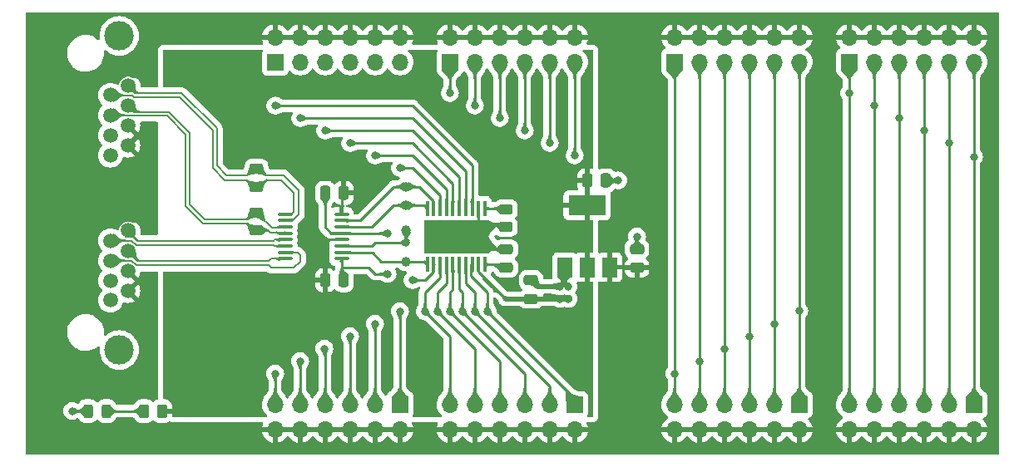
<source format=gbr>
%TF.GenerationSoftware,KiCad,Pcbnew,7.0.5*%
%TF.CreationDate,2024-02-06T06:58:08+01:00*%
%TF.ProjectId,test,74657374-2e6b-4696-9361-645f70636258,rev?*%
%TF.SameCoordinates,Original*%
%TF.FileFunction,Copper,L1,Top*%
%TF.FilePolarity,Positive*%
%FSLAX46Y46*%
G04 Gerber Fmt 4.6, Leading zero omitted, Abs format (unit mm)*
G04 Created by KiCad (PCBNEW 7.0.5) date 2024-02-06 06:58:08*
%MOMM*%
%LPD*%
G01*
G04 APERTURE LIST*
G04 Aperture macros list*
%AMRoundRect*
0 Rectangle with rounded corners*
0 $1 Rounding radius*
0 $2 $3 $4 $5 $6 $7 $8 $9 X,Y pos of 4 corners*
0 Add a 4 corners polygon primitive as box body*
4,1,4,$2,$3,$4,$5,$6,$7,$8,$9,$2,$3,0*
0 Add four circle primitives for the rounded corners*
1,1,$1+$1,$2,$3*
1,1,$1+$1,$4,$5*
1,1,$1+$1,$6,$7*
1,1,$1+$1,$8,$9*
0 Add four rect primitives between the rounded corners*
20,1,$1+$1,$2,$3,$4,$5,0*
20,1,$1+$1,$4,$5,$6,$7,0*
20,1,$1+$1,$6,$7,$8,$9,0*
20,1,$1+$1,$8,$9,$2,$3,0*%
G04 Aperture macros list end*
%TA.AperFunction,SMDPad,CuDef*%
%ADD10RoundRect,0.250000X0.475000X-0.250000X0.475000X0.250000X-0.475000X0.250000X-0.475000X-0.250000X0*%
%TD*%
%TA.AperFunction,SMDPad,CuDef*%
%ADD11RoundRect,0.250000X0.250000X0.475000X-0.250000X0.475000X-0.250000X-0.475000X0.250000X-0.475000X0*%
%TD*%
%TA.AperFunction,ComponentPad*%
%ADD12R,1.700000X1.700000*%
%TD*%
%TA.AperFunction,ComponentPad*%
%ADD13O,1.700000X1.700000*%
%TD*%
%TA.AperFunction,SMDPad,CuDef*%
%ADD14C,1.000000*%
%TD*%
%TA.AperFunction,SMDPad,CuDef*%
%ADD15RoundRect,0.243750X-0.243750X-0.456250X0.243750X-0.456250X0.243750X0.456250X-0.243750X0.456250X0*%
%TD*%
%TA.AperFunction,ComponentPad*%
%ADD16C,1.500000*%
%TD*%
%TA.AperFunction,ComponentPad*%
%ADD17C,3.000000*%
%TD*%
%TA.AperFunction,SMDPad,CuDef*%
%ADD18RoundRect,0.250000X-0.450000X0.262500X-0.450000X-0.262500X0.450000X-0.262500X0.450000X0.262500X0*%
%TD*%
%TA.AperFunction,SMDPad,CuDef*%
%ADD19RoundRect,0.250000X0.450000X-0.262500X0.450000X0.262500X-0.450000X0.262500X-0.450000X-0.262500X0*%
%TD*%
%TA.AperFunction,SMDPad,CuDef*%
%ADD20RoundRect,0.250000X-0.250000X-0.475000X0.250000X-0.475000X0.250000X0.475000X-0.250000X0.475000X0*%
%TD*%
%TA.AperFunction,SMDPad,CuDef*%
%ADD21RoundRect,0.100000X-0.100000X0.687500X-0.100000X-0.687500X0.100000X-0.687500X0.100000X0.687500X0*%
%TD*%
%TA.AperFunction,ComponentPad*%
%ADD22C,0.600000*%
%TD*%
%TA.AperFunction,SMDPad,CuDef*%
%ADD23R,6.500000X3.400000*%
%TD*%
%TA.AperFunction,SMDPad,CuDef*%
%ADD24RoundRect,0.100000X-0.637500X-0.100000X0.637500X-0.100000X0.637500X0.100000X-0.637500X0.100000X0*%
%TD*%
%TA.AperFunction,SMDPad,CuDef*%
%ADD25R,1.500000X2.000000*%
%TD*%
%TA.AperFunction,SMDPad,CuDef*%
%ADD26R,3.800000X2.000000*%
%TD*%
%TA.AperFunction,SMDPad,CuDef*%
%ADD27RoundRect,0.250000X0.262500X0.450000X-0.262500X0.450000X-0.262500X-0.450000X0.262500X-0.450000X0*%
%TD*%
%TA.AperFunction,ViaPad*%
%ADD28C,0.800000*%
%TD*%
%TA.AperFunction,Conductor*%
%ADD29C,0.250000*%
%TD*%
%TA.AperFunction,Conductor*%
%ADD30C,0.500000*%
%TD*%
%TA.AperFunction,Conductor*%
%ADD31C,0.200000*%
%TD*%
G04 APERTURE END LIST*
D10*
%TO.P,C1,1*%
%TO.N,+5V*%
X144145000Y-97790000D03*
%TO.P,C1,2*%
%TO.N,GND*%
X144145000Y-95890000D03*
%TD*%
D11*
%TO.P,C6,1*%
%TO.N,+3V3*%
X125095000Y-86995000D03*
%TO.P,C6,2*%
%TO.N,GND*%
X123195000Y-86995000D03*
%TD*%
D12*
%TO.P,J11,1,Pin_1*%
%TO.N,Net-(J11-Pin_1)*%
X189230000Y-108580000D03*
D13*
%TO.P,J11,2,Pin_2*%
%TO.N,+5V*%
X189230000Y-111120000D03*
%TO.P,J11,3,Pin_3*%
%TO.N,Net-(J11-Pin_3)*%
X186690000Y-108580000D03*
%TO.P,J11,4,Pin_4*%
%TO.N,+5V*%
X186690000Y-111120000D03*
%TO.P,J11,5,Pin_5*%
%TO.N,Net-(J11-Pin_5)*%
X184150000Y-108580000D03*
%TO.P,J11,6,Pin_6*%
%TO.N,+5V*%
X184150000Y-111120000D03*
%TO.P,J11,7,Pin_7*%
%TO.N,Net-(J11-Pin_7)*%
X181610000Y-108580000D03*
%TO.P,J11,8,Pin_8*%
%TO.N,+5V*%
X181610000Y-111120000D03*
%TO.P,J11,9,Pin_9*%
%TO.N,Net-(J11-Pin_9)*%
X179070000Y-108580000D03*
%TO.P,J11,10,Pin_10*%
%TO.N,+5V*%
X179070000Y-111120000D03*
%TO.P,J11,11,Pin_11*%
%TO.N,Net-(J11-Pin_11)*%
X176530000Y-108580000D03*
%TO.P,J11,12,Pin_12*%
%TO.N,+5V*%
X176530000Y-111120000D03*
%TD*%
D14*
%TO.P,SCI,1*%
%TO.N,Net-(U1-ROUT2)*%
X131445000Y-88265000D03*
%TD*%
D15*
%TO.P,D1,1,K*%
%TO.N,GND*%
X99060000Y-109220000D03*
%TO.P,D1,2,A*%
%TO.N,Net-(D1-A)*%
X100935000Y-109220000D03*
%TD*%
D12*
%TO.P,J5,1,Pin_1*%
%TO.N,Net-(J11-Pin_11)*%
X135890000Y-73665000D03*
D13*
%TO.P,J5,2,Pin_2*%
%TO.N,+5V*%
X135890000Y-71125000D03*
%TO.P,J5,3,Pin_3*%
%TO.N,Net-(J11-Pin_9)*%
X138430000Y-73665000D03*
%TO.P,J5,4,Pin_4*%
%TO.N,+5V*%
X138430000Y-71125000D03*
%TO.P,J5,5,Pin_5*%
%TO.N,Net-(J11-Pin_7)*%
X140970000Y-73665000D03*
%TO.P,J5,6,Pin_6*%
%TO.N,+5V*%
X140970000Y-71125000D03*
%TO.P,J5,7,Pin_7*%
%TO.N,Net-(J11-Pin_5)*%
X143510000Y-73665000D03*
%TO.P,J5,8,Pin_8*%
%TO.N,+5V*%
X143510000Y-71125000D03*
%TO.P,J5,9,Pin_9*%
%TO.N,Net-(J11-Pin_3)*%
X146050000Y-73665000D03*
%TO.P,J5,10,Pin_10*%
%TO.N,+5V*%
X146050000Y-71125000D03*
%TO.P,J5,11,Pin_11*%
%TO.N,Net-(J11-Pin_1)*%
X148590000Y-73665000D03*
%TO.P,J5,12,Pin_12*%
%TO.N,+5V*%
X148590000Y-71125000D03*
%TD*%
D12*
%TO.P,J7,1,Pin_1*%
%TO.N,Net-(J11-Pin_11)*%
X176530000Y-73665000D03*
D13*
%TO.P,J7,2,Pin_2*%
%TO.N,+5V*%
X176530000Y-71125000D03*
%TO.P,J7,3,Pin_3*%
%TO.N,Net-(J11-Pin_9)*%
X179070000Y-73665000D03*
%TO.P,J7,4,Pin_4*%
%TO.N,+5V*%
X179070000Y-71125000D03*
%TO.P,J7,5,Pin_5*%
%TO.N,Net-(J11-Pin_7)*%
X181610000Y-73665000D03*
%TO.P,J7,6,Pin_6*%
%TO.N,+5V*%
X181610000Y-71125000D03*
%TO.P,J7,7,Pin_7*%
%TO.N,Net-(J11-Pin_5)*%
X184150000Y-73665000D03*
%TO.P,J7,8,Pin_8*%
%TO.N,+5V*%
X184150000Y-71125000D03*
%TO.P,J7,9,Pin_9*%
%TO.N,Net-(J11-Pin_3)*%
X186690000Y-73665000D03*
%TO.P,J7,10,Pin_10*%
%TO.N,+5V*%
X186690000Y-71125000D03*
%TO.P,J7,11,Pin_11*%
%TO.N,Net-(J11-Pin_1)*%
X189230000Y-73665000D03*
%TO.P,J7,12,Pin_12*%
%TO.N,+5V*%
X189230000Y-71125000D03*
%TD*%
D16*
%TO.P,J3,1*%
%TO.N,GND*%
X101345000Y-97935000D03*
%TO.P,J3,2*%
%TO.N,+5V*%
X103125000Y-96955000D03*
%TO.P,J3,3*%
%TO.N,GND*%
X101345000Y-95935000D03*
%TO.P,J3,4*%
%TO.N,+5V*%
X103125000Y-94915000D03*
%TO.P,J3,5*%
%TO.N,/Cout_N*%
X101345000Y-93895000D03*
%TO.P,J3,6*%
%TO.N,/Cout_P*%
X103125000Y-92875000D03*
%TO.P,J3,7*%
%TO.N,/Dout_P*%
X101345000Y-91855000D03*
%TO.P,J3,8*%
%TO.N,/Dout_N*%
X103125000Y-90835000D03*
%TO.P,J3,11*%
%TO.N,GND*%
X101345000Y-83155000D03*
%TO.P,J3,12*%
%TO.N,+5V*%
X103125000Y-82135000D03*
%TO.P,J3,13*%
%TO.N,GND*%
X101345000Y-81115000D03*
%TO.P,J3,14*%
%TO.N,+5V*%
X103125000Y-80095000D03*
%TO.P,J3,15*%
%TO.N,/Cin_P*%
X101345000Y-79075000D03*
%TO.P,J3,16*%
%TO.N,/Cin_N*%
X103125000Y-78055000D03*
%TO.P,J3,17*%
%TO.N,/Din_N*%
X101345000Y-77035000D03*
%TO.P,J3,18*%
%TO.N,/Din_P*%
X103125000Y-76055000D03*
D17*
%TO.P,J3,SH*%
%TO.N,GND*%
X102235000Y-70995000D03*
X102235000Y-102995000D03*
%TD*%
D18*
%TO.P,R2,1*%
%TO.N,/Din_P*%
X116205000Y-84535000D03*
%TO.P,R2,2*%
%TO.N,/Din_N*%
X116205000Y-86360000D03*
%TD*%
D12*
%TO.P,J6,1,Pin_1*%
%TO.N,Net-(J10-Pin_11)*%
X158750000Y-73665000D03*
D13*
%TO.P,J6,2,Pin_2*%
%TO.N,+5V*%
X158750000Y-71125000D03*
%TO.P,J6,3,Pin_3*%
%TO.N,Net-(J10-Pin_9)*%
X161290000Y-73665000D03*
%TO.P,J6,4,Pin_4*%
%TO.N,+5V*%
X161290000Y-71125000D03*
%TO.P,J6,5,Pin_5*%
%TO.N,Net-(J10-Pin_7)*%
X163830000Y-73665000D03*
%TO.P,J6,6,Pin_6*%
%TO.N,+5V*%
X163830000Y-71125000D03*
%TO.P,J6,7,Pin_7*%
%TO.N,Net-(J10-Pin_5)*%
X166370000Y-73665000D03*
%TO.P,J6,8,Pin_8*%
%TO.N,+5V*%
X166370000Y-71125000D03*
%TO.P,J6,9,Pin_9*%
%TO.N,Net-(J10-Pin_3)*%
X168910000Y-73665000D03*
%TO.P,J6,10,Pin_10*%
%TO.N,+5V*%
X168910000Y-71125000D03*
%TO.P,J6,11,Pin_11*%
%TO.N,Net-(J10-Pin_1)*%
X171450000Y-73665000D03*
%TO.P,J6,12,Pin_12*%
%TO.N,+5V*%
X171450000Y-71125000D03*
%TD*%
D12*
%TO.P,J4,1,Pin_1*%
%TO.N,Net-(J10-Pin_11)*%
X118110000Y-73665000D03*
D13*
%TO.P,J4,2,Pin_2*%
%TO.N,+5V*%
X118110000Y-71125000D03*
%TO.P,J4,3,Pin_3*%
%TO.N,Net-(J10-Pin_9)*%
X120650000Y-73665000D03*
%TO.P,J4,4,Pin_4*%
%TO.N,+5V*%
X120650000Y-71125000D03*
%TO.P,J4,5,Pin_5*%
%TO.N,Net-(J10-Pin_7)*%
X123190000Y-73665000D03*
%TO.P,J4,6,Pin_6*%
%TO.N,+5V*%
X123190000Y-71125000D03*
%TO.P,J4,7,Pin_7*%
%TO.N,Net-(J10-Pin_5)*%
X125730000Y-73665000D03*
%TO.P,J4,8,Pin_8*%
%TO.N,+5V*%
X125730000Y-71125000D03*
%TO.P,J4,9,Pin_9*%
%TO.N,Net-(J10-Pin_3)*%
X128270000Y-73665000D03*
%TO.P,J4,10,Pin_10*%
%TO.N,+5V*%
X128270000Y-71125000D03*
%TO.P,J4,11,Pin_11*%
%TO.N,Net-(J10-Pin_1)*%
X130810000Y-73665000D03*
%TO.P,J4,12,Pin_12*%
%TO.N,+5V*%
X130810000Y-71125000D03*
%TD*%
D10*
%TO.P,C2,1*%
%TO.N,+5V*%
X154940000Y-94615000D03*
%TO.P,C2,2*%
%TO.N,GND*%
X154940000Y-92715000D03*
%TD*%
D19*
%TO.P,R3,1*%
%TO.N,/Cin_P*%
X116205000Y-90805000D03*
%TO.P,R3,2*%
%TO.N,/Cin_N*%
X116205000Y-88980000D03*
%TD*%
D12*
%TO.P,J8,1,Pin_1*%
%TO.N,Net-(J10-Pin_1)*%
X130810000Y-108580000D03*
D13*
%TO.P,J8,2,Pin_2*%
%TO.N,+5V*%
X130810000Y-111120000D03*
%TO.P,J8,3,Pin_3*%
%TO.N,Net-(J10-Pin_3)*%
X128270000Y-108580000D03*
%TO.P,J8,4,Pin_4*%
%TO.N,+5V*%
X128270000Y-111120000D03*
%TO.P,J8,5,Pin_5*%
%TO.N,Net-(J10-Pin_5)*%
X125730000Y-108580000D03*
%TO.P,J8,6,Pin_6*%
%TO.N,+5V*%
X125730000Y-111120000D03*
%TO.P,J8,7,Pin_7*%
%TO.N,Net-(J10-Pin_7)*%
X123190000Y-108580000D03*
%TO.P,J8,8,Pin_8*%
%TO.N,+5V*%
X123190000Y-111120000D03*
%TO.P,J8,9,Pin_9*%
%TO.N,Net-(J10-Pin_9)*%
X120650000Y-108580000D03*
%TO.P,J8,10,Pin_10*%
%TO.N,+5V*%
X120650000Y-111120000D03*
%TO.P,J8,11,Pin_11*%
%TO.N,Net-(J10-Pin_11)*%
X118110000Y-108580000D03*
%TO.P,J8,12,Pin_12*%
%TO.N,+5V*%
X118110000Y-111120000D03*
%TD*%
D12*
%TO.P,J10,1,Pin_1*%
%TO.N,Net-(J10-Pin_1)*%
X171450000Y-108580000D03*
D13*
%TO.P,J10,2,Pin_2*%
%TO.N,+5V*%
X171450000Y-111120000D03*
%TO.P,J10,3,Pin_3*%
%TO.N,Net-(J10-Pin_3)*%
X168910000Y-108580000D03*
%TO.P,J10,4,Pin_4*%
%TO.N,+5V*%
X168910000Y-111120000D03*
%TO.P,J10,5,Pin_5*%
%TO.N,Net-(J10-Pin_5)*%
X166370000Y-108580000D03*
%TO.P,J10,6,Pin_6*%
%TO.N,+5V*%
X166370000Y-111120000D03*
%TO.P,J10,7,Pin_7*%
%TO.N,Net-(J10-Pin_7)*%
X163830000Y-108580000D03*
%TO.P,J10,8,Pin_8*%
%TO.N,+5V*%
X163830000Y-111120000D03*
%TO.P,J10,9,Pin_9*%
%TO.N,Net-(J10-Pin_9)*%
X161290000Y-108580000D03*
%TO.P,J10,10,Pin_10*%
%TO.N,+5V*%
X161290000Y-111120000D03*
%TO.P,J10,11,Pin_11*%
%TO.N,Net-(J10-Pin_11)*%
X158750000Y-108580000D03*
%TO.P,J10,12,Pin_12*%
%TO.N,+5V*%
X158750000Y-111120000D03*
%TD*%
D20*
%TO.P,C3,1*%
%TO.N,+3V3*%
X149865000Y-85725000D03*
%TO.P,C3,2*%
%TO.N,GND*%
X151765000Y-85725000D03*
%TD*%
D18*
%TO.P,R4,1*%
%TO.N,Net-(U3-IREF)*%
X141605000Y-88652500D03*
%TO.P,R4,2*%
%TO.N,GND*%
X141605000Y-90477500D03*
%TD*%
D14*
%TO.P,SDI,1*%
%TO.N,Net-(U1-ROUT1)*%
X131445000Y-86360000D03*
%TD*%
D21*
%TO.P,U3,1,IREF*%
%TO.N,Net-(U3-IREF)*%
X139450000Y-88577500D03*
%TO.P,U3,2,GND*%
%TO.N,GND*%
X138800000Y-88577500D03*
%TO.P,U3,3,OUTR0*%
%TO.N,Net-(J10-Pin_11)*%
X138150000Y-88577500D03*
%TO.P,U3,4,OUTG0*%
%TO.N,Net-(J10-Pin_9)*%
X137500000Y-88577500D03*
%TO.P,U3,5,OUTB0*%
%TO.N,Net-(J10-Pin_7)*%
X136850000Y-88577500D03*
%TO.P,U3,6,OUTR1*%
%TO.N,Net-(J10-Pin_5)*%
X136200000Y-88577500D03*
%TO.P,U3,7,OUTG1*%
%TO.N,Net-(J10-Pin_3)*%
X135550000Y-88577500D03*
%TO.P,U3,8,OUTB1*%
%TO.N,Net-(J10-Pin_1)*%
X134900000Y-88577500D03*
%TO.P,U3,9,SDTI*%
%TO.N,Net-(U1-ROUT1)*%
X134250000Y-88577500D03*
%TO.P,U3,10,SCKI*%
%TO.N,Net-(U1-ROUT2)*%
X133600000Y-88577500D03*
%TO.P,U3,11,SCKO*%
%TO.N,Net-(U1-DIN1)*%
X133600000Y-94302500D03*
%TO.P,U3,12,SDTO*%
%TO.N,Net-(U1-DIN2)*%
X134250000Y-94302500D03*
%TO.P,U3,13,OUTR2*%
%TO.N,Net-(J11-Pin_11)*%
X134900000Y-94302500D03*
%TO.P,U3,14,OUTG2*%
%TO.N,Net-(J11-Pin_9)*%
X135550000Y-94302500D03*
%TO.P,U3,15,OUTB2*%
%TO.N,Net-(J11-Pin_7)*%
X136200000Y-94302500D03*
%TO.P,U3,16,OUTR3*%
%TO.N,Net-(J11-Pin_5)*%
X136850000Y-94302500D03*
%TO.P,U3,17,OUTG3*%
%TO.N,Net-(J11-Pin_3)*%
X137500000Y-94302500D03*
%TO.P,U3,18,OUTB3*%
%TO.N,Net-(J11-Pin_1)*%
X138150000Y-94302500D03*
%TO.P,U3,19,VCC*%
%TO.N,+5V*%
X138800000Y-94302500D03*
%TO.P,U3,20,VREG*%
%TO.N,Net-(U3-VREG)*%
X139450000Y-94302500D03*
D22*
%TO.P,U3,21,GND*%
%TO.N,GND*%
X139125000Y-90140000D03*
X137825000Y-90140000D03*
X136525000Y-90140000D03*
X135225000Y-90140000D03*
X133925000Y-90140000D03*
X139125000Y-91440000D03*
X137825000Y-91440000D03*
X136525000Y-91440000D03*
D23*
X136525000Y-91440000D03*
D22*
X135225000Y-91440000D03*
X133925000Y-91440000D03*
X139125000Y-92740000D03*
X137825000Y-92740000D03*
X136525000Y-92740000D03*
X135225000Y-92740000D03*
X133925000Y-92740000D03*
%TD*%
D10*
%TO.P,C4,1*%
%TO.N,Net-(U3-VREG)*%
X141605000Y-94640000D03*
%TO.P,C4,2*%
%TO.N,GND*%
X141605000Y-92740000D03*
%TD*%
D14*
%TO.P,SCO,1*%
%TO.N,Net-(U1-DIN1)*%
X131445000Y-93980000D03*
%TD*%
%TO.P,SDO,1*%
%TO.N,Net-(U1-DIN2)*%
X131445000Y-90805000D03*
%TD*%
D20*
%TO.P,C5,1*%
%TO.N,+3V3*%
X123195000Y-95885000D03*
%TO.P,C5,2*%
%TO.N,GND*%
X125095000Y-95885000D03*
%TD*%
D12*
%TO.P,J9,1,Pin_1*%
%TO.N,Net-(J11-Pin_1)*%
X148590000Y-108580000D03*
D13*
%TO.P,J9,2,Pin_2*%
%TO.N,+5V*%
X148590000Y-111120000D03*
%TO.P,J9,3,Pin_3*%
%TO.N,Net-(J11-Pin_3)*%
X146050000Y-108580000D03*
%TO.P,J9,4,Pin_4*%
%TO.N,+5V*%
X146050000Y-111120000D03*
%TO.P,J9,5,Pin_5*%
%TO.N,Net-(J11-Pin_5)*%
X143510000Y-108580000D03*
%TO.P,J9,6,Pin_6*%
%TO.N,+5V*%
X143510000Y-111120000D03*
%TO.P,J9,7,Pin_7*%
%TO.N,Net-(J11-Pin_7)*%
X140970000Y-108580000D03*
%TO.P,J9,8,Pin_8*%
%TO.N,+5V*%
X140970000Y-111120000D03*
%TO.P,J9,9,Pin_9*%
%TO.N,Net-(J11-Pin_9)*%
X138430000Y-108580000D03*
%TO.P,J9,10,Pin_10*%
%TO.N,+5V*%
X138430000Y-111120000D03*
%TO.P,J9,11,Pin_11*%
%TO.N,Net-(J11-Pin_11)*%
X135890000Y-108580000D03*
%TO.P,J9,12,Pin_12*%
%TO.N,+5V*%
X135890000Y-111120000D03*
%TD*%
D24*
%TO.P,U1,1,RIN1-*%
%TO.N,/Din_N*%
X119132500Y-89165000D03*
%TO.P,U1,2,RIN1+*%
%TO.N,/Din_P*%
X119132500Y-89815000D03*
%TO.P,U1,3,RIN2-*%
%TO.N,/Cin_N*%
X119132500Y-90465000D03*
%TO.P,U1,4,RIN2+*%
%TO.N,/Cin_P*%
X119132500Y-91115000D03*
%TO.P,U1,5,DOUT2-*%
%TO.N,/Dout_N*%
X119132500Y-91765000D03*
%TO.P,U1,6,DOUT2+*%
%TO.N,/Dout_P*%
X119132500Y-92415000D03*
%TO.P,U1,7,DOUT1-*%
%TO.N,/Cout_N*%
X119132500Y-93065000D03*
%TO.P,U1,8,DOUT1+*%
%TO.N,/Cout_P*%
X119132500Y-93715000D03*
%TO.P,U1,9,~{EN}*%
%TO.N,GND*%
X124857500Y-93715000D03*
%TO.P,U1,10,DIN1*%
%TO.N,Net-(U1-DIN1)*%
X124857500Y-93065000D03*
%TO.P,U1,11,DIN2*%
%TO.N,Net-(U1-DIN2)*%
X124857500Y-92415000D03*
%TO.P,U1,12,VCC*%
%TO.N,+3V3*%
X124857500Y-91765000D03*
%TO.P,U1,13,GND*%
%TO.N,GND*%
X124857500Y-91115000D03*
%TO.P,U1,14,ROUT2*%
%TO.N,Net-(U1-ROUT2)*%
X124857500Y-90465000D03*
%TO.P,U1,15,ROUT1*%
%TO.N,Net-(U1-ROUT1)*%
X124857500Y-89815000D03*
%TO.P,U1,16,EN*%
%TO.N,+3V3*%
X124857500Y-89165000D03*
%TD*%
D25*
%TO.P,U2,1,GND*%
%TO.N,GND*%
X147560000Y-94565000D03*
%TO.P,U2,2,VO*%
%TO.N,+3V3*%
X149860000Y-94565000D03*
D26*
X149860000Y-88265000D03*
D25*
%TO.P,U2,3,VI*%
%TO.N,+5V*%
X152160000Y-94565000D03*
%TD*%
D27*
%TO.P,R1,1*%
%TO.N,+3V3*%
X106600000Y-109220000D03*
%TO.P,R1,2*%
%TO.N,Net-(D1-A)*%
X104775000Y-109220000D03*
%TD*%
D28*
%TO.N,GND*%
X154940000Y-91440000D03*
X147955000Y-96520000D03*
X97457500Y-109220000D03*
X129544418Y-91124735D03*
X129540000Y-95250000D03*
X153035000Y-85725000D03*
X147105497Y-96520000D03*
%TO.N,+5V*%
X152614503Y-97790000D03*
X151765000Y-97790000D03*
X147105497Y-97790000D03*
X147955000Y-97790000D03*
%TO.N,Net-(J10-Pin_11)*%
X118110000Y-78105000D03*
X118110000Y-105410000D03*
X158750000Y-105410000D03*
%TO.N,Net-(J10-Pin_9)*%
X120650000Y-79375000D03*
X120650000Y-104140000D03*
X161290000Y-104140000D03*
%TO.N,Net-(J10-Pin_7)*%
X163830000Y-102870000D03*
X123190000Y-80645000D03*
X123115000Y-102870000D03*
%TO.N,Net-(J10-Pin_5)*%
X125730000Y-81915000D03*
X166370000Y-101600000D03*
X125730000Y-101600000D03*
%TO.N,Net-(J10-Pin_3)*%
X128270000Y-100330000D03*
X168910000Y-100330000D03*
X128270000Y-83185000D03*
%TO.N,Net-(J10-Pin_1)*%
X130810000Y-99060000D03*
X171450000Y-99022500D03*
X130810000Y-84455000D03*
%TO.N,Net-(J11-Pin_11)*%
X133350000Y-99060000D03*
X135890000Y-76835000D03*
X176530000Y-76835000D03*
%TO.N,Net-(J11-Pin_9)*%
X134620000Y-99060000D03*
X138430000Y-78105000D03*
X179070000Y-78105000D03*
%TO.N,Net-(J11-Pin_7)*%
X135890000Y-99060000D03*
X140970000Y-79375000D03*
X181610000Y-79375000D03*
%TO.N,Net-(J11-Pin_5)*%
X184150000Y-80645000D03*
X143510000Y-80645000D03*
X137160000Y-99060000D03*
%TO.N,Net-(J11-Pin_3)*%
X146050000Y-81915000D03*
X138430000Y-99060000D03*
X186690000Y-81915000D03*
%TO.N,Net-(J11-Pin_1)*%
X139700000Y-99060000D03*
X148590000Y-83185000D03*
X189230000Y-83312000D03*
%TO.N,Net-(U1-DIN2)*%
X131445000Y-92075000D03*
X132080000Y-95885000D03*
%TD*%
D29*
%TO.N,+3V3*%
X124857500Y-91765000D02*
X122230000Y-91765000D01*
X124857500Y-89165000D02*
X124857500Y-87232500D01*
X124857500Y-87232500D02*
X125095000Y-86995000D01*
%TO.N,GND*%
X138800000Y-89815000D02*
X139125000Y-90140000D01*
X139125000Y-90140000D02*
X141267500Y-90140000D01*
X139125000Y-92740000D02*
X141605000Y-92740000D01*
D30*
X147560000Y-96065497D02*
X147105497Y-96520000D01*
D29*
X128270000Y-95250000D02*
X127635000Y-94615000D01*
X123825000Y-91115000D02*
X124857500Y-91115000D01*
D30*
X147560000Y-94565000D02*
X147560000Y-96065497D01*
D29*
X123195000Y-86995000D02*
X123195000Y-90485000D01*
X129544418Y-91124735D02*
X129534683Y-91115000D01*
D30*
X144775000Y-96520000D02*
X147105497Y-96520000D01*
D29*
X123195000Y-90485000D02*
X123825000Y-91115000D01*
X99060000Y-109220000D02*
X97457500Y-109220000D01*
D30*
X144145000Y-95890000D02*
X144775000Y-96520000D01*
D29*
X129534683Y-91115000D02*
X124857500Y-91115000D01*
X129540000Y-95250000D02*
X128270000Y-95250000D01*
X151765000Y-85725000D02*
X153035000Y-85725000D01*
X127635000Y-94615000D02*
X124857500Y-94615000D01*
X154940000Y-92715000D02*
X154940000Y-91440000D01*
X124857500Y-93715000D02*
X124857500Y-94615000D01*
X124857500Y-95647500D02*
X125095000Y-95885000D01*
X138800000Y-88577500D02*
X138800000Y-89815000D01*
D30*
X147560000Y-96125000D02*
X147955000Y-96520000D01*
D29*
X124857500Y-94615000D02*
X124857500Y-95647500D01*
X141267500Y-90140000D02*
X141605000Y-90477500D01*
%TO.N,+5V*%
X138800000Y-95041041D02*
X138800000Y-94302500D01*
D30*
X144145000Y-97790000D02*
X146050000Y-97790000D01*
D29*
X141548959Y-97790000D02*
X138800000Y-95041041D01*
D30*
X146899503Y-97790000D02*
X146050000Y-97790000D01*
X144145000Y-97790000D02*
X141548959Y-97790000D01*
D29*
%TO.N,Net-(U3-VREG)*%
X139450000Y-94302500D02*
X141267500Y-94302500D01*
X141267500Y-94302500D02*
X141605000Y-94640000D01*
%TO.N,Net-(D1-A)*%
X100935000Y-109220000D02*
X104775000Y-109220000D01*
D31*
%TO.N,/Din_P*%
X116205000Y-84535000D02*
X116392500Y-84535000D01*
X113162500Y-85222500D02*
X112160000Y-84220000D01*
X118980391Y-85222500D02*
X120523000Y-86765109D01*
X103905000Y-76835000D02*
X103125000Y-76055000D01*
X117080000Y-85222500D02*
X118980391Y-85222500D01*
X120523000Y-86765109D02*
X120523000Y-89186100D01*
X116392500Y-84535000D02*
X117080000Y-85222500D01*
X119894100Y-89815000D02*
X119132500Y-89815000D01*
X115269999Y-85222500D02*
X113162500Y-85222500D01*
X116205000Y-84535000D02*
X115957499Y-84535000D01*
X120523000Y-89186100D02*
X119894100Y-89815000D01*
X108585000Y-76835000D02*
X103905000Y-76835000D01*
X112160000Y-84220000D02*
X112160000Y-80410000D01*
X115957499Y-84535000D02*
X115269999Y-85222500D01*
X112160000Y-80410000D02*
X108585000Y-76835000D01*
%TO.N,/Din_N*%
X117080000Y-85672500D02*
X118692500Y-85672500D01*
X115951000Y-86360000D02*
X116205000Y-86360000D01*
X103539214Y-77055000D02*
X103719214Y-77235000D01*
X118692500Y-85672500D02*
X120015000Y-86995000D01*
X101345000Y-77035000D02*
X101365000Y-77055000D01*
X108350000Y-77235000D02*
X111760000Y-80645000D01*
X111760000Y-80645000D02*
X111760000Y-84455000D01*
X120015000Y-88900000D02*
X119750000Y-89165000D01*
X103719214Y-77235000D02*
X108350000Y-77235000D01*
X101365000Y-77055000D02*
X103539214Y-77055000D01*
X112977500Y-85672500D02*
X115263500Y-85672500D01*
X116205000Y-86360000D02*
X116392500Y-86360000D01*
X116392500Y-86360000D02*
X117080000Y-85672500D01*
X115263500Y-85672500D02*
X115951000Y-86360000D01*
X111760000Y-84455000D02*
X112977500Y-85672500D01*
X120015000Y-86995000D02*
X120015000Y-88900000D01*
X119750000Y-89165000D02*
X119132500Y-89165000D01*
%TO.N,/Cin_P*%
X115330000Y-90117500D02*
X110754300Y-90117500D01*
X117393603Y-90805000D02*
X116205000Y-90805000D01*
X116205000Y-90805000D02*
X116017500Y-90805000D01*
D29*
X116515000Y-91115000D02*
X116205000Y-90805000D01*
D31*
X117603603Y-91015000D02*
X117393603Y-90805000D01*
X110754300Y-90117500D02*
X108995000Y-88358200D01*
X119132500Y-91115000D02*
X118595000Y-91115000D01*
X116017500Y-90805000D02*
X115330000Y-90117500D01*
X108995000Y-81055000D02*
X107080000Y-79140000D01*
X118595000Y-91115000D02*
X118495000Y-91015000D01*
X103584214Y-79140000D02*
X103519214Y-79075000D01*
X108995000Y-88358200D02*
X108995000Y-81055000D01*
X118495000Y-91015000D02*
X117603603Y-91015000D01*
X107080000Y-79140000D02*
X103584214Y-79140000D01*
X103519214Y-79075000D02*
X101345000Y-79075000D01*
%TO.N,/Cin_N*%
X116017500Y-88980000D02*
X115330000Y-89667500D01*
D29*
X115725000Y-88980000D02*
X116205000Y-88980000D01*
D31*
X116205000Y-88980000D02*
X116017500Y-88980000D01*
X110940700Y-89667500D02*
X109445000Y-88171800D01*
X109445000Y-80870000D02*
X107315000Y-78740000D01*
X118495000Y-90565000D02*
X117790000Y-90565000D01*
X109445000Y-88171800D02*
X109445000Y-80870000D01*
X115330000Y-89667500D02*
X110940700Y-89667500D01*
X107315000Y-78740000D02*
X103810000Y-78740000D01*
X118595000Y-90465000D02*
X118495000Y-90565000D01*
X119132500Y-90465000D02*
X118595000Y-90465000D01*
X103810000Y-78740000D02*
X103125000Y-78055000D01*
X117790000Y-90565000D02*
X116205000Y-88980000D01*
%TO.N,/Dout_N*%
X104155000Y-91865000D02*
X117926249Y-91865000D01*
X118026249Y-91765000D02*
X119132500Y-91765000D01*
X103125000Y-90835000D02*
X104155000Y-91865000D01*
X117926249Y-91865000D02*
X118026249Y-91765000D01*
%TO.N,/Dout_P*%
X118026249Y-92415000D02*
X119132500Y-92415000D01*
X101345000Y-91855000D02*
X103519214Y-91855000D01*
X103519214Y-91855000D02*
X103979214Y-92315000D01*
X103979214Y-92315000D02*
X117926249Y-92315000D01*
X117926249Y-92315000D02*
X118026249Y-92415000D01*
%TO.N,/Cout_N*%
X120370000Y-93065000D02*
X119132500Y-93065000D01*
X120650000Y-93980000D02*
X120650000Y-93345000D01*
X101345000Y-93895000D02*
X103519214Y-93895000D01*
X104014214Y-94390000D02*
X117463407Y-94390000D01*
X103519214Y-93895000D02*
X104014214Y-94390000D01*
X117688407Y-94615000D02*
X120015000Y-94615000D01*
X120650000Y-93345000D02*
X120370000Y-93065000D01*
X120015000Y-94615000D02*
X120650000Y-93980000D01*
X117463407Y-94390000D02*
X117688407Y-94615000D01*
%TO.N,/Cout_P*%
X104190000Y-93940000D02*
X117463407Y-93940000D01*
X117463407Y-93940000D02*
X117688407Y-93715000D01*
X103125000Y-92875000D02*
X104190000Y-93940000D01*
X117688407Y-93715000D02*
X119132500Y-93715000D01*
D29*
%TO.N,Net-(U3-IREF)*%
X139450000Y-88577500D02*
X141530000Y-88577500D01*
X141530000Y-88577500D02*
X141605000Y-88652500D01*
%TO.N,Net-(J10-Pin_11)*%
X158750000Y-107950000D02*
X158750000Y-74295000D01*
X118110000Y-107950000D02*
X118110000Y-105410000D01*
X138150000Y-84175000D02*
X138150000Y-88577500D01*
X132080000Y-78105000D02*
X138150000Y-84175000D01*
X118110000Y-78105000D02*
X132080000Y-78105000D01*
%TO.N,Net-(J10-Pin_9)*%
X132078604Y-79375000D02*
X137500000Y-84796396D01*
X137500000Y-84796396D02*
X137500000Y-88577500D01*
X161290000Y-107950000D02*
X161290000Y-74295000D01*
X120650000Y-79375000D02*
X132078604Y-79375000D01*
X120650000Y-107950000D02*
X120650000Y-104140000D01*
%TO.N,Net-(J10-Pin_7)*%
X123190000Y-102945000D02*
X123115000Y-102870000D01*
X136850000Y-85415000D02*
X136850000Y-88577500D01*
X123190000Y-80645000D02*
X132080000Y-80645000D01*
X123190000Y-107950000D02*
X123190000Y-102945000D01*
X163830000Y-107950000D02*
X163830000Y-74295000D01*
X132080000Y-80645000D02*
X136850000Y-85415000D01*
%TO.N,Net-(J10-Pin_5)*%
X136200000Y-86036396D02*
X136200000Y-88577500D01*
X125730000Y-107950000D02*
X125730000Y-101600000D01*
X125730000Y-81915000D02*
X132078604Y-81915000D01*
X132078604Y-81915000D02*
X136200000Y-86036396D01*
X166370000Y-107950000D02*
X166370000Y-74295000D01*
%TO.N,Net-(J10-Pin_3)*%
X128270000Y-83185000D02*
X132080000Y-83185000D01*
X135550000Y-86655000D02*
X135550000Y-88577500D01*
X132080000Y-83185000D02*
X135550000Y-86655000D01*
X128270000Y-107950000D02*
X128270000Y-100330000D01*
X168910000Y-74295000D02*
X168910000Y-107950000D01*
%TO.N,Net-(J10-Pin_1)*%
X130810000Y-107950000D02*
X130810000Y-99060000D01*
X171450000Y-74295000D02*
X171450000Y-107950000D01*
X130810000Y-84455000D02*
X132078604Y-84455000D01*
X134900000Y-87276396D02*
X134900000Y-88577500D01*
X132078604Y-84455000D02*
X134900000Y-87276396D01*
%TO.N,Net-(J11-Pin_11)*%
X133350000Y-99060000D02*
X133350000Y-97155000D01*
X176530000Y-74295000D02*
X176530000Y-107950000D01*
X133350000Y-97155000D02*
X134900000Y-95605000D01*
X135890000Y-101600000D02*
X135890000Y-107950000D01*
X134900000Y-95605000D02*
X134900000Y-94302500D01*
X133350000Y-99060000D02*
X135890000Y-101600000D01*
X135890000Y-76835000D02*
X135890000Y-74295000D01*
%TO.N,Net-(J11-Pin_9)*%
X138430000Y-78105000D02*
X138430000Y-74295000D01*
X138430000Y-102870000D02*
X138430000Y-107950000D01*
X135550000Y-96225000D02*
X135550000Y-94302500D01*
X134620000Y-97155000D02*
X135550000Y-96225000D01*
X134620000Y-99060000D02*
X138430000Y-102870000D01*
X134620000Y-99060000D02*
X134620000Y-97155000D01*
X179070000Y-74295000D02*
X179070000Y-107950000D01*
%TO.N,Net-(J11-Pin_7)*%
X136200000Y-96845000D02*
X136200000Y-94302500D01*
X181610000Y-74295000D02*
X181610000Y-107950000D01*
X135890000Y-99060000D02*
X140970000Y-104140000D01*
X135890000Y-97155000D02*
X136200000Y-96845000D01*
X140970000Y-79375000D02*
X140970000Y-74295000D01*
X140970000Y-104140000D02*
X140970000Y-107950000D01*
X135890000Y-99060000D02*
X135890000Y-97155000D01*
%TO.N,Net-(J11-Pin_5)*%
X137160000Y-97155000D02*
X136850000Y-96845000D01*
X143510000Y-105410000D02*
X143510000Y-107950000D01*
X184150000Y-74295000D02*
X184150000Y-107950000D01*
X137160000Y-99060000D02*
X137160000Y-97155000D01*
X143510000Y-80645000D02*
X143510000Y-74295000D01*
X137160000Y-99060000D02*
X143510000Y-105410000D01*
X136850000Y-96845000D02*
X136850000Y-94302500D01*
%TO.N,Net-(J11-Pin_3)*%
X137500000Y-96225000D02*
X137500000Y-94302500D01*
X138430000Y-99060000D02*
X146050000Y-106680000D01*
X138430000Y-97155000D02*
X137500000Y-96225000D01*
X146050000Y-106680000D02*
X146050000Y-107950000D01*
X146050000Y-81915000D02*
X146050000Y-74295000D01*
X186690000Y-74295000D02*
X186690000Y-107950000D01*
X138430000Y-99060000D02*
X138430000Y-97155000D01*
%TO.N,Net-(J11-Pin_1)*%
X148590000Y-83185000D02*
X148590000Y-74295000D01*
X138025000Y-95480000D02*
X138025000Y-94427500D01*
X138025000Y-94427500D02*
X138150000Y-94302500D01*
X189230000Y-74295000D02*
X189230000Y-107950000D01*
X139700000Y-99060000D02*
X148590000Y-107950000D01*
X139700000Y-97155000D02*
X138025000Y-95480000D01*
X139700000Y-99060000D02*
X139700000Y-97155000D01*
%TO.N,Net-(U1-DIN1)*%
X128905000Y-93980000D02*
X127990000Y-93065000D01*
X133600000Y-94302500D02*
X133277500Y-93980000D01*
X127990000Y-93065000D02*
X124857500Y-93065000D01*
X133277500Y-93980000D02*
X128905000Y-93980000D01*
%TO.N,Net-(U1-DIN2)*%
X134307500Y-94302500D02*
X134250000Y-94302500D01*
X128270000Y-92075000D02*
X127930000Y-92415000D01*
X131445000Y-92075000D02*
X128270000Y-92075000D01*
X133406041Y-95885000D02*
X134250000Y-95041041D01*
X132080000Y-95885000D02*
X133406041Y-95885000D01*
X131445000Y-90805000D02*
X131445000Y-92075000D01*
X134250000Y-95041041D02*
X134250000Y-94302500D01*
X127930000Y-92415000D02*
X124857500Y-92415000D01*
%TO.N,Net-(U1-ROUT2)*%
X130175000Y-88265000D02*
X131445000Y-88265000D01*
X127975000Y-90465000D02*
X130175000Y-88265000D01*
X124857500Y-90465000D02*
X127975000Y-90465000D01*
X133287500Y-88265000D02*
X133600000Y-88577500D01*
X131445000Y-88265000D02*
X133287500Y-88265000D01*
%TO.N,Net-(U1-ROUT1)*%
X130175000Y-86360000D02*
X131445000Y-86360000D01*
X131445000Y-86360000D02*
X132771041Y-86360000D01*
X134250000Y-87838959D02*
X134250000Y-88577500D01*
X124857500Y-89815000D02*
X126720000Y-89815000D01*
X126720000Y-89815000D02*
X130175000Y-86360000D01*
X132771041Y-86360000D02*
X134250000Y-87838959D01*
%TD*%
%TA.AperFunction,Conductor*%
%TO.N,Net-(J11-Pin_3)*%
G36*
X186694484Y-73665863D02*
G01*
X187463421Y-73985346D01*
X187469746Y-73991685D01*
X187469737Y-74000640D01*
X187469265Y-74001639D01*
X187295046Y-74329676D01*
X187293945Y-74331375D01*
X187116824Y-74558894D01*
X186963383Y-74754574D01*
X186855656Y-74996847D01*
X186816150Y-75354584D01*
X186811836Y-75362431D01*
X186804521Y-75365000D01*
X186575479Y-75365000D01*
X186567206Y-75361573D01*
X186563850Y-75354584D01*
X186524342Y-74996847D01*
X186416615Y-74754574D01*
X186263188Y-74558911D01*
X186263189Y-74558909D01*
X186263162Y-74558878D01*
X186086052Y-74331375D01*
X186084951Y-74329676D01*
X185910734Y-74001639D01*
X185909880Y-73992725D01*
X185915579Y-73985818D01*
X185916566Y-73985351D01*
X186685511Y-73665864D01*
X186694466Y-73665856D01*
X186694484Y-73665863D01*
G37*
%TD.AperFunction*%
%TD*%
%TA.AperFunction,Conductor*%
%TO.N,Net-(J11-Pin_9)*%
G36*
X138434484Y-73665863D02*
G01*
X139203421Y-73985346D01*
X139209746Y-73991685D01*
X139209737Y-74000640D01*
X139209265Y-74001639D01*
X139035046Y-74329676D01*
X139033945Y-74331375D01*
X138856824Y-74558894D01*
X138703383Y-74754574D01*
X138595656Y-74996847D01*
X138556150Y-75354584D01*
X138551836Y-75362431D01*
X138544521Y-75365000D01*
X138315479Y-75365000D01*
X138307206Y-75361573D01*
X138303850Y-75354584D01*
X138264342Y-74996847D01*
X138156615Y-74754574D01*
X138003188Y-74558911D01*
X138003189Y-74558909D01*
X138003162Y-74558878D01*
X137826052Y-74331375D01*
X137824951Y-74329676D01*
X137650734Y-74001639D01*
X137649880Y-73992725D01*
X137655579Y-73985818D01*
X137656566Y-73985351D01*
X138425511Y-73665864D01*
X138434466Y-73665856D01*
X138434484Y-73665863D01*
G37*
%TD.AperFunction*%
%TD*%
%TA.AperFunction,Conductor*%
%TO.N,Net-(J11-Pin_9)*%
G36*
X135560115Y-94341337D02*
G01*
X135561310Y-94344224D01*
X135741526Y-95025013D01*
X135741388Y-95031481D01*
X135728925Y-95071560D01*
X135715437Y-95119439D01*
X135701944Y-95171851D01*
X135688487Y-95228604D01*
X135683777Y-95250043D01*
X135677018Y-95280812D01*
X135671897Y-95288156D01*
X135665592Y-95290000D01*
X135434408Y-95290000D01*
X135426135Y-95286573D01*
X135422981Y-95280810D01*
X135411524Y-95228662D01*
X135398054Y-95171851D01*
X135398044Y-95171807D01*
X135384567Y-95119460D01*
X135371089Y-95071614D01*
X135371080Y-95071587D01*
X135371073Y-95071560D01*
X135358611Y-95031482D01*
X135358473Y-95025014D01*
X135358474Y-95025013D01*
X135538690Y-94344223D01*
X135544119Y-94337103D01*
X135552994Y-94335908D01*
X135560115Y-94341337D01*
G37*
%TD.AperFunction*%
%TD*%
%TA.AperFunction,Conductor*%
%TO.N,/Cout_N*%
G36*
X119812376Y-92875006D02*
G01*
X119812567Y-92875115D01*
X119860614Y-92903089D01*
X119912960Y-92927567D01*
X119965307Y-92946044D01*
X120017653Y-92958522D01*
X120017656Y-92958522D01*
X120017663Y-92958524D01*
X120017662Y-92958524D01*
X120059737Y-92963730D01*
X120067526Y-92968146D01*
X120070000Y-92975341D01*
X120070000Y-93154658D01*
X120066573Y-93162931D01*
X120059737Y-93166269D01*
X120017663Y-93171474D01*
X119965324Y-93183950D01*
X119965304Y-93183956D01*
X119912965Y-93202430D01*
X119912941Y-93202440D01*
X119860619Y-93226907D01*
X119860616Y-93226908D01*
X119812567Y-93254884D01*
X119803693Y-93256085D01*
X119803481Y-93256027D01*
X119171088Y-93076254D01*
X119164067Y-93070696D01*
X119163033Y-93061801D01*
X119168591Y-93054780D01*
X119171088Y-93053746D01*
X119803483Y-92873972D01*
X119812376Y-92875006D01*
G37*
%TD.AperFunction*%
%TD*%
%TA.AperFunction,Conductor*%
%TO.N,/Din_P*%
G36*
X116199258Y-84533531D02*
G01*
X116206612Y-84538640D01*
X116207977Y-84541611D01*
X116354877Y-85032802D01*
X116353965Y-85041710D01*
X116347020Y-85047363D01*
X116343936Y-85047851D01*
X116119292Y-85053000D01*
X115879332Y-85083248D01*
X115879315Y-85083251D01*
X115639355Y-85138247D01*
X115399375Y-85218000D01*
X115175776Y-85315370D01*
X115166823Y-85315531D01*
X115160378Y-85309314D01*
X115159405Y-85304643D01*
X115159405Y-85126178D01*
X115161511Y-85119482D01*
X115228523Y-85023473D01*
X115297642Y-84899940D01*
X115366762Y-84751899D01*
X115435881Y-84579351D01*
X115501576Y-84392055D01*
X115507549Y-84385385D01*
X115515105Y-84384498D01*
X116199258Y-84533531D01*
G37*
%TD.AperFunction*%
%TD*%
%TA.AperFunction,Conductor*%
%TO.N,/Din_P*%
G36*
X103814524Y-75773096D02*
G01*
X103820853Y-75779431D01*
X103821347Y-75780891D01*
X103895550Y-76059461D01*
X103895887Y-76061319D01*
X103921946Y-76324162D01*
X103921947Y-76324172D01*
X103937702Y-76418985D01*
X103957557Y-76538475D01*
X103957558Y-76538476D01*
X104063816Y-76682385D01*
X104292740Y-76732972D01*
X104300077Y-76738103D01*
X104301914Y-76744396D01*
X104301914Y-76922747D01*
X104298487Y-76931020D01*
X104290214Y-76934447D01*
X104289675Y-76934435D01*
X104009321Y-76921494D01*
X104008688Y-76921430D01*
X103802558Y-76889265D01*
X103802224Y-76889203D01*
X103800698Y-76888873D01*
X103794895Y-76885710D01*
X103787710Y-76878525D01*
X103785510Y-76875467D01*
X103783172Y-76870773D01*
X103783172Y-76870772D01*
X103783170Y-76870770D01*
X103783168Y-76870767D01*
X103746894Y-76837700D01*
X103746717Y-76837532D01*
X103738266Y-76829081D01*
X103732016Y-76822830D01*
X103732011Y-76822826D01*
X103726578Y-76819103D01*
X103725943Y-76818600D01*
X103700150Y-76795086D01*
X103700147Y-76795084D01*
X103681537Y-76787874D01*
X103679152Y-76786617D01*
X103662695Y-76775344D01*
X103662694Y-76775343D01*
X103628720Y-76767352D01*
X103627946Y-76767112D01*
X103595389Y-76754500D01*
X103595387Y-76754500D01*
X103575433Y-76754500D01*
X103572754Y-76754189D01*
X103570891Y-76753750D01*
X103553333Y-76749621D01*
X103553331Y-76749621D01*
X103526377Y-76753381D01*
X103518758Y-76754444D01*
X103517951Y-76754500D01*
X103136617Y-76754500D01*
X103128344Y-76751073D01*
X103124917Y-76742816D01*
X103124904Y-76732972D01*
X103124010Y-76062832D01*
X103127426Y-76054556D01*
X103131237Y-76052006D01*
X103805570Y-75773091D01*
X103814524Y-75773096D01*
G37*
%TD.AperFunction*%
%TD*%
%TA.AperFunction,Conductor*%
%TO.N,Net-(J11-Pin_7)*%
G36*
X181732794Y-106883427D02*
G01*
X181736150Y-106890416D01*
X181775656Y-107248151D01*
X181883383Y-107490423D01*
X182036811Y-107686087D01*
X182036809Y-107686088D01*
X182036836Y-107686119D01*
X182213945Y-107913622D01*
X182215046Y-107915321D01*
X182389265Y-108243360D01*
X182390119Y-108252274D01*
X182384420Y-108259181D01*
X182383421Y-108259653D01*
X181614489Y-108579134D01*
X181605534Y-108579143D01*
X181605511Y-108579134D01*
X180836578Y-108259653D01*
X180830253Y-108253314D01*
X180830262Y-108244359D01*
X180830729Y-108243370D01*
X181004954Y-107915315D01*
X181006047Y-107913628D01*
X181183164Y-107686117D01*
X181183200Y-107686096D01*
X181183188Y-107686087D01*
X181336615Y-107490423D01*
X181336614Y-107490423D01*
X181336616Y-107490422D01*
X181444342Y-107248153D01*
X181483849Y-106890416D01*
X181488164Y-106882569D01*
X181495479Y-106880000D01*
X181724521Y-106880000D01*
X181732794Y-106883427D01*
G37*
%TD.AperFunction*%
%TD*%
%TA.AperFunction,Conductor*%
%TO.N,/Cin_P*%
G36*
X115184934Y-90024687D02*
G01*
X115406911Y-90122000D01*
X115645283Y-90201750D01*
X115726461Y-90220480D01*
X115883643Y-90256747D01*
X115883645Y-90256748D01*
X115917016Y-90260982D01*
X116122026Y-90286999D01*
X116345031Y-90292145D01*
X116353223Y-90295762D01*
X116356458Y-90304112D01*
X116355964Y-90307217D01*
X116207993Y-90798383D01*
X116202325Y-90805316D01*
X116199243Y-90806448D01*
X115515152Y-90953103D01*
X115506344Y-90951487D01*
X115501632Y-90945459D01*
X115437714Y-90759089D01*
X115437708Y-90759071D01*
X115370416Y-90587189D01*
X115303123Y-90439633D01*
X115235831Y-90316403D01*
X115170566Y-90220478D01*
X115168540Y-90213898D01*
X115168540Y-90035404D01*
X115171967Y-90027131D01*
X115180240Y-90023704D01*
X115184934Y-90024687D01*
G37*
%TD.AperFunction*%
%TD*%
%TA.AperFunction,Conductor*%
%TO.N,GND*%
G36*
X129395838Y-90766004D02*
G01*
X129396090Y-90766566D01*
X129543541Y-91120233D01*
X129543562Y-91129187D01*
X129543541Y-91129237D01*
X129396143Y-91482778D01*
X129389796Y-91489096D01*
X129380842Y-91489075D01*
X129380165Y-91488768D01*
X129234844Y-91417038D01*
X129234285Y-91416723D01*
X129125781Y-91347464D01*
X129030911Y-91291304D01*
X129030908Y-91291303D01*
X128915802Y-91253710D01*
X128878743Y-91250711D01*
X128757110Y-91240870D01*
X128749141Y-91236787D01*
X128746354Y-91229208D01*
X128746354Y-91120233D01*
X128746354Y-91000904D01*
X128749780Y-90992634D01*
X128757232Y-90989236D01*
X128866952Y-90981541D01*
X128914774Y-90978188D01*
X128914777Y-90978187D01*
X128914783Y-90978187D01*
X129030335Y-90945169D01*
X129126172Y-90894576D01*
X129235247Y-90830159D01*
X129235673Y-90829932D01*
X129380228Y-90760520D01*
X129389168Y-90760029D01*
X129395838Y-90766004D01*
G37*
%TD.AperFunction*%
%TD*%
%TA.AperFunction,Conductor*%
%TO.N,GND*%
G36*
X141156423Y-89968128D02*
G01*
X141160295Y-89971018D01*
X141595923Y-90466049D01*
X141598816Y-90474523D01*
X141594869Y-90482561D01*
X141592329Y-90484264D01*
X140929550Y-90812259D01*
X140920616Y-90812857D01*
X140914594Y-90808213D01*
X140817711Y-90661274D01*
X140715138Y-90528303D01*
X140612564Y-90417934D01*
X140509991Y-90330166D01*
X140509989Y-90330164D01*
X140509987Y-90330163D01*
X140412844Y-90268446D01*
X140407698Y-90261118D01*
X140407418Y-90258571D01*
X140407418Y-90029750D01*
X140410845Y-90021477D01*
X140419118Y-90018050D01*
X140421774Y-90018356D01*
X140556934Y-90049954D01*
X140556941Y-90049954D01*
X140556943Y-90049955D01*
X140706437Y-90062431D01*
X140706438Y-90062431D01*
X140706450Y-90062432D01*
X140855967Y-90052432D01*
X141005483Y-90019954D01*
X141147476Y-89967765D01*
X141156423Y-89968128D01*
G37*
%TD.AperFunction*%
%TD*%
%TA.AperFunction,Conductor*%
%TO.N,Net-(U3-IREF)*%
G36*
X139657810Y-88382186D02*
G01*
X139690000Y-88401500D01*
X139730000Y-88421000D01*
X139730003Y-88421001D01*
X139730007Y-88421003D01*
X139749999Y-88428500D01*
X139769999Y-88436000D01*
X139809999Y-88446500D01*
X139840035Y-88451005D01*
X139847709Y-88455622D01*
X139850000Y-88462576D01*
X139850000Y-88692423D01*
X139846573Y-88700696D01*
X139840036Y-88703994D01*
X139816322Y-88707551D01*
X139809999Y-88708500D01*
X139769999Y-88719000D01*
X139769997Y-88719000D01*
X139769992Y-88719002D01*
X139730007Y-88733996D01*
X139690003Y-88753498D01*
X139657812Y-88772812D01*
X139648955Y-88774130D01*
X139643541Y-88771073D01*
X139601990Y-88729729D01*
X139457334Y-88585793D01*
X139453887Y-88577529D01*
X139457293Y-88569248D01*
X139643543Y-88383924D01*
X139651822Y-88380520D01*
X139657810Y-88382186D01*
G37*
%TD.AperFunction*%
%TD*%
%TA.AperFunction,Conductor*%
%TO.N,Net-(J10-Pin_1)*%
G36*
X171454484Y-73665863D02*
G01*
X172223421Y-73985346D01*
X172229746Y-73991685D01*
X172229737Y-74000640D01*
X172229265Y-74001639D01*
X172055046Y-74329676D01*
X172053945Y-74331375D01*
X171876824Y-74558894D01*
X171723383Y-74754574D01*
X171615656Y-74996847D01*
X171576150Y-75354584D01*
X171571836Y-75362431D01*
X171564521Y-75365000D01*
X171335479Y-75365000D01*
X171327206Y-75361573D01*
X171323850Y-75354584D01*
X171284342Y-74996847D01*
X171176615Y-74754574D01*
X171023188Y-74558911D01*
X171023189Y-74558909D01*
X171023162Y-74558878D01*
X170846052Y-74331375D01*
X170844951Y-74329676D01*
X170670734Y-74001639D01*
X170669880Y-73992725D01*
X170675579Y-73985818D01*
X170676566Y-73985351D01*
X171445511Y-73665864D01*
X171454466Y-73665856D01*
X171454484Y-73665863D01*
G37*
%TD.AperFunction*%
%TD*%
%TA.AperFunction,Conductor*%
%TO.N,Net-(J10-Pin_7)*%
G36*
X123353604Y-80280591D02*
G01*
X123354197Y-80280858D01*
X123494360Y-80349032D01*
X123499581Y-80351572D01*
X123500078Y-80351844D01*
X123609196Y-80418686D01*
X123609207Y-80418692D01*
X123609215Y-80418697D01*
X123704904Y-80472028D01*
X123704905Y-80472029D01*
X123704910Y-80472031D01*
X123820596Y-80507269D01*
X123820599Y-80507269D01*
X123820601Y-80507270D01*
X123979178Y-80519186D01*
X123987170Y-80523223D01*
X123990000Y-80530853D01*
X123990000Y-80759146D01*
X123986573Y-80767419D01*
X123979177Y-80770813D01*
X123820602Y-80782728D01*
X123820596Y-80782729D01*
X123704910Y-80817967D01*
X123704905Y-80817969D01*
X123609196Y-80871311D01*
X123500078Y-80938153D01*
X123499581Y-80938425D01*
X123354220Y-81009130D01*
X123345281Y-81009667D01*
X123338581Y-81003727D01*
X123338303Y-81003111D01*
X123261114Y-80817970D01*
X123190875Y-80649499D01*
X123190855Y-80640550D01*
X123338303Y-80286887D01*
X123344650Y-80280570D01*
X123353604Y-80280591D01*
G37*
%TD.AperFunction*%
%TD*%
%TA.AperFunction,Conductor*%
%TO.N,Net-(J11-Pin_11)*%
G36*
X134910115Y-94341337D02*
G01*
X134911310Y-94344224D01*
X135091526Y-95025013D01*
X135091388Y-95031481D01*
X135078925Y-95071560D01*
X135065437Y-95119439D01*
X135051944Y-95171851D01*
X135038487Y-95228604D01*
X135033777Y-95250043D01*
X135027018Y-95280812D01*
X135021897Y-95288156D01*
X135015592Y-95290000D01*
X134784408Y-95290000D01*
X134776135Y-95286573D01*
X134772981Y-95280810D01*
X134761524Y-95228662D01*
X134748054Y-95171851D01*
X134748044Y-95171807D01*
X134734567Y-95119460D01*
X134721089Y-95071614D01*
X134721080Y-95071587D01*
X134721073Y-95071560D01*
X134708611Y-95031482D01*
X134708473Y-95025014D01*
X134708474Y-95025013D01*
X134888690Y-94344223D01*
X134894119Y-94337103D01*
X134902994Y-94335908D01*
X134910115Y-94341337D01*
G37*
%TD.AperFunction*%
%TD*%
%TA.AperFunction,Conductor*%
%TO.N,Net-(J11-Pin_11)*%
G36*
X176538266Y-73672276D02*
G01*
X177370218Y-74505206D01*
X177373640Y-74513481D01*
X177370208Y-74521752D01*
X177368714Y-74523013D01*
X177235000Y-74617966D01*
X177090001Y-74754450D01*
X177089998Y-74754453D01*
X176944996Y-74924456D01*
X176799999Y-75127968D01*
X176658423Y-75359405D01*
X176651182Y-75364675D01*
X176648442Y-75365000D01*
X176411559Y-75365000D01*
X176403286Y-75361573D01*
X176401578Y-75359406D01*
X176396347Y-75350855D01*
X176259999Y-75127968D01*
X176114999Y-74924452D01*
X175970000Y-74754452D01*
X175825000Y-74617968D01*
X175824998Y-74617966D01*
X175691285Y-74523014D01*
X175686524Y-74515430D01*
X175688520Y-74506701D01*
X175689781Y-74505207D01*
X175689782Y-74505206D01*
X176521723Y-73672286D01*
X176529993Y-73668855D01*
X176538266Y-73672276D01*
G37*
%TD.AperFunction*%
%TD*%
%TA.AperFunction,Conductor*%
%TO.N,Net-(J10-Pin_9)*%
G36*
X161412794Y-106883427D02*
G01*
X161416150Y-106890416D01*
X161455656Y-107248151D01*
X161563383Y-107490423D01*
X161716811Y-107686087D01*
X161716809Y-107686088D01*
X161716836Y-107686119D01*
X161893945Y-107913622D01*
X161895046Y-107915321D01*
X162069265Y-108243360D01*
X162070119Y-108252274D01*
X162064420Y-108259181D01*
X162063421Y-108259653D01*
X161294489Y-108579134D01*
X161285534Y-108579143D01*
X161285511Y-108579134D01*
X160516578Y-108259653D01*
X160510253Y-108253314D01*
X160510262Y-108244359D01*
X160510729Y-108243370D01*
X160684954Y-107915315D01*
X160686047Y-107913628D01*
X160863164Y-107686117D01*
X160863200Y-107686096D01*
X160863188Y-107686087D01*
X161016615Y-107490423D01*
X161016614Y-107490423D01*
X161016616Y-107490422D01*
X161124342Y-107248153D01*
X161163849Y-106890416D01*
X161168164Y-106882569D01*
X161175479Y-106880000D01*
X161404521Y-106880000D01*
X161412794Y-106883427D01*
G37*
%TD.AperFunction*%
%TD*%
%TA.AperFunction,Conductor*%
%TO.N,GND*%
G36*
X147567026Y-94575365D02*
G01*
X147569824Y-94578361D01*
X148203639Y-95556393D01*
X148205262Y-95565199D01*
X148201415Y-95571656D01*
X148079443Y-95675738D01*
X147949674Y-95816473D01*
X147819894Y-95987221D01*
X147690125Y-96187957D01*
X147567913Y-96405251D01*
X147560870Y-96410783D01*
X147551980Y-96409714D01*
X147549442Y-96407789D01*
X147207901Y-96066248D01*
X147206025Y-96063797D01*
X147162095Y-95987221D01*
X147127439Y-95926810D01*
X147048079Y-95807628D01*
X146968719Y-95707599D01*
X146889359Y-95626723D01*
X146889358Y-95626722D01*
X146889356Y-95626720D01*
X146819075Y-95572058D01*
X146814648Y-95564274D01*
X146816898Y-95555804D01*
X147550648Y-94577701D01*
X147558352Y-94573141D01*
X147567026Y-94575365D01*
G37*
%TD.AperFunction*%
%TD*%
%TA.AperFunction,Conductor*%
%TO.N,Net-(J11-Pin_9)*%
G36*
X138552794Y-106883427D02*
G01*
X138556150Y-106890416D01*
X138595656Y-107248151D01*
X138703383Y-107490423D01*
X138856811Y-107686087D01*
X138856809Y-107686088D01*
X138856836Y-107686119D01*
X139033945Y-107913622D01*
X139035046Y-107915321D01*
X139209265Y-108243360D01*
X139210119Y-108252274D01*
X139204420Y-108259181D01*
X139203421Y-108259653D01*
X138434489Y-108579134D01*
X138425534Y-108579143D01*
X138425511Y-108579134D01*
X137656578Y-108259653D01*
X137650253Y-108253314D01*
X137650262Y-108244359D01*
X137650729Y-108243370D01*
X137824954Y-107915315D01*
X137826047Y-107913628D01*
X138003164Y-107686117D01*
X138003200Y-107686096D01*
X138003188Y-107686087D01*
X138156615Y-107490423D01*
X138156614Y-107490423D01*
X138156616Y-107490422D01*
X138264342Y-107248153D01*
X138303849Y-106890416D01*
X138308164Y-106882569D01*
X138315479Y-106880000D01*
X138544521Y-106880000D01*
X138552794Y-106883427D01*
G37*
%TD.AperFunction*%
%TD*%
%TA.AperFunction,Conductor*%
%TO.N,Net-(J11-Pin_1)*%
G36*
X147865600Y-107048040D02*
G01*
X148103057Y-107262982D01*
X148348767Y-107443131D01*
X148348770Y-107443133D01*
X148348775Y-107443136D01*
X148594482Y-107581020D01*
X148840179Y-107676637D01*
X148840187Y-107676640D01*
X149070177Y-107726586D01*
X149077531Y-107731689D01*
X149079125Y-107740501D01*
X149077803Y-107743904D01*
X148593152Y-108576505D01*
X148586028Y-108581931D01*
X148586002Y-108581938D01*
X147754224Y-108799613D01*
X147745353Y-108798392D01*
X147739943Y-108791256D01*
X147739567Y-108788644D01*
X147728114Y-108399138D01*
X147716228Y-108038440D01*
X147704342Y-107721243D01*
X147692456Y-107447545D01*
X147692228Y-107443136D01*
X147680839Y-107222544D01*
X147683834Y-107214105D01*
X147684230Y-107213688D01*
X147849477Y-107048441D01*
X147857749Y-107045015D01*
X147865600Y-107048040D01*
G37*
%TD.AperFunction*%
%TD*%
%TA.AperFunction,Conductor*%
%TO.N,GND*%
G36*
X124579063Y-91035563D02*
G01*
X124818911Y-91103746D01*
X124825932Y-91109304D01*
X124826966Y-91118199D01*
X124821408Y-91125220D01*
X124818911Y-91126254D01*
X124185729Y-91306251D01*
X124177914Y-91305748D01*
X124129380Y-91284908D01*
X124106835Y-91277165D01*
X124077039Y-91266932D01*
X124024692Y-91253455D01*
X123972346Y-91244477D01*
X123972343Y-91244476D01*
X123972339Y-91244476D01*
X123972331Y-91244475D01*
X123930703Y-91240915D01*
X123922752Y-91236796D01*
X123920000Y-91229258D01*
X123920000Y-91000741D01*
X123923427Y-90992468D01*
X123930701Y-90989084D01*
X123972346Y-90985522D01*
X124024692Y-90976544D01*
X124077039Y-90963067D01*
X124129385Y-90945089D01*
X124177915Y-90924250D01*
X124185728Y-90923748D01*
X124579063Y-91035563D01*
G37*
%TD.AperFunction*%
%TD*%
%TA.AperFunction,Conductor*%
%TO.N,/Dout_N*%
G36*
X103813766Y-90553409D02*
G01*
X103820095Y-90559744D01*
X103820746Y-90561875D01*
X103889663Y-90899289D01*
X103889886Y-90902209D01*
X103873612Y-91230844D01*
X103859285Y-91506247D01*
X103937397Y-91694976D01*
X104189692Y-91762674D01*
X104196795Y-91768128D01*
X104198360Y-91773974D01*
X104198360Y-91952644D01*
X104194933Y-91960917D01*
X104186660Y-91964344D01*
X104186023Y-91964327D01*
X104050342Y-91956931D01*
X104042706Y-91953521D01*
X103767710Y-91678525D01*
X103765510Y-91675467D01*
X103763172Y-91670773D01*
X103763172Y-91670772D01*
X103763170Y-91670770D01*
X103763168Y-91670767D01*
X103726894Y-91637700D01*
X103726717Y-91637532D01*
X103718266Y-91629081D01*
X103712016Y-91622830D01*
X103712011Y-91622826D01*
X103706578Y-91619103D01*
X103705943Y-91618600D01*
X103680150Y-91595086D01*
X103680147Y-91595084D01*
X103661537Y-91587874D01*
X103659152Y-91586617D01*
X103642695Y-91575344D01*
X103642694Y-91575343D01*
X103608720Y-91567352D01*
X103607946Y-91567112D01*
X103575389Y-91554500D01*
X103575387Y-91554500D01*
X103555433Y-91554500D01*
X103552754Y-91554189D01*
X103550891Y-91553750D01*
X103533333Y-91549621D01*
X103533331Y-91549621D01*
X103506377Y-91553381D01*
X103498758Y-91554444D01*
X103497951Y-91554500D01*
X102898234Y-91554500D01*
X102893336Y-91553425D01*
X102848190Y-91532613D01*
X102842111Y-91526038D01*
X102842272Y-91517526D01*
X103122146Y-90839490D01*
X103128470Y-90833151D01*
X103804813Y-90553404D01*
X103813766Y-90553409D01*
G37*
%TD.AperFunction*%
%TD*%
%TA.AperFunction,Conductor*%
%TO.N,Net-(J10-Pin_7)*%
G36*
X163834484Y-73665863D02*
G01*
X164603421Y-73985346D01*
X164609746Y-73991685D01*
X164609737Y-74000640D01*
X164609265Y-74001639D01*
X164435046Y-74329676D01*
X164433945Y-74331375D01*
X164256824Y-74558894D01*
X164103383Y-74754574D01*
X163995656Y-74996847D01*
X163956150Y-75354584D01*
X163951836Y-75362431D01*
X163944521Y-75365000D01*
X163715479Y-75365000D01*
X163707206Y-75361573D01*
X163703850Y-75354584D01*
X163664342Y-74996847D01*
X163556615Y-74754574D01*
X163403188Y-74558911D01*
X163403189Y-74558909D01*
X163403162Y-74558878D01*
X163226052Y-74331375D01*
X163224951Y-74329676D01*
X163050734Y-74001639D01*
X163049880Y-73992725D01*
X163055579Y-73985818D01*
X163056566Y-73985351D01*
X163825511Y-73665864D01*
X163834466Y-73665856D01*
X163834484Y-73665863D01*
G37*
%TD.AperFunction*%
%TD*%
%TA.AperFunction,Conductor*%
%TO.N,Net-(U1-DIN2)*%
G36*
X131567419Y-91278427D02*
G01*
X131570813Y-91285823D01*
X131582728Y-91444396D01*
X131582729Y-91444402D01*
X131617967Y-91560088D01*
X131617969Y-91560093D01*
X131617970Y-91560094D01*
X131671301Y-91655784D01*
X131671305Y-91655790D01*
X131738156Y-91764924D01*
X131738428Y-91765421D01*
X131809130Y-91910779D01*
X131809667Y-91919718D01*
X131803727Y-91926418D01*
X131803111Y-91926696D01*
X131449502Y-92074123D01*
X131440548Y-92074144D01*
X131440498Y-92074123D01*
X131086888Y-91926696D01*
X131080570Y-91920349D01*
X131080591Y-91911395D01*
X131080859Y-91910801D01*
X131151572Y-91765416D01*
X131151839Y-91764928D01*
X131218697Y-91655784D01*
X131272029Y-91560094D01*
X131307270Y-91444398D01*
X131319186Y-91285823D01*
X131323224Y-91277830D01*
X131330854Y-91275000D01*
X131559146Y-91275000D01*
X131567419Y-91278427D01*
G37*
%TD.AperFunction*%
%TD*%
%TA.AperFunction,Conductor*%
%TO.N,Net-(J10-Pin_3)*%
G36*
X135673865Y-87593427D02*
G01*
X135677018Y-87599186D01*
X135684603Y-87633713D01*
X135688487Y-87651394D01*
X135701944Y-87708147D01*
X135701955Y-87708192D01*
X135712698Y-87749920D01*
X135715437Y-87760559D01*
X135728925Y-87808438D01*
X135741388Y-87848517D01*
X135741526Y-87854985D01*
X135561310Y-88535775D01*
X135555881Y-88542896D01*
X135547006Y-88544091D01*
X135539885Y-88538662D01*
X135538690Y-88535775D01*
X135358473Y-87854985D01*
X135358610Y-87848518D01*
X135371089Y-87808385D01*
X135384567Y-87760539D01*
X135398044Y-87708192D01*
X135411522Y-87651346D01*
X135422980Y-87599190D01*
X135428103Y-87591844D01*
X135434408Y-87590000D01*
X135665592Y-87590000D01*
X135673865Y-87593427D01*
G37*
%TD.AperFunction*%
%TD*%
%TA.AperFunction,Conductor*%
%TO.N,Net-(J11-Pin_3)*%
G36*
X137510115Y-94341337D02*
G01*
X137511310Y-94344224D01*
X137691526Y-95025013D01*
X137691388Y-95031481D01*
X137678925Y-95071560D01*
X137665437Y-95119439D01*
X137651944Y-95171851D01*
X137638487Y-95228604D01*
X137633777Y-95250043D01*
X137627018Y-95280812D01*
X137621897Y-95288156D01*
X137615592Y-95290000D01*
X137384408Y-95290000D01*
X137376135Y-95286573D01*
X137372981Y-95280810D01*
X137361524Y-95228662D01*
X137348054Y-95171851D01*
X137348044Y-95171807D01*
X137334567Y-95119460D01*
X137321089Y-95071614D01*
X137321080Y-95071587D01*
X137321073Y-95071560D01*
X137308611Y-95031482D01*
X137308473Y-95025014D01*
X137308474Y-95025013D01*
X137488690Y-94344223D01*
X137494119Y-94337103D01*
X137502994Y-94335908D01*
X137510115Y-94341337D01*
G37*
%TD.AperFunction*%
%TD*%
%TA.AperFunction,Conductor*%
%TO.N,/Cout_P*%
G36*
X118461493Y-93523965D02*
G01*
X118715039Y-93596042D01*
X119093911Y-93703746D01*
X119100932Y-93709304D01*
X119101966Y-93718199D01*
X119096408Y-93725220D01*
X119093911Y-93726254D01*
X118461518Y-93906027D01*
X118452623Y-93904993D01*
X118452432Y-93904884D01*
X118404382Y-93876908D01*
X118404379Y-93876907D01*
X118352057Y-93852440D01*
X118352048Y-93852436D01*
X118352039Y-93852432D01*
X118299692Y-93833955D01*
X118299685Y-93833953D01*
X118299674Y-93833950D01*
X118247335Y-93821474D01*
X118247336Y-93821474D01*
X118205263Y-93816269D01*
X118197474Y-93811853D01*
X118195000Y-93804658D01*
X118195000Y-93625341D01*
X118198427Y-93617068D01*
X118205263Y-93613730D01*
X118247335Y-93608524D01*
X118247340Y-93608522D01*
X118247346Y-93608522D01*
X118299692Y-93596044D01*
X118352039Y-93577567D01*
X118404385Y-93553089D01*
X118452433Y-93525114D01*
X118461305Y-93523914D01*
X118461493Y-93523965D01*
G37*
%TD.AperFunction*%
%TD*%
%TA.AperFunction,Conductor*%
%TO.N,Net-(U1-ROUT1)*%
G36*
X131258139Y-85908902D02*
G01*
X131258490Y-85909666D01*
X131444127Y-86355503D01*
X131444144Y-86364457D01*
X131444127Y-86364497D01*
X131258490Y-86810333D01*
X131252146Y-86816654D01*
X131243192Y-86816637D01*
X131242428Y-86816286D01*
X131230604Y-86810333D01*
X131056540Y-86722696D01*
X131055905Y-86722324D01*
X130920320Y-86630911D01*
X130920321Y-86630911D01*
X130802326Y-86555327D01*
X130802325Y-86555326D01*
X130802324Y-86555326D01*
X130658451Y-86503949D01*
X130658450Y-86503948D01*
X130658448Y-86503948D01*
X130455664Y-86485946D01*
X130447727Y-86481801D01*
X130445000Y-86474294D01*
X130445000Y-86245704D01*
X130448426Y-86237434D01*
X130455663Y-86234053D01*
X130658451Y-86216050D01*
X130802324Y-86164672D01*
X130920338Y-86089076D01*
X131055912Y-85997669D01*
X131056528Y-85997308D01*
X131242430Y-85903712D01*
X131251358Y-85903053D01*
X131258139Y-85908902D01*
G37*
%TD.AperFunction*%
%TD*%
%TA.AperFunction,Conductor*%
%TO.N,Net-(J10-Pin_1)*%
G36*
X135023865Y-87593427D02*
G01*
X135027018Y-87599186D01*
X135034603Y-87633713D01*
X135038487Y-87651394D01*
X135051944Y-87708147D01*
X135051955Y-87708192D01*
X135062698Y-87749920D01*
X135065437Y-87760559D01*
X135078925Y-87808438D01*
X135091388Y-87848517D01*
X135091526Y-87854985D01*
X134911310Y-88535775D01*
X134905881Y-88542896D01*
X134897006Y-88544091D01*
X134889885Y-88538662D01*
X134888690Y-88535775D01*
X134708473Y-87854985D01*
X134708610Y-87848518D01*
X134721089Y-87808385D01*
X134734567Y-87760539D01*
X134748044Y-87708192D01*
X134761522Y-87651346D01*
X134772980Y-87599190D01*
X134778103Y-87591844D01*
X134784408Y-87590000D01*
X135015592Y-87590000D01*
X135023865Y-87593427D01*
G37*
%TD.AperFunction*%
%TD*%
%TA.AperFunction,Conductor*%
%TO.N,Net-(J10-Pin_9)*%
G36*
X137623865Y-87593427D02*
G01*
X137627018Y-87599186D01*
X137634603Y-87633713D01*
X137638487Y-87651394D01*
X137651944Y-87708147D01*
X137651955Y-87708192D01*
X137662698Y-87749920D01*
X137665437Y-87760559D01*
X137678925Y-87808438D01*
X137691388Y-87848517D01*
X137691526Y-87854985D01*
X137511310Y-88535775D01*
X137505881Y-88542896D01*
X137497006Y-88544091D01*
X137489885Y-88538662D01*
X137488690Y-88535775D01*
X137308473Y-87854985D01*
X137308610Y-87848518D01*
X137321089Y-87808385D01*
X137334567Y-87760539D01*
X137348044Y-87708192D01*
X137361522Y-87651346D01*
X137372980Y-87599190D01*
X137378103Y-87591844D01*
X137384408Y-87590000D01*
X137615592Y-87590000D01*
X137623865Y-87593427D01*
G37*
%TD.AperFunction*%
%TD*%
%TA.AperFunction,Conductor*%
%TO.N,GND*%
G36*
X147805395Y-95911687D02*
G01*
X147808822Y-95919960D01*
X147808768Y-95921080D01*
X147790654Y-96109484D01*
X147789922Y-96112579D01*
X147738602Y-96245457D01*
X147737329Y-96247871D01*
X147661965Y-96357472D01*
X147571232Y-96485502D01*
X147479959Y-96663496D01*
X147473135Y-96669294D01*
X147465096Y-96668977D01*
X147107673Y-96521895D01*
X147103837Y-96519334D01*
X146832775Y-96247314D01*
X146829363Y-96239034D01*
X146832804Y-96230767D01*
X146834631Y-96229281D01*
X146951587Y-96152383D01*
X146954978Y-96150862D01*
X147083883Y-96116279D01*
X147084110Y-96116223D01*
X147198320Y-96091160D01*
X147279271Y-96035394D01*
X147307836Y-95917209D01*
X147313111Y-95909975D01*
X147319209Y-95908260D01*
X147797122Y-95908260D01*
X147805395Y-95911687D01*
G37*
%TD.AperFunction*%
%TD*%
%TA.AperFunction,Conductor*%
%TO.N,/Cout_P*%
G36*
X103814945Y-92592918D02*
G01*
X103821269Y-92599258D01*
X103821651Y-92600328D01*
X103916580Y-92913452D01*
X103917006Y-92915502D01*
X103946378Y-93169472D01*
X103970218Y-93388862D01*
X104052269Y-93608717D01*
X104249859Y-93856775D01*
X104252333Y-93865382D01*
X104248980Y-93872338D01*
X104122338Y-93998980D01*
X104114065Y-94002407D01*
X104106775Y-93999859D01*
X103858718Y-93802269D01*
X103858714Y-93802267D01*
X103849512Y-93798833D01*
X103845330Y-93796145D01*
X103767710Y-93718525D01*
X103765510Y-93715467D01*
X103763172Y-93710773D01*
X103763172Y-93710772D01*
X103763170Y-93710770D01*
X103763168Y-93710767D01*
X103726894Y-93677700D01*
X103726717Y-93677532D01*
X103718266Y-93669081D01*
X103712016Y-93662830D01*
X103712011Y-93662826D01*
X103706578Y-93659103D01*
X103705943Y-93658600D01*
X103680150Y-93635086D01*
X103680147Y-93635084D01*
X103661537Y-93627874D01*
X103659152Y-93626617D01*
X103642695Y-93615344D01*
X103642694Y-93615343D01*
X103608720Y-93607352D01*
X103607946Y-93607112D01*
X103575389Y-93594500D01*
X103575387Y-93594500D01*
X103555433Y-93594500D01*
X103552754Y-93594189D01*
X103550891Y-93593750D01*
X103533333Y-93589621D01*
X103533331Y-93589621D01*
X103506377Y-93593381D01*
X103498758Y-93594444D01*
X103497951Y-93594500D01*
X102927430Y-93594500D01*
X102924035Y-93593997D01*
X102850327Y-93571651D01*
X102843404Y-93565971D01*
X102842525Y-93557059D01*
X102842907Y-93555990D01*
X103002451Y-93169472D01*
X103122438Y-92878786D01*
X103128759Y-92872449D01*
X103805990Y-92592907D01*
X103814945Y-92592918D01*
G37*
%TD.AperFunction*%
%TD*%
%TA.AperFunction,Conductor*%
%TO.N,Net-(J11-Pin_1)*%
G36*
X148712419Y-82388427D02*
G01*
X148715813Y-82395823D01*
X148727728Y-82554396D01*
X148727729Y-82554402D01*
X148762967Y-82670088D01*
X148762969Y-82670093D01*
X148762970Y-82670094D01*
X148816301Y-82765784D01*
X148816305Y-82765790D01*
X148883156Y-82874924D01*
X148883428Y-82875421D01*
X148954130Y-83020779D01*
X148954667Y-83029718D01*
X148948727Y-83036418D01*
X148948111Y-83036696D01*
X148594502Y-83184123D01*
X148585548Y-83184144D01*
X148585498Y-83184123D01*
X148231888Y-83036696D01*
X148225570Y-83030349D01*
X148225591Y-83021395D01*
X148225859Y-83020801D01*
X148296572Y-82875416D01*
X148296839Y-82874928D01*
X148363697Y-82765784D01*
X148417029Y-82670094D01*
X148452270Y-82554398D01*
X148464186Y-82395823D01*
X148468224Y-82387830D01*
X148475854Y-82385000D01*
X148704146Y-82385000D01*
X148712419Y-82388427D01*
G37*
%TD.AperFunction*%
%TD*%
%TA.AperFunction,Conductor*%
%TO.N,/Cin_N*%
G36*
X103814864Y-77772955D02*
G01*
X103821193Y-77779290D01*
X103821599Y-77780438D01*
X103898150Y-78038754D01*
X103898305Y-78039415D01*
X103939743Y-78277877D01*
X103939748Y-78277898D01*
X103993411Y-78468347D01*
X103993412Y-78468349D01*
X103993413Y-78468352D01*
X104110250Y-78594411D01*
X104331829Y-78638138D01*
X104339282Y-78643102D01*
X104341264Y-78649617D01*
X104341264Y-78827800D01*
X104337837Y-78836073D01*
X104329564Y-78839500D01*
X104299821Y-78839500D01*
X104262053Y-78839044D01*
X104039632Y-78836360D01*
X104039465Y-78836356D01*
X103880931Y-78829926D01*
X103825571Y-78827681D01*
X103689495Y-78820052D01*
X103682270Y-78817019D01*
X103681685Y-78816486D01*
X103680147Y-78815084D01*
X103661537Y-78807874D01*
X103659152Y-78806617D01*
X103642695Y-78795344D01*
X103642694Y-78795343D01*
X103608720Y-78787352D01*
X103607946Y-78787112D01*
X103575389Y-78774500D01*
X103575387Y-78774500D01*
X103555433Y-78774500D01*
X103552754Y-78774189D01*
X103550891Y-78773750D01*
X103533333Y-78769621D01*
X103533331Y-78769621D01*
X103506377Y-78773381D01*
X103498758Y-78774444D01*
X103497951Y-78774500D01*
X103136643Y-78774500D01*
X103128370Y-78771073D01*
X103124943Y-78762817D01*
X103124010Y-78062832D01*
X103127426Y-78054556D01*
X103131237Y-78052006D01*
X103805910Y-77772950D01*
X103814864Y-77772955D01*
G37*
%TD.AperFunction*%
%TD*%
%TA.AperFunction,Conductor*%
%TO.N,Net-(J10-Pin_9)*%
G36*
X120813604Y-79010591D02*
G01*
X120814197Y-79010858D01*
X120954360Y-79079032D01*
X120959581Y-79081572D01*
X120960078Y-79081844D01*
X121069196Y-79148686D01*
X121069207Y-79148692D01*
X121069215Y-79148697D01*
X121164904Y-79202028D01*
X121164905Y-79202029D01*
X121164910Y-79202031D01*
X121280596Y-79237269D01*
X121280599Y-79237269D01*
X121280601Y-79237270D01*
X121439177Y-79249186D01*
X121447169Y-79253223D01*
X121449999Y-79260853D01*
X121449999Y-79489146D01*
X121446572Y-79497419D01*
X121439176Y-79500813D01*
X121280602Y-79512728D01*
X121280596Y-79512729D01*
X121164910Y-79547967D01*
X121164905Y-79547969D01*
X121069196Y-79601311D01*
X120960078Y-79668153D01*
X120959581Y-79668425D01*
X120814220Y-79739130D01*
X120805281Y-79739667D01*
X120798581Y-79733727D01*
X120798303Y-79733111D01*
X120721114Y-79547970D01*
X120650875Y-79379499D01*
X120650855Y-79370550D01*
X120798303Y-79016887D01*
X120804650Y-79010570D01*
X120813604Y-79010591D01*
G37*
%TD.AperFunction*%
%TD*%
%TA.AperFunction,Conductor*%
%TO.N,Net-(J11-Pin_5)*%
G36*
X137282419Y-98263427D02*
G01*
X137285813Y-98270823D01*
X137297728Y-98429396D01*
X137297729Y-98429402D01*
X137332967Y-98545088D01*
X137332969Y-98545093D01*
X137332970Y-98545094D01*
X137386301Y-98640784D01*
X137386305Y-98640790D01*
X137453156Y-98749924D01*
X137453428Y-98750421D01*
X137524130Y-98895779D01*
X137524667Y-98904718D01*
X137518727Y-98911418D01*
X137518111Y-98911696D01*
X137164501Y-99059123D01*
X137155548Y-99059143D01*
X137009606Y-98998298D01*
X136801888Y-98911696D01*
X136795570Y-98905349D01*
X136795591Y-98896395D01*
X136795859Y-98895801D01*
X136866572Y-98750416D01*
X136866839Y-98749928D01*
X136933697Y-98640784D01*
X136987029Y-98545094D01*
X137022270Y-98429398D01*
X137034186Y-98270823D01*
X137038224Y-98262830D01*
X137045854Y-98260000D01*
X137274146Y-98260000D01*
X137282419Y-98263427D01*
G37*
%TD.AperFunction*%
%TD*%
%TA.AperFunction,Conductor*%
%TO.N,Net-(J11-Pin_9)*%
G36*
X134742419Y-98263427D02*
G01*
X134745813Y-98270823D01*
X134757728Y-98429396D01*
X134757729Y-98429402D01*
X134792967Y-98545088D01*
X134792969Y-98545093D01*
X134792970Y-98545094D01*
X134846301Y-98640784D01*
X134846305Y-98640790D01*
X134913156Y-98749924D01*
X134913428Y-98750421D01*
X134984130Y-98895779D01*
X134984667Y-98904718D01*
X134978727Y-98911418D01*
X134978111Y-98911696D01*
X134624501Y-99059123D01*
X134615548Y-99059143D01*
X134469606Y-98998298D01*
X134261888Y-98911696D01*
X134255570Y-98905349D01*
X134255591Y-98896395D01*
X134255859Y-98895801D01*
X134326572Y-98750416D01*
X134326839Y-98749928D01*
X134393697Y-98640784D01*
X134447029Y-98545094D01*
X134482270Y-98429398D01*
X134494186Y-98270823D01*
X134498224Y-98262830D01*
X134505854Y-98260000D01*
X134734146Y-98260000D01*
X134742419Y-98263427D01*
G37*
%TD.AperFunction*%
%TD*%
%TA.AperFunction,Conductor*%
%TO.N,Net-(J11-Pin_7)*%
G36*
X136257044Y-98911664D02*
G01*
X136263362Y-98918011D01*
X136263598Y-98918638D01*
X136311557Y-99057436D01*
X136316390Y-99071421D01*
X136316549Y-99071965D01*
X136346441Y-99196377D01*
X136346456Y-99196437D01*
X136376400Y-99301782D01*
X136376401Y-99301784D01*
X136433291Y-99408512D01*
X136536996Y-99529069D01*
X136539793Y-99537575D01*
X136536399Y-99544971D01*
X136374971Y-99706399D01*
X136366698Y-99709826D01*
X136359069Y-99706996D01*
X136238512Y-99603291D01*
X136131784Y-99546401D01*
X136131783Y-99546400D01*
X136131782Y-99546400D01*
X136026437Y-99516456D01*
X136026417Y-99516451D01*
X136026410Y-99516449D01*
X135901961Y-99486548D01*
X135901426Y-99486391D01*
X135748641Y-99433599D01*
X135741942Y-99427660D01*
X135741405Y-99418721D01*
X135741634Y-99418111D01*
X135887437Y-99063802D01*
X135893753Y-99057457D01*
X136248091Y-98911643D01*
X136257044Y-98911664D01*
G37*
%TD.AperFunction*%
%TD*%
%TA.AperFunction,Conductor*%
%TO.N,Net-(U1-DIN2)*%
G36*
X132243604Y-95520591D02*
G01*
X132244197Y-95520858D01*
X132384360Y-95589032D01*
X132389581Y-95591572D01*
X132390078Y-95591844D01*
X132499196Y-95658686D01*
X132499207Y-95658692D01*
X132499215Y-95658697D01*
X132594904Y-95712029D01*
X132594905Y-95712029D01*
X132594910Y-95712031D01*
X132710596Y-95747269D01*
X132710599Y-95747269D01*
X132710601Y-95747270D01*
X132869178Y-95759186D01*
X132877170Y-95763223D01*
X132880000Y-95770853D01*
X132880000Y-95999146D01*
X132876573Y-96007419D01*
X132869177Y-96010813D01*
X132710602Y-96022728D01*
X132710596Y-96022729D01*
X132594910Y-96057967D01*
X132594905Y-96057969D01*
X132499196Y-96111311D01*
X132390078Y-96178153D01*
X132389581Y-96178425D01*
X132244220Y-96249130D01*
X132235281Y-96249667D01*
X132228581Y-96243727D01*
X132228303Y-96243111D01*
X132151114Y-96057970D01*
X132080875Y-95889499D01*
X132080855Y-95880550D01*
X132228303Y-95526887D01*
X132234650Y-95520570D01*
X132243604Y-95520591D01*
G37*
%TD.AperFunction*%
%TD*%
%TA.AperFunction,Conductor*%
%TO.N,Net-(J10-Pin_5)*%
G36*
X136323865Y-87593427D02*
G01*
X136327018Y-87599186D01*
X136334603Y-87633713D01*
X136338487Y-87651394D01*
X136351944Y-87708147D01*
X136351955Y-87708192D01*
X136362698Y-87749920D01*
X136365437Y-87760559D01*
X136378925Y-87808438D01*
X136391388Y-87848517D01*
X136391526Y-87854985D01*
X136211310Y-88535775D01*
X136205881Y-88542896D01*
X136197006Y-88544091D01*
X136189885Y-88538662D01*
X136188690Y-88535775D01*
X136008473Y-87854985D01*
X136008610Y-87848518D01*
X136021089Y-87808385D01*
X136034567Y-87760539D01*
X136048044Y-87708192D01*
X136061522Y-87651346D01*
X136072980Y-87599190D01*
X136078103Y-87591844D01*
X136084408Y-87590000D01*
X136315592Y-87590000D01*
X136323865Y-87593427D01*
G37*
%TD.AperFunction*%
%TD*%
%TA.AperFunction,Conductor*%
%TO.N,Net-(J10-Pin_9)*%
G36*
X120772794Y-106883427D02*
G01*
X120776150Y-106890416D01*
X120815656Y-107248151D01*
X120923383Y-107490423D01*
X121076811Y-107686087D01*
X121076809Y-107686088D01*
X121076836Y-107686119D01*
X121253945Y-107913622D01*
X121255046Y-107915321D01*
X121429265Y-108243360D01*
X121430119Y-108252274D01*
X121424420Y-108259181D01*
X121423421Y-108259653D01*
X120654489Y-108579134D01*
X120645534Y-108579143D01*
X120645511Y-108579134D01*
X119876578Y-108259653D01*
X119870253Y-108253314D01*
X119870262Y-108244359D01*
X119870729Y-108243370D01*
X120044954Y-107915315D01*
X120046047Y-107913628D01*
X120223164Y-107686117D01*
X120223200Y-107686096D01*
X120223188Y-107686087D01*
X120376615Y-107490423D01*
X120376614Y-107490423D01*
X120376616Y-107490422D01*
X120484342Y-107248153D01*
X120523849Y-106890416D01*
X120528164Y-106882569D01*
X120535479Y-106880000D01*
X120764521Y-106880000D01*
X120772794Y-106883427D01*
G37*
%TD.AperFunction*%
%TD*%
%TA.AperFunction,Conductor*%
%TO.N,Net-(U1-ROUT2)*%
G36*
X125537085Y-90274251D02*
G01*
X125585614Y-90295089D01*
X125637960Y-90313067D01*
X125690307Y-90326544D01*
X125742653Y-90335522D01*
X125742663Y-90335522D01*
X125742664Y-90335523D01*
X125748959Y-90336061D01*
X125784296Y-90339084D01*
X125792247Y-90343203D01*
X125794999Y-90350741D01*
X125795000Y-90579258D01*
X125791573Y-90587531D01*
X125784297Y-90590915D01*
X125742667Y-90594475D01*
X125742659Y-90594476D01*
X125742653Y-90594476D01*
X125742653Y-90594477D01*
X125690307Y-90603455D01*
X125649534Y-90613952D01*
X125637963Y-90616931D01*
X125585618Y-90634908D01*
X125537085Y-90655748D01*
X125529270Y-90656251D01*
X124896088Y-90476253D01*
X124889067Y-90470695D01*
X124888033Y-90461800D01*
X124893591Y-90454779D01*
X124896079Y-90453748D01*
X125529271Y-90273748D01*
X125537085Y-90274251D01*
G37*
%TD.AperFunction*%
%TD*%
%TA.AperFunction,Conductor*%
%TO.N,Net-(J11-Pin_7)*%
G36*
X141092794Y-106883427D02*
G01*
X141096150Y-106890416D01*
X141135656Y-107248151D01*
X141243383Y-107490423D01*
X141396811Y-107686087D01*
X141396809Y-107686088D01*
X141396836Y-107686119D01*
X141573945Y-107913622D01*
X141575046Y-107915321D01*
X141749265Y-108243360D01*
X141750119Y-108252274D01*
X141744420Y-108259181D01*
X141743421Y-108259653D01*
X140974489Y-108579134D01*
X140965534Y-108579143D01*
X140965511Y-108579134D01*
X140196578Y-108259653D01*
X140190253Y-108253314D01*
X140190262Y-108244359D01*
X140190729Y-108243370D01*
X140364954Y-107915315D01*
X140366047Y-107913628D01*
X140543164Y-107686117D01*
X140543200Y-107686096D01*
X140543188Y-107686087D01*
X140696615Y-107490423D01*
X140696614Y-107490423D01*
X140696616Y-107490422D01*
X140804342Y-107248153D01*
X140843849Y-106890416D01*
X140848164Y-106882569D01*
X140855479Y-106880000D01*
X141084521Y-106880000D01*
X141092794Y-106883427D01*
G37*
%TD.AperFunction*%
%TD*%
%TA.AperFunction,Conductor*%
%TO.N,Net-(J11-Pin_9)*%
G36*
X179074484Y-73665863D02*
G01*
X179843421Y-73985346D01*
X179849746Y-73991685D01*
X179849737Y-74000640D01*
X179849265Y-74001639D01*
X179675046Y-74329676D01*
X179673945Y-74331375D01*
X179496824Y-74558894D01*
X179343383Y-74754574D01*
X179235656Y-74996847D01*
X179196150Y-75354584D01*
X179191836Y-75362431D01*
X179184521Y-75365000D01*
X178955479Y-75365000D01*
X178947206Y-75361573D01*
X178943850Y-75354584D01*
X178904342Y-74996847D01*
X178796615Y-74754574D01*
X178643188Y-74558911D01*
X178643189Y-74558909D01*
X178643162Y-74558878D01*
X178466052Y-74331375D01*
X178464951Y-74329676D01*
X178290734Y-74001639D01*
X178289880Y-73992725D01*
X178295579Y-73985818D01*
X178296566Y-73985351D01*
X179065511Y-73665864D01*
X179074466Y-73665856D01*
X179074484Y-73665863D01*
G37*
%TD.AperFunction*%
%TD*%
%TA.AperFunction,Conductor*%
%TO.N,GND*%
G36*
X129391418Y-94891273D02*
G01*
X129391696Y-94891888D01*
X129539123Y-95245497D01*
X129539144Y-95254451D01*
X129539123Y-95254501D01*
X129391696Y-95608111D01*
X129385349Y-95614429D01*
X129376395Y-95614408D01*
X129375789Y-95614134D01*
X129230420Y-95543427D01*
X129229924Y-95543156D01*
X129187077Y-95516910D01*
X129120784Y-95476301D01*
X129063650Y-95444458D01*
X129025093Y-95422969D01*
X129025088Y-95422967D01*
X128909402Y-95387729D01*
X128909396Y-95387728D01*
X128750823Y-95375813D01*
X128742830Y-95371776D01*
X128740000Y-95364146D01*
X128740000Y-95135853D01*
X128743427Y-95127580D01*
X128750821Y-95124186D01*
X128909398Y-95112270D01*
X128909400Y-95112269D01*
X128909402Y-95112269D01*
X129025088Y-95077031D01*
X129025089Y-95077030D01*
X129025094Y-95077029D01*
X129120784Y-95023697D01*
X129229933Y-94956836D01*
X129230416Y-94956572D01*
X129375781Y-94885868D01*
X129384718Y-94885332D01*
X129391418Y-94891273D01*
G37*
%TD.AperFunction*%
%TD*%
%TA.AperFunction,Conductor*%
%TO.N,GND*%
G36*
X155298111Y-91588303D02*
G01*
X155304429Y-91594650D01*
X155304408Y-91603604D01*
X155304130Y-91604220D01*
X155233425Y-91749581D01*
X155233153Y-91750078D01*
X155166311Y-91859196D01*
X155112969Y-91954905D01*
X155112967Y-91954910D01*
X155077729Y-92070596D01*
X155077728Y-92070602D01*
X155065813Y-92229177D01*
X155061776Y-92237170D01*
X155054146Y-92240000D01*
X154825854Y-92240000D01*
X154817581Y-92236573D01*
X154814187Y-92229177D01*
X154802270Y-92070602D01*
X154802269Y-92070596D01*
X154767031Y-91954910D01*
X154767029Y-91954905D01*
X154713686Y-91859196D01*
X154646844Y-91750078D01*
X154646572Y-91749581D01*
X154644032Y-91744360D01*
X154575868Y-91604218D01*
X154575332Y-91595281D01*
X154581272Y-91588581D01*
X154581874Y-91588308D01*
X154935500Y-91440875D01*
X154944449Y-91440855D01*
X155298111Y-91588303D01*
G37*
%TD.AperFunction*%
%TD*%
%TA.AperFunction,Conductor*%
%TO.N,Net-(J11-Pin_3)*%
G36*
X138797044Y-98911664D02*
G01*
X138803362Y-98918011D01*
X138803598Y-98918638D01*
X138851557Y-99057436D01*
X138856390Y-99071421D01*
X138856549Y-99071965D01*
X138886441Y-99196377D01*
X138886456Y-99196437D01*
X138916400Y-99301782D01*
X138916401Y-99301784D01*
X138973291Y-99408512D01*
X139076996Y-99529069D01*
X139079793Y-99537575D01*
X139076399Y-99544971D01*
X138914971Y-99706399D01*
X138906698Y-99709826D01*
X138899069Y-99706996D01*
X138778512Y-99603291D01*
X138671784Y-99546401D01*
X138671783Y-99546400D01*
X138671782Y-99546400D01*
X138566437Y-99516456D01*
X138566417Y-99516451D01*
X138566410Y-99516449D01*
X138441961Y-99486548D01*
X138441426Y-99486391D01*
X138288641Y-99433599D01*
X138281942Y-99427660D01*
X138281405Y-99418721D01*
X138281634Y-99418111D01*
X138427437Y-99063802D01*
X138433753Y-99057457D01*
X138788091Y-98911643D01*
X138797044Y-98911664D01*
G37*
%TD.AperFunction*%
%TD*%
%TA.AperFunction,Conductor*%
%TO.N,GND*%
G36*
X125537085Y-90924251D02*
G01*
X125585614Y-90945089D01*
X125637960Y-90963067D01*
X125690307Y-90976544D01*
X125742653Y-90985522D01*
X125742663Y-90985522D01*
X125742664Y-90985523D01*
X125748959Y-90986061D01*
X125784296Y-90989084D01*
X125792247Y-90993203D01*
X125794999Y-91000741D01*
X125795000Y-91229258D01*
X125791573Y-91237531D01*
X125784297Y-91240915D01*
X125742667Y-91244475D01*
X125742659Y-91244476D01*
X125742653Y-91244476D01*
X125742653Y-91244477D01*
X125690307Y-91253455D01*
X125649534Y-91263952D01*
X125637963Y-91266931D01*
X125585618Y-91284908D01*
X125537085Y-91305748D01*
X125529270Y-91306251D01*
X124896088Y-91126253D01*
X124889067Y-91120695D01*
X124888033Y-91111800D01*
X124893591Y-91104779D01*
X124896079Y-91103748D01*
X125529271Y-90923748D01*
X125537085Y-90924251D01*
G37*
%TD.AperFunction*%
%TD*%
%TA.AperFunction,Conductor*%
%TO.N,Net-(J11-Pin_9)*%
G36*
X134987044Y-98911664D02*
G01*
X134993362Y-98918011D01*
X134993598Y-98918638D01*
X135041557Y-99057436D01*
X135046390Y-99071421D01*
X135046549Y-99071965D01*
X135076441Y-99196377D01*
X135076456Y-99196437D01*
X135106400Y-99301782D01*
X135106401Y-99301784D01*
X135163291Y-99408512D01*
X135266996Y-99529069D01*
X135269793Y-99537575D01*
X135266399Y-99544971D01*
X135104971Y-99706399D01*
X135096698Y-99709826D01*
X135089069Y-99706996D01*
X134968512Y-99603291D01*
X134861784Y-99546401D01*
X134861783Y-99546400D01*
X134861782Y-99546400D01*
X134756437Y-99516456D01*
X134756417Y-99516451D01*
X134756410Y-99516449D01*
X134631961Y-99486548D01*
X134631426Y-99486391D01*
X134478641Y-99433599D01*
X134471942Y-99427660D01*
X134471405Y-99418721D01*
X134471634Y-99418111D01*
X134617437Y-99063802D01*
X134623753Y-99057457D01*
X134978091Y-98911643D01*
X134987044Y-98911664D01*
G37*
%TD.AperFunction*%
%TD*%
%TA.AperFunction,Conductor*%
%TO.N,Net-(J11-Pin_9)*%
G36*
X179192794Y-106883427D02*
G01*
X179196150Y-106890416D01*
X179235656Y-107248151D01*
X179343383Y-107490423D01*
X179496811Y-107686087D01*
X179496809Y-107686088D01*
X179496836Y-107686119D01*
X179673945Y-107913622D01*
X179675046Y-107915321D01*
X179849265Y-108243360D01*
X179850119Y-108252274D01*
X179844420Y-108259181D01*
X179843421Y-108259653D01*
X179074489Y-108579134D01*
X179065534Y-108579143D01*
X179065511Y-108579134D01*
X178296578Y-108259653D01*
X178290253Y-108253314D01*
X178290262Y-108244359D01*
X178290729Y-108243370D01*
X178464954Y-107915315D01*
X178466047Y-107913628D01*
X178643164Y-107686117D01*
X178643200Y-107686096D01*
X178643188Y-107686087D01*
X178796615Y-107490423D01*
X178796614Y-107490423D01*
X178796616Y-107490422D01*
X178904342Y-107248153D01*
X178943849Y-106890416D01*
X178948164Y-106882569D01*
X178955479Y-106880000D01*
X179184521Y-106880000D01*
X179192794Y-106883427D01*
G37*
%TD.AperFunction*%
%TD*%
%TA.AperFunction,Conductor*%
%TO.N,/Cout_N*%
G36*
X101642358Y-93207684D02*
G01*
X101643379Y-93208167D01*
X101931926Y-93362459D01*
X101933675Y-93363607D01*
X102133931Y-93522346D01*
X102133913Y-93522367D01*
X102133995Y-93522396D01*
X102306019Y-93660697D01*
X102519496Y-93758137D01*
X102834617Y-93793824D01*
X102842452Y-93798160D01*
X102845000Y-93805450D01*
X102845000Y-93984549D01*
X102841573Y-93992822D01*
X102834617Y-93996175D01*
X102519495Y-94031862D01*
X102306021Y-94129300D01*
X102133968Y-94267623D01*
X101933675Y-94426391D01*
X101931924Y-94427540D01*
X101643384Y-94581829D01*
X101634473Y-94582708D01*
X101627549Y-94577028D01*
X101627063Y-94576002D01*
X101441388Y-94129300D01*
X101345865Y-93899489D01*
X101345855Y-93890536D01*
X101627064Y-93213995D01*
X101633403Y-93207673D01*
X101642358Y-93207684D01*
G37*
%TD.AperFunction*%
%TD*%
%TA.AperFunction,Conductor*%
%TO.N,Net-(J11-Pin_5)*%
G36*
X184154484Y-73665863D02*
G01*
X184923421Y-73985346D01*
X184929746Y-73991685D01*
X184929737Y-74000640D01*
X184929265Y-74001639D01*
X184755046Y-74329676D01*
X184753945Y-74331375D01*
X184576824Y-74558894D01*
X184423383Y-74754574D01*
X184315656Y-74996847D01*
X184276150Y-75354584D01*
X184271836Y-75362431D01*
X184264521Y-75365000D01*
X184035479Y-75365000D01*
X184027206Y-75361573D01*
X184023850Y-75354584D01*
X183984342Y-74996847D01*
X183876615Y-74754574D01*
X183723188Y-74558911D01*
X183723189Y-74558909D01*
X183723162Y-74558878D01*
X183546052Y-74331375D01*
X183544951Y-74329676D01*
X183370734Y-74001639D01*
X183369880Y-73992725D01*
X183375579Y-73985818D01*
X183376566Y-73985351D01*
X184145511Y-73665864D01*
X184154466Y-73665856D01*
X184154484Y-73665863D01*
G37*
%TD.AperFunction*%
%TD*%
%TA.AperFunction,Conductor*%
%TO.N,Net-(J11-Pin_5)*%
G36*
X137527044Y-98911664D02*
G01*
X137533362Y-98918011D01*
X137533598Y-98918638D01*
X137581557Y-99057436D01*
X137586390Y-99071421D01*
X137586549Y-99071965D01*
X137616441Y-99196377D01*
X137616456Y-99196437D01*
X137646400Y-99301782D01*
X137646401Y-99301784D01*
X137703291Y-99408512D01*
X137806996Y-99529069D01*
X137809793Y-99537575D01*
X137806399Y-99544971D01*
X137644971Y-99706399D01*
X137636698Y-99709826D01*
X137629069Y-99706996D01*
X137508512Y-99603291D01*
X137401784Y-99546401D01*
X137401783Y-99546400D01*
X137401782Y-99546400D01*
X137296437Y-99516456D01*
X137296417Y-99516451D01*
X137296410Y-99516449D01*
X137171961Y-99486548D01*
X137171426Y-99486391D01*
X137018641Y-99433599D01*
X137011942Y-99427660D01*
X137011405Y-99418721D01*
X137011634Y-99418111D01*
X137157437Y-99063802D01*
X137163753Y-99057457D01*
X137518091Y-98911643D01*
X137527044Y-98911664D01*
G37*
%TD.AperFunction*%
%TD*%
%TA.AperFunction,Conductor*%
%TO.N,Net-(J11-Pin_11)*%
G36*
X136012419Y-76038427D02*
G01*
X136015813Y-76045823D01*
X136027728Y-76204396D01*
X136027729Y-76204402D01*
X136062967Y-76320088D01*
X136062969Y-76320093D01*
X136062970Y-76320094D01*
X136116301Y-76415784D01*
X136116305Y-76415790D01*
X136183156Y-76524924D01*
X136183428Y-76525421D01*
X136254130Y-76670779D01*
X136254667Y-76679718D01*
X136248727Y-76686418D01*
X136248111Y-76686696D01*
X135894502Y-76834123D01*
X135885548Y-76834144D01*
X135885498Y-76834123D01*
X135531888Y-76686696D01*
X135525570Y-76680349D01*
X135525591Y-76671395D01*
X135525859Y-76670801D01*
X135596572Y-76525416D01*
X135596839Y-76524928D01*
X135663697Y-76415784D01*
X135717029Y-76320094D01*
X135752270Y-76204398D01*
X135764186Y-76045823D01*
X135768224Y-76037830D01*
X135775854Y-76035000D01*
X136004146Y-76035000D01*
X136012419Y-76038427D01*
G37*
%TD.AperFunction*%
%TD*%
%TA.AperFunction,Conductor*%
%TO.N,Net-(U1-ROUT1)*%
G36*
X131646807Y-85903362D02*
G01*
X131647559Y-85903707D01*
X131833463Y-85997304D01*
X131834093Y-85997674D01*
X131969660Y-86089076D01*
X131969677Y-86089087D01*
X131969676Y-86089087D01*
X132076529Y-86157533D01*
X132087674Y-86164672D01*
X132231548Y-86216050D01*
X132434335Y-86234053D01*
X132442272Y-86238198D01*
X132445000Y-86245707D01*
X132445000Y-86474292D01*
X132441573Y-86482565D01*
X132434335Y-86485946D01*
X132231550Y-86503948D01*
X132087671Y-86555327D01*
X131969677Y-86630911D01*
X131834093Y-86722324D01*
X131833453Y-86722699D01*
X131647571Y-86816286D01*
X131638641Y-86816946D01*
X131631860Y-86811097D01*
X131631509Y-86810333D01*
X131594864Y-86722324D01*
X131445871Y-86364495D01*
X131445855Y-86355544D01*
X131631509Y-85909665D01*
X131637853Y-85903345D01*
X131646807Y-85903362D01*
G37*
%TD.AperFunction*%
%TD*%
%TA.AperFunction,Conductor*%
%TO.N,GND*%
G36*
X155066298Y-91718427D02*
G01*
X155068317Y-91721136D01*
X155140000Y-91853733D01*
X155140010Y-91853750D01*
X155140017Y-91853761D01*
X155214989Y-91973583D01*
X155214999Y-91973597D01*
X155289996Y-92074586D01*
X155290001Y-92074592D01*
X155364993Y-92156709D01*
X155364997Y-92156713D01*
X155365000Y-92156716D01*
X155430225Y-92211728D01*
X155434340Y-92219681D01*
X155431626Y-92228214D01*
X155430922Y-92228977D01*
X154948239Y-92707825D01*
X154939952Y-92711219D01*
X154931759Y-92707825D01*
X154449076Y-92228976D01*
X154445617Y-92220718D01*
X154449011Y-92212431D01*
X154449755Y-92211744D01*
X154515000Y-92156716D01*
X154589999Y-92074591D01*
X154665000Y-91973597D01*
X154740000Y-91853733D01*
X154811682Y-91721136D01*
X154818632Y-91715488D01*
X154821975Y-91715000D01*
X155058025Y-91715000D01*
X155066298Y-91718427D01*
G37*
%TD.AperFunction*%
%TD*%
%TA.AperFunction,Conductor*%
%TO.N,Net-(U3-VREG)*%
G36*
X141131804Y-94142998D02*
G01*
X141135217Y-94145480D01*
X141594612Y-94628038D01*
X141597834Y-94636393D01*
X141594205Y-94644579D01*
X141590938Y-94646775D01*
X140903057Y-94956215D01*
X140894106Y-94956484D01*
X140888496Y-94951996D01*
X140794672Y-94810046D01*
X140794665Y-94810035D01*
X140695353Y-94681632D01*
X140695351Y-94681629D01*
X140656552Y-94640000D01*
X140596036Y-94575069D01*
X140496720Y-94490359D01*
X140402848Y-94430945D01*
X140397690Y-94423625D01*
X140397405Y-94421059D01*
X140397405Y-94192473D01*
X140400832Y-94184200D01*
X140409105Y-94180773D01*
X140411928Y-94181119D01*
X140543923Y-94214013D01*
X140690442Y-94228519D01*
X140836962Y-94221019D01*
X140983481Y-94191513D01*
X141122863Y-94142509D01*
X141131804Y-94142998D01*
G37*
%TD.AperFunction*%
%TD*%
%TA.AperFunction,Conductor*%
%TO.N,Net-(J11-Pin_11)*%
G36*
X133717044Y-98911664D02*
G01*
X133723362Y-98918011D01*
X133723598Y-98918638D01*
X133771557Y-99057436D01*
X133776390Y-99071421D01*
X133776549Y-99071965D01*
X133806441Y-99196377D01*
X133806456Y-99196437D01*
X133836400Y-99301782D01*
X133836401Y-99301784D01*
X133893291Y-99408512D01*
X133996996Y-99529069D01*
X133999793Y-99537575D01*
X133996399Y-99544971D01*
X133834971Y-99706399D01*
X133826698Y-99709826D01*
X133819069Y-99706996D01*
X133698512Y-99603291D01*
X133591784Y-99546401D01*
X133591783Y-99546400D01*
X133591782Y-99546400D01*
X133486437Y-99516456D01*
X133486417Y-99516451D01*
X133486410Y-99516449D01*
X133361961Y-99486548D01*
X133361426Y-99486391D01*
X133208641Y-99433599D01*
X133201942Y-99427660D01*
X133201405Y-99418721D01*
X133201634Y-99418111D01*
X133347437Y-99063802D01*
X133353753Y-99057457D01*
X133708091Y-98911643D01*
X133717044Y-98911664D01*
G37*
%TD.AperFunction*%
%TD*%
%TA.AperFunction,Conductor*%
%TO.N,GND*%
G36*
X139780592Y-89743278D02*
G01*
X139940087Y-89836763D01*
X139974999Y-89857227D01*
X140174999Y-89943340D01*
X140375000Y-89998340D01*
X140375004Y-89998340D01*
X140375012Y-89998342D01*
X140514490Y-90015000D01*
X140575000Y-90022227D01*
X140575006Y-90022226D01*
X140575010Y-90022227D01*
X140734383Y-90016467D01*
X140762877Y-90015438D01*
X140771269Y-90018563D01*
X140774992Y-90026707D01*
X140775000Y-90027130D01*
X140775000Y-90259158D01*
X140771573Y-90267431D01*
X140770331Y-90268510D01*
X140574997Y-90415355D01*
X140374997Y-90613185D01*
X140175011Y-90858471D01*
X140174999Y-90858488D01*
X139975002Y-91151263D01*
X139778455Y-91485645D01*
X139771308Y-91491041D01*
X139768183Y-91491415D01*
X136570041Y-91440729D01*
X136561823Y-91437171D01*
X136558527Y-91428845D01*
X136562085Y-91420627D01*
X136564799Y-91418665D01*
X139769255Y-89743003D01*
X139778174Y-89742207D01*
X139780592Y-89743278D01*
G37*
%TD.AperFunction*%
%TD*%
%TA.AperFunction,Conductor*%
%TO.N,GND*%
G36*
X97621104Y-108855591D02*
G01*
X97621697Y-108855858D01*
X97761860Y-108924032D01*
X97767081Y-108926572D01*
X97767578Y-108926844D01*
X97876696Y-108993686D01*
X97876707Y-108993692D01*
X97876715Y-108993697D01*
X97972405Y-109047029D01*
X97972410Y-109047031D01*
X98088096Y-109082269D01*
X98088099Y-109082269D01*
X98088101Y-109082270D01*
X98246678Y-109094186D01*
X98254670Y-109098223D01*
X98257500Y-109105853D01*
X98257500Y-109334146D01*
X98254073Y-109342419D01*
X98246677Y-109345813D01*
X98088102Y-109357728D01*
X98088096Y-109357729D01*
X97972410Y-109392967D01*
X97972405Y-109392969D01*
X97876696Y-109446311D01*
X97767578Y-109513153D01*
X97767081Y-109513425D01*
X97621720Y-109584130D01*
X97612781Y-109584667D01*
X97606081Y-109578727D01*
X97605803Y-109578111D01*
X97528613Y-109392967D01*
X97458375Y-109224499D01*
X97458355Y-109215550D01*
X97605803Y-108861887D01*
X97612150Y-108855570D01*
X97621104Y-108855591D01*
G37*
%TD.AperFunction*%
%TD*%
%TA.AperFunction,Conductor*%
%TO.N,Net-(J10-Pin_7)*%
G36*
X123312794Y-106883427D02*
G01*
X123316150Y-106890416D01*
X123355656Y-107248151D01*
X123463383Y-107490423D01*
X123616811Y-107686087D01*
X123616809Y-107686088D01*
X123616836Y-107686119D01*
X123793945Y-107913622D01*
X123795046Y-107915321D01*
X123969265Y-108243360D01*
X123970119Y-108252274D01*
X123964420Y-108259181D01*
X123963421Y-108259653D01*
X123194489Y-108579134D01*
X123185534Y-108579143D01*
X123185511Y-108579134D01*
X122416578Y-108259653D01*
X122410253Y-108253314D01*
X122410262Y-108244359D01*
X122410729Y-108243370D01*
X122584954Y-107915315D01*
X122586047Y-107913628D01*
X122763164Y-107686117D01*
X122763200Y-107686096D01*
X122763188Y-107686087D01*
X122916615Y-107490423D01*
X122916614Y-107490423D01*
X122916616Y-107490422D01*
X123024342Y-107248153D01*
X123063849Y-106890416D01*
X123068164Y-106882569D01*
X123075479Y-106880000D01*
X123304521Y-106880000D01*
X123312794Y-106883427D01*
G37*
%TD.AperFunction*%
%TD*%
%TA.AperFunction,Conductor*%
%TO.N,Net-(J10-Pin_5)*%
G36*
X166374484Y-73665863D02*
G01*
X167143421Y-73985346D01*
X167149746Y-73991685D01*
X167149737Y-74000640D01*
X167149265Y-74001639D01*
X166975046Y-74329676D01*
X166973945Y-74331375D01*
X166796824Y-74558894D01*
X166643383Y-74754574D01*
X166535656Y-74996847D01*
X166496150Y-75354584D01*
X166491836Y-75362431D01*
X166484521Y-75365000D01*
X166255479Y-75365000D01*
X166247206Y-75361573D01*
X166243850Y-75354584D01*
X166204342Y-74996847D01*
X166096615Y-74754574D01*
X165943188Y-74558911D01*
X165943189Y-74558909D01*
X165943162Y-74558878D01*
X165766052Y-74331375D01*
X165764951Y-74329676D01*
X165590734Y-74001639D01*
X165589880Y-73992725D01*
X165595579Y-73985818D01*
X165596566Y-73985351D01*
X166365511Y-73665864D01*
X166374466Y-73665856D01*
X166374484Y-73665863D01*
G37*
%TD.AperFunction*%
%TD*%
%TA.AperFunction,Conductor*%
%TO.N,Net-(J10-Pin_11)*%
G36*
X118468111Y-105558303D02*
G01*
X118474429Y-105564650D01*
X118474408Y-105573604D01*
X118474130Y-105574220D01*
X118403425Y-105719581D01*
X118403153Y-105720078D01*
X118336311Y-105829196D01*
X118282969Y-105924905D01*
X118282967Y-105924910D01*
X118247729Y-106040596D01*
X118247728Y-106040602D01*
X118235813Y-106199177D01*
X118231776Y-106207170D01*
X118224146Y-106210000D01*
X117995854Y-106210000D01*
X117987581Y-106206573D01*
X117984187Y-106199177D01*
X117972270Y-106040602D01*
X117972269Y-106040596D01*
X117937031Y-105924910D01*
X117937029Y-105924905D01*
X117883686Y-105829196D01*
X117816844Y-105720078D01*
X117816572Y-105719581D01*
X117814032Y-105714360D01*
X117745868Y-105574218D01*
X117745332Y-105565281D01*
X117751272Y-105558581D01*
X117751874Y-105558308D01*
X118105500Y-105410875D01*
X118114449Y-105410855D01*
X118468111Y-105558303D01*
G37*
%TD.AperFunction*%
%TD*%
%TA.AperFunction,Conductor*%
%TO.N,Net-(J11-Pin_1)*%
G36*
X189234484Y-73665863D02*
G01*
X190003421Y-73985346D01*
X190009746Y-73991685D01*
X190009737Y-74000640D01*
X190009265Y-74001639D01*
X189835046Y-74329676D01*
X189833945Y-74331375D01*
X189656824Y-74558894D01*
X189503383Y-74754574D01*
X189395656Y-74996847D01*
X189356150Y-75354584D01*
X189351836Y-75362431D01*
X189344521Y-75365000D01*
X189115479Y-75365000D01*
X189107206Y-75361573D01*
X189103850Y-75354584D01*
X189064342Y-74996847D01*
X188956615Y-74754574D01*
X188803188Y-74558911D01*
X188803189Y-74558909D01*
X188803162Y-74558878D01*
X188626052Y-74331375D01*
X188624951Y-74329676D01*
X188450734Y-74001639D01*
X188449880Y-73992725D01*
X188455579Y-73985818D01*
X188456566Y-73985351D01*
X189225511Y-73665864D01*
X189234466Y-73665856D01*
X189234484Y-73665863D01*
G37*
%TD.AperFunction*%
%TD*%
%TA.AperFunction,Conductor*%
%TO.N,Net-(J10-Pin_3)*%
G36*
X168914484Y-73665863D02*
G01*
X169683421Y-73985346D01*
X169689746Y-73991685D01*
X169689737Y-74000640D01*
X169689265Y-74001639D01*
X169515046Y-74329676D01*
X169513945Y-74331375D01*
X169336824Y-74558894D01*
X169183383Y-74754574D01*
X169075656Y-74996847D01*
X169036150Y-75354584D01*
X169031836Y-75362431D01*
X169024521Y-75365000D01*
X168795479Y-75365000D01*
X168787206Y-75361573D01*
X168783850Y-75354584D01*
X168744342Y-74996847D01*
X168636615Y-74754574D01*
X168483188Y-74558911D01*
X168483189Y-74558909D01*
X168483162Y-74558878D01*
X168306052Y-74331375D01*
X168304951Y-74329676D01*
X168130734Y-74001639D01*
X168129880Y-73992725D01*
X168135579Y-73985818D01*
X168136566Y-73985351D01*
X168905511Y-73665864D01*
X168914466Y-73665856D01*
X168914484Y-73665863D01*
G37*
%TD.AperFunction*%
%TD*%
%TA.AperFunction,Conductor*%
%TO.N,GND*%
G36*
X138923662Y-89678046D02*
G01*
X138926864Y-89684044D01*
X138941474Y-89757877D01*
X138987015Y-89799883D01*
X138987016Y-89799883D01*
X138987017Y-89799884D01*
X139026623Y-89810938D01*
X139055799Y-89819081D01*
X139141664Y-89833858D01*
X139142325Y-89834012D01*
X139227354Y-89859154D01*
X139234315Y-89864786D01*
X139235256Y-89873692D01*
X139234851Y-89874838D01*
X139126860Y-90136493D01*
X139120536Y-90142833D01*
X139120489Y-90142852D01*
X138858301Y-90250507D01*
X138849346Y-90250480D01*
X138843190Y-90244490D01*
X138785380Y-90116138D01*
X138737055Y-90017146D01*
X138736871Y-90016727D01*
X138702862Y-89930048D01*
X138702274Y-89928036D01*
X138682022Y-89825198D01*
X138681814Y-89823472D01*
X138675560Y-89686854D01*
X138678605Y-89678433D01*
X138686713Y-89674631D01*
X138687248Y-89674619D01*
X138915389Y-89674619D01*
X138923662Y-89678046D01*
G37*
%TD.AperFunction*%
%TD*%
%TA.AperFunction,Conductor*%
%TO.N,Net-(J10-Pin_9)*%
G36*
X121008111Y-104288303D02*
G01*
X121014429Y-104294650D01*
X121014408Y-104303604D01*
X121014130Y-104304220D01*
X120943425Y-104449581D01*
X120943153Y-104450078D01*
X120876311Y-104559196D01*
X120822969Y-104654905D01*
X120822967Y-104654910D01*
X120787729Y-104770596D01*
X120787728Y-104770602D01*
X120775813Y-104929177D01*
X120771776Y-104937170D01*
X120764146Y-104940000D01*
X120535854Y-104940000D01*
X120527581Y-104936573D01*
X120524187Y-104929177D01*
X120512270Y-104770602D01*
X120512269Y-104770596D01*
X120477031Y-104654910D01*
X120477029Y-104654905D01*
X120423686Y-104559196D01*
X120356844Y-104450078D01*
X120356572Y-104449581D01*
X120354032Y-104444360D01*
X120285868Y-104304218D01*
X120285332Y-104295281D01*
X120291272Y-104288581D01*
X120291874Y-104288308D01*
X120645500Y-104140875D01*
X120654449Y-104140855D01*
X121008111Y-104288303D01*
G37*
%TD.AperFunction*%
%TD*%
%TA.AperFunction,Conductor*%
%TO.N,GND*%
G36*
X141042056Y-92265531D02*
G01*
X141595358Y-92731047D01*
X141599483Y-92738996D01*
X141596779Y-92747532D01*
X141595358Y-92748953D01*
X141042056Y-93214468D01*
X141033520Y-93217172D01*
X141026768Y-93214274D01*
X140903463Y-93105082D01*
X140772597Y-93011542D01*
X140772598Y-93011542D01*
X140772596Y-93011541D01*
X140641731Y-92940348D01*
X140641726Y-92940345D01*
X140510866Y-92891500D01*
X140510858Y-92891498D01*
X140389378Y-92866898D01*
X140381949Y-92861898D01*
X140380000Y-92855431D01*
X140380000Y-92624567D01*
X140383427Y-92616294D01*
X140389375Y-92613101D01*
X140510865Y-92588499D01*
X140641731Y-92539651D01*
X140772597Y-92468457D01*
X140903463Y-92374917D01*
X141026769Y-92265724D01*
X141035233Y-92262805D01*
X141042056Y-92265531D01*
G37*
%TD.AperFunction*%
%TD*%
%TA.AperFunction,Conductor*%
%TO.N,Net-(J11-Pin_11)*%
G36*
X176652794Y-106883427D02*
G01*
X176656150Y-106890416D01*
X176695656Y-107248151D01*
X176803383Y-107490423D01*
X176956811Y-107686087D01*
X176956809Y-107686088D01*
X176956836Y-107686119D01*
X177133945Y-107913622D01*
X177135046Y-107915321D01*
X177309265Y-108243360D01*
X177310119Y-108252274D01*
X177304420Y-108259181D01*
X177303421Y-108259653D01*
X176534489Y-108579134D01*
X176525534Y-108579143D01*
X176525511Y-108579134D01*
X175756578Y-108259653D01*
X175750253Y-108253314D01*
X175750262Y-108244359D01*
X175750729Y-108243370D01*
X175924954Y-107915315D01*
X175926047Y-107913628D01*
X176103164Y-107686117D01*
X176103200Y-107686096D01*
X176103188Y-107686087D01*
X176256615Y-107490423D01*
X176256614Y-107490423D01*
X176256616Y-107490422D01*
X176364342Y-107248153D01*
X176403849Y-106890416D01*
X176408164Y-106882569D01*
X176415479Y-106880000D01*
X176644521Y-106880000D01*
X176652794Y-106883427D01*
G37*
%TD.AperFunction*%
%TD*%
%TA.AperFunction,Conductor*%
%TO.N,Net-(D1-A)*%
G36*
X101424129Y-108741206D02*
G01*
X101424580Y-108741679D01*
X101515023Y-108841747D01*
X101582294Y-108903657D01*
X101613770Y-108932625D01*
X101712513Y-109005125D01*
X101811256Y-109059250D01*
X101811264Y-109059253D01*
X101811263Y-109059253D01*
X101902283Y-109092206D01*
X101908895Y-109098244D01*
X101910000Y-109103207D01*
X101910000Y-109336792D01*
X101906573Y-109345065D01*
X101902283Y-109347793D01*
X101811264Y-109380745D01*
X101811258Y-109380748D01*
X101811256Y-109380749D01*
X101774323Y-109400993D01*
X101712510Y-109434875D01*
X101613770Y-109507374D01*
X101613766Y-109507377D01*
X101515023Y-109598251D01*
X101424580Y-109698320D01*
X101416490Y-109702160D01*
X101408055Y-109699155D01*
X101407582Y-109698704D01*
X100942140Y-109228228D01*
X100938758Y-109219936D01*
X100942138Y-109211773D01*
X101407583Y-108741294D01*
X101415837Y-108737824D01*
X101424129Y-108741206D01*
G37*
%TD.AperFunction*%
%TD*%
%TA.AperFunction,Conductor*%
%TO.N,+3V3*%
G36*
X116773997Y-72409685D02*
G01*
X116819752Y-72462489D01*
X116829696Y-72531647D01*
X116818862Y-72564194D01*
X116819303Y-72564359D01*
X116765908Y-72707517D01*
X116759501Y-72767116D01*
X116759500Y-72767135D01*
X116759500Y-74562870D01*
X116759501Y-74562876D01*
X116765908Y-74622483D01*
X116816202Y-74757328D01*
X116816206Y-74757335D01*
X116902452Y-74872544D01*
X116902455Y-74872547D01*
X117017664Y-74958793D01*
X117017671Y-74958797D01*
X117152517Y-75009091D01*
X117152516Y-75009091D01*
X117159444Y-75009835D01*
X117212127Y-75015500D01*
X119007872Y-75015499D01*
X119067483Y-75009091D01*
X119202331Y-74958796D01*
X119317546Y-74872546D01*
X119403796Y-74757331D01*
X119452810Y-74625916D01*
X119494681Y-74569984D01*
X119560145Y-74545566D01*
X119628418Y-74560417D01*
X119656672Y-74581568D01*
X119778599Y-74703495D01*
X119875384Y-74771265D01*
X119972165Y-74839032D01*
X119972167Y-74839033D01*
X119972170Y-74839035D01*
X120186337Y-74938903D01*
X120414592Y-75000063D01*
X120591034Y-75015500D01*
X120649999Y-75020659D01*
X120650000Y-75020659D01*
X120650001Y-75020659D01*
X120708966Y-75015500D01*
X120885408Y-75000063D01*
X121113663Y-74938903D01*
X121327830Y-74839035D01*
X121521401Y-74703495D01*
X121688495Y-74536401D01*
X121818426Y-74350841D01*
X121873002Y-74307217D01*
X121942500Y-74300023D01*
X122004855Y-74331546D01*
X122021575Y-74350842D01*
X122151500Y-74536395D01*
X122151505Y-74536401D01*
X122318599Y-74703495D01*
X122415384Y-74771265D01*
X122512165Y-74839032D01*
X122512167Y-74839033D01*
X122512170Y-74839035D01*
X122726337Y-74938903D01*
X122954592Y-75000063D01*
X123131034Y-75015500D01*
X123189999Y-75020659D01*
X123190000Y-75020659D01*
X123190001Y-75020659D01*
X123248966Y-75015500D01*
X123425408Y-75000063D01*
X123653663Y-74938903D01*
X123867830Y-74839035D01*
X124061401Y-74703495D01*
X124228495Y-74536401D01*
X124358426Y-74350841D01*
X124413002Y-74307217D01*
X124482500Y-74300023D01*
X124544855Y-74331546D01*
X124561575Y-74350842D01*
X124691500Y-74536395D01*
X124691505Y-74536401D01*
X124858599Y-74703495D01*
X124955384Y-74771264D01*
X125052165Y-74839032D01*
X125052167Y-74839033D01*
X125052170Y-74839035D01*
X125266337Y-74938903D01*
X125494592Y-75000063D01*
X125671034Y-75015500D01*
X125729999Y-75020659D01*
X125730000Y-75020659D01*
X125730001Y-75020659D01*
X125788966Y-75015500D01*
X125965408Y-75000063D01*
X126193663Y-74938903D01*
X126407830Y-74839035D01*
X126601401Y-74703495D01*
X126768495Y-74536401D01*
X126898426Y-74350841D01*
X126953002Y-74307217D01*
X127022500Y-74300023D01*
X127084855Y-74331546D01*
X127101575Y-74350842D01*
X127231500Y-74536395D01*
X127231505Y-74536401D01*
X127398599Y-74703495D01*
X127495384Y-74771264D01*
X127592165Y-74839032D01*
X127592167Y-74839033D01*
X127592170Y-74839035D01*
X127806337Y-74938903D01*
X128034592Y-75000063D01*
X128211034Y-75015500D01*
X128269999Y-75020659D01*
X128270000Y-75020659D01*
X128270001Y-75020659D01*
X128328966Y-75015500D01*
X128505408Y-75000063D01*
X128733663Y-74938903D01*
X128947830Y-74839035D01*
X129141401Y-74703495D01*
X129308495Y-74536401D01*
X129438426Y-74350841D01*
X129493002Y-74307217D01*
X129562500Y-74300023D01*
X129624855Y-74331546D01*
X129641575Y-74350842D01*
X129771500Y-74536395D01*
X129771505Y-74536401D01*
X129938599Y-74703495D01*
X130035384Y-74771264D01*
X130132165Y-74839032D01*
X130132167Y-74839033D01*
X130132170Y-74839035D01*
X130346337Y-74938903D01*
X130574592Y-75000063D01*
X130751034Y-75015500D01*
X130809999Y-75020659D01*
X130810000Y-75020659D01*
X130810001Y-75020659D01*
X130868966Y-75015500D01*
X131045408Y-75000063D01*
X131273663Y-74938903D01*
X131487830Y-74839035D01*
X131681401Y-74703495D01*
X131848495Y-74536401D01*
X131984035Y-74342830D01*
X132083903Y-74128663D01*
X132145063Y-73900408D01*
X132165659Y-73665000D01*
X132145063Y-73429592D01*
X132083903Y-73201337D01*
X131984035Y-72987171D01*
X131978425Y-72979158D01*
X131848494Y-72793597D01*
X131681402Y-72626506D01*
X131681401Y-72626505D01*
X131665790Y-72615574D01*
X131622167Y-72560998D01*
X131614974Y-72491499D01*
X131646496Y-72429145D01*
X131706726Y-72393731D01*
X131736915Y-72390000D01*
X134486958Y-72390000D01*
X134553997Y-72409685D01*
X134599752Y-72462489D01*
X134609696Y-72531647D01*
X134598862Y-72564194D01*
X134599303Y-72564359D01*
X134545908Y-72707517D01*
X134539501Y-72767116D01*
X134539500Y-72767135D01*
X134539500Y-74562870D01*
X134539501Y-74562876D01*
X134545908Y-74622483D01*
X134596202Y-74757328D01*
X134596204Y-74757331D01*
X134641492Y-74817829D01*
X134642529Y-74819256D01*
X134654347Y-74836017D01*
X134658648Y-74840997D01*
X134661358Y-74844365D01*
X134682452Y-74872544D01*
X134682453Y-74872544D01*
X134682454Y-74872546D01*
X134706975Y-74890902D01*
X134727953Y-74906606D01*
X134733520Y-74911308D01*
X134758608Y-74935167D01*
X134860417Y-75007463D01*
X134867012Y-75012865D01*
X134929532Y-75071714D01*
X134960887Y-75101228D01*
X134965567Y-75106143D01*
X135074336Y-75233666D01*
X135077660Y-75237926D01*
X135196765Y-75405095D01*
X135199160Y-75408718D01*
X135246277Y-75485740D01*
X135264500Y-75550448D01*
X135264500Y-75974537D01*
X135261572Y-76001326D01*
X135260108Y-76007939D01*
X135260106Y-76007955D01*
X135254020Y-76088942D01*
X135238683Y-76140015D01*
X135227834Y-76159481D01*
X135226546Y-76161684D01*
X135162547Y-76266163D01*
X135156336Y-76276882D01*
X135156331Y-76276892D01*
X135150226Y-76288051D01*
X135150217Y-76288069D01*
X135150201Y-76288099D01*
X135144641Y-76298866D01*
X135069682Y-76452980D01*
X135069661Y-76453024D01*
X135069657Y-76453033D01*
X135066185Y-76460438D01*
X135063747Y-76465111D01*
X135062822Y-76466713D01*
X135057639Y-76482660D01*
X135056791Y-76485097D01*
X135040903Y-76527840D01*
X135040899Y-76527854D01*
X135040735Y-76528981D01*
X135035975Y-76549335D01*
X135004326Y-76646744D01*
X134984540Y-76835000D01*
X135004326Y-77023256D01*
X135004327Y-77023259D01*
X135062818Y-77203277D01*
X135062821Y-77203284D01*
X135157467Y-77367216D01*
X135258321Y-77479225D01*
X135284129Y-77507888D01*
X135437265Y-77619148D01*
X135437270Y-77619151D01*
X135610192Y-77696142D01*
X135610197Y-77696144D01*
X135795354Y-77735500D01*
X135795355Y-77735500D01*
X135984644Y-77735500D01*
X135984646Y-77735500D01*
X136169803Y-77696144D01*
X136342730Y-77619151D01*
X136495871Y-77507888D01*
X136622533Y-77367216D01*
X136717179Y-77203284D01*
X136775674Y-77023256D01*
X136795460Y-76835000D01*
X136775674Y-76646744D01*
X136717179Y-76466716D01*
X136717179Y-76466715D01*
X136716241Y-76465091D01*
X136710676Y-76453642D01*
X136710647Y-76453657D01*
X136708709Y-76449672D01*
X136635351Y-76298854D01*
X136629789Y-76288084D01*
X136629782Y-76288069D01*
X136623664Y-76276892D01*
X136623627Y-76276824D01*
X136617437Y-76266141D01*
X136617427Y-76266123D01*
X136553469Y-76161714D01*
X136552182Y-76159512D01*
X136541316Y-76140018D01*
X136525978Y-76088942D01*
X136519892Y-76007945D01*
X136516035Y-75972968D01*
X136515874Y-75971506D01*
X136515500Y-75964705D01*
X136515500Y-75550444D01*
X136533720Y-75485739D01*
X136580849Y-75408697D01*
X136583211Y-75405123D01*
X136702346Y-75237910D01*
X136705633Y-75233696D01*
X136814428Y-75106143D01*
X136819103Y-75101234D01*
X136912981Y-75012869D01*
X136919569Y-75007471D01*
X137030001Y-74929052D01*
X137046693Y-74916117D01*
X137056256Y-74908046D01*
X137057665Y-74906606D01*
X137066334Y-74897742D01*
X137080669Y-74885178D01*
X137097546Y-74872546D01*
X137116508Y-74847214D01*
X137121829Y-74841007D01*
X137121839Y-74840997D01*
X137123614Y-74839183D01*
X137126129Y-74834948D01*
X137129799Y-74829460D01*
X137138506Y-74817829D01*
X137183796Y-74757331D01*
X137214130Y-74676000D01*
X137256000Y-74620068D01*
X137321464Y-74595651D01*
X137389737Y-74610502D01*
X137428154Y-74643161D01*
X137580639Y-74839032D01*
X137608578Y-74874920D01*
X137608580Y-74874922D01*
X137608691Y-74875057D01*
X137609600Y-74876189D01*
X137710688Y-75005103D01*
X137726414Y-75031238D01*
X137762690Y-75112822D01*
X137772637Y-75149590D01*
X137801406Y-75410085D01*
X137803927Y-75428499D01*
X137804500Y-75436915D01*
X137804500Y-77244537D01*
X137801572Y-77271326D01*
X137800108Y-77277939D01*
X137800106Y-77277955D01*
X137794020Y-77358942D01*
X137778683Y-77410015D01*
X137767834Y-77429481D01*
X137766546Y-77431684D01*
X137702547Y-77536163D01*
X137696336Y-77546882D01*
X137696331Y-77546892D01*
X137690226Y-77558051D01*
X137690217Y-77558069D01*
X137690201Y-77558099D01*
X137684641Y-77568866D01*
X137609682Y-77722980D01*
X137609661Y-77723024D01*
X137609657Y-77723033D01*
X137606185Y-77730438D01*
X137603747Y-77735111D01*
X137602822Y-77736713D01*
X137597639Y-77752660D01*
X137596791Y-77755097D01*
X137580903Y-77797840D01*
X137580899Y-77797854D01*
X137580735Y-77798981D01*
X137575975Y-77819335D01*
X137544326Y-77916743D01*
X137533947Y-78015500D01*
X137524540Y-78105000D01*
X137544326Y-78293256D01*
X137544327Y-78293259D01*
X137602818Y-78473277D01*
X137602821Y-78473284D01*
X137697467Y-78637216D01*
X137798568Y-78749500D01*
X137824129Y-78777888D01*
X137977265Y-78889148D01*
X137977270Y-78889151D01*
X138150192Y-78966142D01*
X138150197Y-78966144D01*
X138335354Y-79005500D01*
X138335355Y-79005500D01*
X138524644Y-79005500D01*
X138524646Y-79005500D01*
X138709803Y-78966144D01*
X138882730Y-78889151D01*
X139035871Y-78777888D01*
X139162533Y-78637216D01*
X139257179Y-78473284D01*
X139315674Y-78293256D01*
X139335460Y-78105000D01*
X139315674Y-77916744D01*
X139257179Y-77736716D01*
X139257179Y-77736715D01*
X139256241Y-77735091D01*
X139250676Y-77723642D01*
X139250647Y-77723657D01*
X139248709Y-77719672D01*
X139175351Y-77568854D01*
X139169789Y-77558084D01*
X139169782Y-77558069D01*
X139163664Y-77546892D01*
X139163627Y-77546824D01*
X139157437Y-77536141D01*
X139157427Y-77536123D01*
X139093469Y-77431714D01*
X139092182Y-77429512D01*
X139081316Y-77410018D01*
X139065978Y-77358942D01*
X139059892Y-77277945D01*
X139056035Y-77242968D01*
X139055874Y-77241506D01*
X139055500Y-77234705D01*
X139055500Y-75437815D01*
X139058456Y-75414549D01*
X139057797Y-75414428D01*
X139058596Y-75410069D01*
X139058745Y-75408718D01*
X139087361Y-75149586D01*
X139097308Y-75112819D01*
X139100274Y-75106149D01*
X139133583Y-75031238D01*
X139149308Y-75005106D01*
X139185624Y-74958793D01*
X139255159Y-74870118D01*
X139439541Y-74633272D01*
X139452214Y-74615453D01*
X139465226Y-74595375D01*
X139476345Y-74576467D01*
X139587325Y-74367502D01*
X139591278Y-74361047D01*
X139598427Y-74350838D01*
X139653000Y-74307216D01*
X139722499Y-74300022D01*
X139784854Y-74331544D01*
X139801570Y-74350835D01*
X139808704Y-74361023D01*
X139812672Y-74367502D01*
X139923635Y-74576436D01*
X139923655Y-74576472D01*
X139934782Y-74595393D01*
X139947771Y-74615436D01*
X139947782Y-74615453D01*
X139947792Y-74615467D01*
X139960439Y-74633249D01*
X139960451Y-74633265D01*
X139960457Y-74633273D01*
X140015127Y-74703498D01*
X140148578Y-74874920D01*
X140148580Y-74874922D01*
X140148691Y-74875057D01*
X140149600Y-74876189D01*
X140250688Y-75005103D01*
X140266414Y-75031238D01*
X140302690Y-75112822D01*
X140312637Y-75149590D01*
X140341406Y-75410085D01*
X140343927Y-75428499D01*
X140344500Y-75436915D01*
X140344500Y-78514537D01*
X140341572Y-78541326D01*
X140340108Y-78547939D01*
X140340106Y-78547955D01*
X140334020Y-78628942D01*
X140318683Y-78680015D01*
X140307834Y-78699481D01*
X140306546Y-78701684D01*
X140242547Y-78806163D01*
X140236336Y-78816882D01*
X140236331Y-78816892D01*
X140230226Y-78828051D01*
X140230217Y-78828069D01*
X140230201Y-78828099D01*
X140224641Y-78838866D01*
X140149682Y-78992980D01*
X140149661Y-78993024D01*
X140149657Y-78993033D01*
X140146185Y-79000438D01*
X140143747Y-79005111D01*
X140142822Y-79006713D01*
X140137639Y-79022660D01*
X140136791Y-79025097D01*
X140120903Y-79067840D01*
X140120899Y-79067854D01*
X140120735Y-79068981D01*
X140115975Y-79089335D01*
X140084327Y-79186740D01*
X140084326Y-79186744D01*
X140064540Y-79375000D01*
X140084326Y-79563256D01*
X140084327Y-79563259D01*
X140142818Y-79743277D01*
X140142821Y-79743284D01*
X140237467Y-79907216D01*
X140338568Y-80019500D01*
X140364129Y-80047888D01*
X140517265Y-80159148D01*
X140517270Y-80159151D01*
X140690192Y-80236142D01*
X140690197Y-80236144D01*
X140875354Y-80275500D01*
X140875355Y-80275500D01*
X141064644Y-80275500D01*
X141064646Y-80275500D01*
X141249803Y-80236144D01*
X141422730Y-80159151D01*
X141575871Y-80047888D01*
X141702533Y-79907216D01*
X141797179Y-79743284D01*
X141855674Y-79563256D01*
X141875460Y-79375000D01*
X141855674Y-79186744D01*
X141797179Y-79006716D01*
X141797179Y-79006715D01*
X141796241Y-79005091D01*
X141790676Y-78993642D01*
X141790647Y-78993657D01*
X141777264Y-78966142D01*
X141715351Y-78838854D01*
X141709789Y-78828084D01*
X141709782Y-78828069D01*
X141703664Y-78816892D01*
X141703627Y-78816824D01*
X141697437Y-78806141D01*
X141697427Y-78806123D01*
X141633469Y-78701714D01*
X141632182Y-78699512D01*
X141621316Y-78680018D01*
X141605978Y-78628942D01*
X141599892Y-78547945D01*
X141596035Y-78512968D01*
X141595874Y-78511506D01*
X141595500Y-78504705D01*
X141595500Y-75437815D01*
X141598456Y-75414549D01*
X141597797Y-75414428D01*
X141598596Y-75410069D01*
X141598745Y-75408718D01*
X141627361Y-75149586D01*
X141637308Y-75112819D01*
X141640274Y-75106149D01*
X141673583Y-75031238D01*
X141689308Y-75005106D01*
X141725624Y-74958793D01*
X141795159Y-74870118D01*
X141979541Y-74633272D01*
X141992214Y-74615453D01*
X142005226Y-74595375D01*
X142016345Y-74576467D01*
X142127325Y-74367502D01*
X142131278Y-74361047D01*
X142138427Y-74350838D01*
X142193000Y-74307216D01*
X142262499Y-74300022D01*
X142324854Y-74331544D01*
X142341570Y-74350835D01*
X142348704Y-74361023D01*
X142352672Y-74367502D01*
X142463635Y-74576436D01*
X142463655Y-74576472D01*
X142474782Y-74595393D01*
X142487771Y-74615436D01*
X142487782Y-74615453D01*
X142487792Y-74615467D01*
X142500439Y-74633249D01*
X142500451Y-74633265D01*
X142500457Y-74633273D01*
X142555127Y-74703498D01*
X142688578Y-74874920D01*
X142688580Y-74874922D01*
X142688691Y-74875057D01*
X142689600Y-74876189D01*
X142790688Y-75005103D01*
X142806414Y-75031238D01*
X142842690Y-75112822D01*
X142852637Y-75149590D01*
X142881406Y-75410085D01*
X142883927Y-75428499D01*
X142884500Y-75436915D01*
X142884500Y-79784537D01*
X142881572Y-79811326D01*
X142880108Y-79817939D01*
X142880106Y-79817955D01*
X142874020Y-79898942D01*
X142858683Y-79950015D01*
X142847834Y-79969481D01*
X142846546Y-79971684D01*
X142782547Y-80076163D01*
X142776336Y-80086882D01*
X142776331Y-80086892D01*
X142770226Y-80098051D01*
X142765524Y-80107157D01*
X142764641Y-80108866D01*
X142689682Y-80262980D01*
X142689661Y-80263024D01*
X142689657Y-80263033D01*
X142686185Y-80270438D01*
X142683747Y-80275111D01*
X142682822Y-80276713D01*
X142677639Y-80292660D01*
X142676791Y-80295097D01*
X142660903Y-80337840D01*
X142660899Y-80337854D01*
X142660735Y-80338981D01*
X142655975Y-80359335D01*
X142625403Y-80453428D01*
X142624326Y-80456744D01*
X142604540Y-80645000D01*
X142624326Y-80833256D01*
X142624327Y-80833259D01*
X142682818Y-81013277D01*
X142682821Y-81013284D01*
X142777467Y-81177216D01*
X142878568Y-81289500D01*
X142904129Y-81317888D01*
X143057265Y-81429148D01*
X143057270Y-81429151D01*
X143230192Y-81506142D01*
X143230197Y-81506144D01*
X143415354Y-81545500D01*
X143415355Y-81545500D01*
X143604644Y-81545500D01*
X143604646Y-81545500D01*
X143789803Y-81506144D01*
X143962730Y-81429151D01*
X144115871Y-81317888D01*
X144242533Y-81177216D01*
X144337179Y-81013284D01*
X144395674Y-80833256D01*
X144415460Y-80645000D01*
X144395674Y-80456744D01*
X144337179Y-80276716D01*
X144337179Y-80276715D01*
X144336241Y-80275091D01*
X144330676Y-80263642D01*
X144330647Y-80263657D01*
X144317264Y-80236142D01*
X144255351Y-80108854D01*
X144249789Y-80098084D01*
X144249782Y-80098069D01*
X144243664Y-80086892D01*
X144243627Y-80086824D01*
X144237437Y-80076141D01*
X144237427Y-80076123D01*
X144173469Y-79971714D01*
X144172182Y-79969512D01*
X144161316Y-79950018D01*
X144145978Y-79898942D01*
X144139892Y-79817945D01*
X144136035Y-79782968D01*
X144136034Y-79782966D01*
X144135873Y-79781501D01*
X144135499Y-79774700D01*
X144135499Y-77619148D01*
X144135499Y-75437807D01*
X144138466Y-75414550D01*
X144137797Y-75414428D01*
X144138596Y-75410069D01*
X144138745Y-75408718D01*
X144167361Y-75149586D01*
X144177308Y-75112819D01*
X144180274Y-75106149D01*
X144213583Y-75031238D01*
X144229308Y-75005106D01*
X144265624Y-74958793D01*
X144335159Y-74870118D01*
X144519541Y-74633272D01*
X144532214Y-74615453D01*
X144545226Y-74595375D01*
X144556345Y-74576467D01*
X144667325Y-74367502D01*
X144671278Y-74361047D01*
X144678427Y-74350838D01*
X144733000Y-74307216D01*
X144802499Y-74300022D01*
X144864854Y-74331544D01*
X144881570Y-74350835D01*
X144888704Y-74361023D01*
X144892672Y-74367502D01*
X145003635Y-74576436D01*
X145003655Y-74576472D01*
X145014782Y-74595393D01*
X145027771Y-74615436D01*
X145027782Y-74615453D01*
X145027792Y-74615467D01*
X145040439Y-74633249D01*
X145040451Y-74633265D01*
X145040457Y-74633273D01*
X145095127Y-74703498D01*
X145228578Y-74874920D01*
X145228580Y-74874922D01*
X145228691Y-74875057D01*
X145229600Y-74876189D01*
X145330688Y-75005103D01*
X145346414Y-75031238D01*
X145382690Y-75112822D01*
X145392637Y-75149590D01*
X145421406Y-75410085D01*
X145423927Y-75428499D01*
X145424500Y-75436915D01*
X145424500Y-81054537D01*
X145421572Y-81081326D01*
X145420108Y-81087939D01*
X145420106Y-81087955D01*
X145414020Y-81168942D01*
X145398683Y-81220015D01*
X145387834Y-81239481D01*
X145386546Y-81241684D01*
X145322547Y-81346163D01*
X145316336Y-81356882D01*
X145316331Y-81356892D01*
X145310226Y-81368051D01*
X145310217Y-81368069D01*
X145310201Y-81368099D01*
X145304641Y-81378866D01*
X145229682Y-81532980D01*
X145229661Y-81533024D01*
X145229657Y-81533033D01*
X145226185Y-81540438D01*
X145223747Y-81545111D01*
X145222822Y-81546713D01*
X145217639Y-81562660D01*
X145216791Y-81565097D01*
X145200903Y-81607840D01*
X145200899Y-81607854D01*
X145200735Y-81608981D01*
X145195975Y-81629335D01*
X145164326Y-81726744D01*
X145144540Y-81915000D01*
X145164326Y-82103256D01*
X145164327Y-82103259D01*
X145222818Y-82283277D01*
X145222821Y-82283284D01*
X145317467Y-82447216D01*
X145418568Y-82559500D01*
X145444129Y-82587888D01*
X145597265Y-82699148D01*
X145597270Y-82699151D01*
X145770192Y-82776142D01*
X145770197Y-82776144D01*
X145955354Y-82815500D01*
X145955355Y-82815500D01*
X146144644Y-82815500D01*
X146144646Y-82815500D01*
X146329803Y-82776144D01*
X146502730Y-82699151D01*
X146655871Y-82587888D01*
X146782533Y-82447216D01*
X146877179Y-82283284D01*
X146935674Y-82103256D01*
X146955460Y-81915000D01*
X146935674Y-81726744D01*
X146877179Y-81546716D01*
X146877179Y-81546715D01*
X146876241Y-81545091D01*
X146870676Y-81533642D01*
X146870647Y-81533657D01*
X146857264Y-81506142D01*
X146795351Y-81378854D01*
X146789789Y-81368084D01*
X146789782Y-81368069D01*
X146783664Y-81356892D01*
X146783627Y-81356824D01*
X146777437Y-81346141D01*
X146777427Y-81346123D01*
X146713469Y-81241714D01*
X146712182Y-81239512D01*
X146701316Y-81220018D01*
X146685978Y-81168942D01*
X146679892Y-81087945D01*
X146676035Y-81052968D01*
X146675874Y-81051506D01*
X146675500Y-81044705D01*
X146675500Y-75437815D01*
X146678456Y-75414549D01*
X146677797Y-75414428D01*
X146678596Y-75410069D01*
X146678745Y-75408718D01*
X146707361Y-75149586D01*
X146717308Y-75112819D01*
X146720274Y-75106149D01*
X146753583Y-75031238D01*
X146769308Y-75005106D01*
X146805624Y-74958793D01*
X146875159Y-74870118D01*
X147059541Y-74633272D01*
X147072214Y-74615453D01*
X147085226Y-74595375D01*
X147096345Y-74576467D01*
X147207325Y-74367502D01*
X147211278Y-74361047D01*
X147218427Y-74350838D01*
X147273000Y-74307216D01*
X147342499Y-74300022D01*
X147404854Y-74331544D01*
X147421570Y-74350835D01*
X147428704Y-74361023D01*
X147432672Y-74367502D01*
X147543635Y-74576436D01*
X147543655Y-74576472D01*
X147554782Y-74595393D01*
X147567771Y-74615436D01*
X147567782Y-74615453D01*
X147567792Y-74615467D01*
X147580439Y-74633249D01*
X147580451Y-74633265D01*
X147580457Y-74633273D01*
X147635127Y-74703498D01*
X147768578Y-74874920D01*
X147768580Y-74874922D01*
X147768691Y-74875057D01*
X147769600Y-74876189D01*
X147870688Y-75005103D01*
X147886414Y-75031238D01*
X147922690Y-75112822D01*
X147932637Y-75149590D01*
X147961406Y-75410085D01*
X147963927Y-75428499D01*
X147964500Y-75436915D01*
X147964500Y-82324537D01*
X147961572Y-82351326D01*
X147960108Y-82357939D01*
X147960106Y-82357955D01*
X147954020Y-82438942D01*
X147938683Y-82490015D01*
X147927834Y-82509481D01*
X147926546Y-82511684D01*
X147862547Y-82616163D01*
X147856336Y-82626882D01*
X147856331Y-82626892D01*
X147850226Y-82638051D01*
X147850217Y-82638069D01*
X147850201Y-82638099D01*
X147844641Y-82648866D01*
X147769682Y-82802980D01*
X147769661Y-82803024D01*
X147769657Y-82803033D01*
X147766185Y-82810438D01*
X147763747Y-82815111D01*
X147762822Y-82816713D01*
X147757639Y-82832660D01*
X147756791Y-82835097D01*
X147740903Y-82877840D01*
X147740899Y-82877854D01*
X147740735Y-82878981D01*
X147735975Y-82899335D01*
X147704326Y-82996744D01*
X147684540Y-83185000D01*
X147704326Y-83373256D01*
X147704327Y-83373259D01*
X147762818Y-83553277D01*
X147762821Y-83553284D01*
X147857467Y-83717216D01*
X147957832Y-83828682D01*
X147984129Y-83857888D01*
X148137265Y-83969148D01*
X148137270Y-83969151D01*
X148310192Y-84046142D01*
X148310197Y-84046144D01*
X148495354Y-84085500D01*
X148495355Y-84085500D01*
X148684644Y-84085500D01*
X148684646Y-84085500D01*
X148869803Y-84046144D01*
X149042730Y-83969151D01*
X149195871Y-83857888D01*
X149322533Y-83717216D01*
X149417179Y-83553284D01*
X149475674Y-83373256D01*
X149495460Y-83185000D01*
X149475674Y-82996744D01*
X149417179Y-82816716D01*
X149417179Y-82816715D01*
X149416241Y-82815091D01*
X149410676Y-82803642D01*
X149410647Y-82803657D01*
X149397264Y-82776142D01*
X149335351Y-82648854D01*
X149329789Y-82638084D01*
X149329782Y-82638069D01*
X149323664Y-82626892D01*
X149323627Y-82626824D01*
X149317437Y-82616141D01*
X149317427Y-82616123D01*
X149253469Y-82511714D01*
X149252182Y-82509512D01*
X149241316Y-82490018D01*
X149225978Y-82438942D01*
X149219892Y-82357945D01*
X149216035Y-82322968D01*
X149215874Y-82321506D01*
X149215500Y-82314705D01*
X149215500Y-75437815D01*
X149218456Y-75414549D01*
X149217797Y-75414428D01*
X149218596Y-75410069D01*
X149218745Y-75408718D01*
X149247361Y-75149586D01*
X149257308Y-75112819D01*
X149260274Y-75106149D01*
X149293583Y-75031238D01*
X149309308Y-75005106D01*
X149345624Y-74958793D01*
X149415159Y-74870118D01*
X149599541Y-74633272D01*
X149612214Y-74615453D01*
X149625226Y-74595375D01*
X149636345Y-74576467D01*
X149747325Y-74367502D01*
X149751278Y-74361047D01*
X149764035Y-74342830D01*
X149783996Y-74300023D01*
X149789314Y-74288619D01*
X149790749Y-74285739D01*
X149793167Y-74281185D01*
X149818485Y-74233516D01*
X149823790Y-74222935D01*
X149826791Y-74216585D01*
X149843346Y-74173124D01*
X149845074Y-74169038D01*
X149863903Y-74128663D01*
X149925063Y-73900408D01*
X149945659Y-73665000D01*
X149925063Y-73429592D01*
X149863903Y-73201337D01*
X149764035Y-72987171D01*
X149758425Y-72979158D01*
X149628494Y-72793597D01*
X149461402Y-72626506D01*
X149461401Y-72626505D01*
X149445790Y-72615574D01*
X149402167Y-72560998D01*
X149394974Y-72491499D01*
X149426496Y-72429145D01*
X149486726Y-72393731D01*
X149516915Y-72390000D01*
X150371000Y-72390000D01*
X150438039Y-72409685D01*
X150483794Y-72462489D01*
X150495000Y-72514000D01*
X150495000Y-84414095D01*
X150475315Y-84481134D01*
X150422511Y-84526889D01*
X150353353Y-84536833D01*
X150331997Y-84531801D01*
X150267700Y-84510495D01*
X150267690Y-84510493D01*
X150164986Y-84500000D01*
X150115000Y-84500000D01*
X150115000Y-86933637D01*
X150110000Y-86950664D01*
X150110000Y-89765000D01*
X150371000Y-89765000D01*
X150438039Y-89784685D01*
X150483794Y-89837489D01*
X150495000Y-89889000D01*
X150495000Y-92941000D01*
X150475315Y-93008039D01*
X150422511Y-93053794D01*
X150371000Y-93065000D01*
X150110000Y-93065000D01*
X150110000Y-96065000D01*
X150371000Y-96065000D01*
X150438039Y-96084685D01*
X150483794Y-96137489D01*
X150495000Y-96189000D01*
X150495000Y-109731000D01*
X150475315Y-109798039D01*
X150422511Y-109843794D01*
X150371000Y-109855000D01*
X149993042Y-109855000D01*
X149926003Y-109835315D01*
X149880248Y-109782511D01*
X149870304Y-109713353D01*
X149881137Y-109680805D01*
X149880697Y-109680641D01*
X149934091Y-109537482D01*
X149937052Y-109509939D01*
X149940500Y-109477873D01*
X149940499Y-107682128D01*
X149934845Y-107629533D01*
X149934091Y-107622516D01*
X149883797Y-107487671D01*
X149883793Y-107487664D01*
X149797547Y-107372455D01*
X149797544Y-107372452D01*
X149682335Y-107286206D01*
X149682328Y-107286202D01*
X149547482Y-107235908D01*
X149547483Y-107235908D01*
X149487883Y-107229501D01*
X149487881Y-107229500D01*
X149487873Y-107229500D01*
X149487865Y-107229500D01*
X149176491Y-107229500D01*
X149150175Y-107226675D01*
X148995936Y-107193179D01*
X148977281Y-107187562D01*
X148814961Y-107124392D01*
X148807096Y-107120677D01*
X148626208Y-107019168D01*
X148619885Y-107015097D01*
X148425538Y-106872607D01*
X148420592Y-106868573D01*
X148204833Y-106673272D01*
X148172876Y-106646653D01*
X148168492Y-106643001D01*
X148168782Y-106642652D01*
X148159603Y-106635013D01*
X140750732Y-99226141D01*
X140733855Y-99205120D01*
X140730224Y-99199425D01*
X140730222Y-99199422D01*
X140730218Y-99199416D01*
X140677245Y-99137834D01*
X140651976Y-99090877D01*
X140645890Y-99069468D01*
X140645243Y-99066999D01*
X140616623Y-98947887D01*
X140613471Y-98936041D01*
X140609876Y-98923744D01*
X140606167Y-98912104D01*
X140550253Y-98750286D01*
X140547910Y-98743795D01*
X140546459Y-98739939D01*
X140546455Y-98739931D01*
X140546451Y-98739920D01*
X140535453Y-98715864D01*
X140532872Y-98709239D01*
X140527179Y-98691716D01*
X140526242Y-98690094D01*
X140520676Y-98678642D01*
X140520647Y-98678657D01*
X140507264Y-98651142D01*
X140445351Y-98523854D01*
X140439789Y-98513084D01*
X140439782Y-98513069D01*
X140433664Y-98501892D01*
X140433627Y-98501824D01*
X140427437Y-98491141D01*
X140427427Y-98491123D01*
X140363469Y-98386714D01*
X140362182Y-98384512D01*
X140351316Y-98365018D01*
X140335978Y-98313942D01*
X140329892Y-98232945D01*
X140326035Y-98197968D01*
X140325874Y-98196506D01*
X140325500Y-98189705D01*
X140325500Y-97750493D01*
X140345185Y-97683454D01*
X140397989Y-97637699D01*
X140467147Y-97627755D01*
X140530703Y-97656780D01*
X140537174Y-97662806D01*
X140664367Y-97789999D01*
X140785462Y-97911094D01*
X140818947Y-97972417D01*
X140819897Y-97977241D01*
X140825094Y-98006711D01*
X140894582Y-98167804D01*
X140894583Y-98167806D01*
X140894585Y-98167809D01*
X140943085Y-98232955D01*
X140999349Y-98308530D01*
X141133745Y-98421302D01*
X141211447Y-98460325D01*
X141290521Y-98500038D01*
X141290522Y-98500038D01*
X141290526Y-98500040D01*
X141461238Y-98540500D01*
X143057770Y-98540500D01*
X143124809Y-98560185D01*
X143145451Y-98576819D01*
X143201344Y-98632712D01*
X143350666Y-98724814D01*
X143517203Y-98779999D01*
X143619991Y-98790500D01*
X144670008Y-98790499D01*
X144670016Y-98790498D01*
X144670019Y-98790498D01*
X144726302Y-98784748D01*
X144772797Y-98779999D01*
X144939334Y-98724814D01*
X145088656Y-98632712D01*
X145144549Y-98576818D01*
X145205872Y-98543334D01*
X145232230Y-98540500D01*
X145962279Y-98540500D01*
X146566160Y-98540500D01*
X146633199Y-98560185D01*
X146639045Y-98564182D01*
X146652762Y-98574148D01*
X146652767Y-98574151D01*
X146825689Y-98651142D01*
X146825694Y-98651144D01*
X147010851Y-98690500D01*
X147010852Y-98690500D01*
X147200141Y-98690500D01*
X147200143Y-98690500D01*
X147385300Y-98651144D01*
X147479813Y-98609062D01*
X147549061Y-98599777D01*
X147580681Y-98609061D01*
X147675197Y-98651144D01*
X147860354Y-98690500D01*
X147860355Y-98690500D01*
X148049644Y-98690500D01*
X148049646Y-98690500D01*
X148234803Y-98651144D01*
X148407730Y-98574151D01*
X148560871Y-98462888D01*
X148687533Y-98322216D01*
X148782179Y-98158284D01*
X148840674Y-97978256D01*
X148860460Y-97790000D01*
X148840674Y-97601744D01*
X148782179Y-97421716D01*
X148687533Y-97257784D01*
X148669693Y-97237970D01*
X148639464Y-97174978D01*
X148648090Y-97105642D01*
X148669694Y-97072027D01*
X148687533Y-97052216D01*
X148782179Y-96888284D01*
X148840674Y-96708256D01*
X148860460Y-96520000D01*
X148840674Y-96331744D01*
X148796711Y-96196443D01*
X148794717Y-96126604D01*
X148830797Y-96066771D01*
X148893498Y-96035943D01*
X148957977Y-96041945D01*
X149002623Y-96058597D01*
X149002627Y-96058598D01*
X149062155Y-96064999D01*
X149062172Y-96065000D01*
X149610000Y-96065000D01*
X149610000Y-93065000D01*
X149062155Y-93065000D01*
X149002627Y-93071401D01*
X149002620Y-93071403D01*
X148867913Y-93121645D01*
X148867910Y-93121647D01*
X148784727Y-93183918D01*
X148719262Y-93208335D01*
X148650989Y-93193483D01*
X148636106Y-93183918D01*
X148552331Y-93121204D01*
X148552328Y-93121202D01*
X148417482Y-93070908D01*
X148417483Y-93070908D01*
X148357883Y-93064501D01*
X148357881Y-93064500D01*
X148357873Y-93064500D01*
X148357864Y-93064500D01*
X146762129Y-93064500D01*
X146762123Y-93064501D01*
X146702516Y-93070908D01*
X146567671Y-93121202D01*
X146567664Y-93121206D01*
X146452455Y-93207452D01*
X146452452Y-93207455D01*
X146366206Y-93322664D01*
X146366202Y-93322671D01*
X146315908Y-93457517D01*
X146309501Y-93517116D01*
X146309500Y-93517135D01*
X146309500Y-95612870D01*
X146309502Y-95612889D01*
X146311583Y-95632245D01*
X146299178Y-95701004D01*
X146251568Y-95752142D01*
X146188294Y-95769500D01*
X145494499Y-95769500D01*
X145427460Y-95749815D01*
X145381705Y-95697011D01*
X145370499Y-95645500D01*
X145370499Y-95589998D01*
X145370498Y-95589981D01*
X145359999Y-95487203D01*
X145359998Y-95487200D01*
X145346909Y-95447701D01*
X145304814Y-95320666D01*
X145212712Y-95171344D01*
X145088656Y-95047288D01*
X144971529Y-94975044D01*
X144939336Y-94955187D01*
X144939331Y-94955185D01*
X144937862Y-94954698D01*
X144772797Y-94900001D01*
X144772795Y-94900000D01*
X144670010Y-94889500D01*
X143619998Y-94889500D01*
X143619980Y-94889501D01*
X143517203Y-94900000D01*
X143517200Y-94900001D01*
X143350668Y-94955185D01*
X143350663Y-94955187D01*
X143201342Y-95047289D01*
X143077288Y-95171343D01*
X143077285Y-95171347D01*
X142986213Y-95318998D01*
X142985537Y-95319605D01*
X142930001Y-95487203D01*
X142930000Y-95487204D01*
X142919500Y-95589983D01*
X142919500Y-96190001D01*
X142919501Y-96190019D01*
X142930000Y-96292796D01*
X142930001Y-96292799D01*
X142985185Y-96459331D01*
X142985187Y-96459336D01*
X143077289Y-96608657D01*
X143201346Y-96732714D01*
X143204182Y-96734463D01*
X143205717Y-96736170D01*
X143207011Y-96737193D01*
X143206836Y-96737414D01*
X143250905Y-96786411D01*
X143262126Y-96855374D01*
X143234282Y-96919456D01*
X143204182Y-96945537D01*
X143201346Y-96947285D01*
X143201343Y-96947288D01*
X143145451Y-97003181D01*
X143084128Y-97036666D01*
X143057770Y-97039500D01*
X141734411Y-97039500D01*
X141667372Y-97019815D01*
X141646730Y-97003181D01*
X140091251Y-95447701D01*
X140057766Y-95386378D01*
X140062750Y-95316686D01*
X140071551Y-95298010D01*
X140074532Y-95292845D01*
X140074536Y-95292841D01*
X140135044Y-95146762D01*
X140137054Y-95131490D01*
X140165319Y-95067595D01*
X140223643Y-95029123D01*
X140293507Y-95028290D01*
X140352731Y-95065361D01*
X140358079Y-95071812D01*
X140381902Y-95102614D01*
X140384582Y-95106359D01*
X140428604Y-95172960D01*
X140442865Y-95202332D01*
X140445183Y-95209329D01*
X140445185Y-95209333D01*
X140445186Y-95209334D01*
X140537288Y-95358656D01*
X140661344Y-95482712D01*
X140810666Y-95574814D01*
X140977203Y-95629999D01*
X141079991Y-95640500D01*
X142130008Y-95640499D01*
X142130016Y-95640498D01*
X142130019Y-95640498D01*
X142195744Y-95633784D01*
X142232797Y-95629999D01*
X142399334Y-95574814D01*
X142548656Y-95482712D01*
X142672712Y-95358656D01*
X142763785Y-95211001D01*
X142764460Y-95210394D01*
X142764808Y-95209343D01*
X142764814Y-95209334D01*
X142819999Y-95042797D01*
X142830500Y-94940009D01*
X142830499Y-94339992D01*
X142830452Y-94339536D01*
X142819999Y-94237203D01*
X142819998Y-94237200D01*
X142780446Y-94117841D01*
X142764814Y-94070666D01*
X142672712Y-93921344D01*
X142548656Y-93797288D01*
X142545819Y-93795538D01*
X142544283Y-93793830D01*
X142542989Y-93792807D01*
X142543163Y-93792585D01*
X142499096Y-93743594D01*
X142487872Y-93674632D01*
X142515713Y-93610549D01*
X142545817Y-93584462D01*
X142548656Y-93582712D01*
X142672712Y-93458656D01*
X142764814Y-93309334D01*
X142819999Y-93142797D01*
X142830500Y-93040009D01*
X142830499Y-92439992D01*
X142819999Y-92337203D01*
X142764814Y-92170666D01*
X142672712Y-92021344D01*
X142548656Y-91897288D01*
X142428219Y-91823002D01*
X142399336Y-91805187D01*
X142399331Y-91805185D01*
X142354568Y-91790352D01*
X142232797Y-91750001D01*
X142232795Y-91750000D01*
X142130010Y-91739500D01*
X141079998Y-91739500D01*
X141079980Y-91739501D01*
X140977203Y-91750000D01*
X140977196Y-91750002D01*
X140879262Y-91782454D01*
X140875756Y-91783502D01*
X140870425Y-91784925D01*
X140862005Y-91787829D01*
X140861970Y-91787842D01*
X140861962Y-91787845D01*
X140861951Y-91787849D01*
X140861939Y-91787854D01*
X140859219Y-91788957D01*
X140855428Y-91790352D01*
X140810671Y-91805183D01*
X140810661Y-91805188D01*
X140796835Y-91813716D01*
X140729442Y-91832155D01*
X140662779Y-91811231D01*
X140635637Y-91786534D01*
X140605851Y-91750001D01*
X140581995Y-91720740D01*
X140578851Y-91716532D01*
X140437727Y-91509941D01*
X140416167Y-91443481D01*
X140433960Y-91375915D01*
X140437708Y-91370082D01*
X140469446Y-91323619D01*
X140523511Y-91279369D01*
X140592922Y-91271371D01*
X140655637Y-91302169D01*
X140659516Y-91305884D01*
X140686344Y-91332712D01*
X140835666Y-91424814D01*
X141002203Y-91479999D01*
X141104991Y-91490500D01*
X142105008Y-91490499D01*
X142105016Y-91490498D01*
X142105019Y-91490498D01*
X142161302Y-91484748D01*
X142207797Y-91479999D01*
X142374334Y-91424814D01*
X142523656Y-91332712D01*
X142647712Y-91208656D01*
X142739814Y-91059334D01*
X142794999Y-90892797D01*
X142805500Y-90790009D01*
X142805499Y-90164992D01*
X142794999Y-90062203D01*
X142739814Y-89895666D01*
X142647712Y-89746344D01*
X142554049Y-89652681D01*
X142520564Y-89591358D01*
X142525548Y-89521666D01*
X142554049Y-89477319D01*
X142599773Y-89431595D01*
X142647712Y-89383656D01*
X142739814Y-89234334D01*
X142794999Y-89067797D01*
X142805500Y-88965009D01*
X142805499Y-88515000D01*
X147460000Y-88515000D01*
X147460000Y-89312844D01*
X147466401Y-89372372D01*
X147466403Y-89372379D01*
X147516645Y-89507086D01*
X147516649Y-89507093D01*
X147602809Y-89622187D01*
X147602812Y-89622190D01*
X147717906Y-89708350D01*
X147717913Y-89708354D01*
X147852620Y-89758596D01*
X147852627Y-89758598D01*
X147912155Y-89764999D01*
X147912172Y-89765000D01*
X149610000Y-89765000D01*
X149610000Y-88515000D01*
X147460000Y-88515000D01*
X142805499Y-88515000D01*
X142805499Y-88339992D01*
X142796047Y-88247467D01*
X142794999Y-88237203D01*
X142794998Y-88237200D01*
X142767546Y-88154356D01*
X142739814Y-88070666D01*
X142705479Y-88015000D01*
X147460000Y-88015000D01*
X149610000Y-88015000D01*
X149610000Y-86781362D01*
X149615000Y-86764334D01*
X149615000Y-85975000D01*
X148865001Y-85975000D01*
X148865001Y-86249986D01*
X148875494Y-86352697D01*
X148930641Y-86519119D01*
X148930645Y-86519128D01*
X148965665Y-86575904D01*
X148984105Y-86643296D01*
X148963182Y-86709960D01*
X148909540Y-86754729D01*
X148860126Y-86765000D01*
X147912155Y-86765000D01*
X147852627Y-86771401D01*
X147852620Y-86771403D01*
X147717913Y-86821645D01*
X147717906Y-86821649D01*
X147602812Y-86907809D01*
X147602809Y-86907812D01*
X147516649Y-87022906D01*
X147516645Y-87022913D01*
X147466403Y-87157620D01*
X147466401Y-87157627D01*
X147460000Y-87217155D01*
X147460000Y-88015000D01*
X142705479Y-88015000D01*
X142647712Y-87921344D01*
X142523656Y-87797288D01*
X142400693Y-87721444D01*
X142374336Y-87705187D01*
X142374331Y-87705185D01*
X142347563Y-87696315D01*
X142207797Y-87650001D01*
X142207795Y-87650000D01*
X142105010Y-87639500D01*
X141104998Y-87639500D01*
X141104980Y-87639501D01*
X141002203Y-87650000D01*
X141002196Y-87650002D01*
X140927181Y-87674859D01*
X140923758Y-87675885D01*
X140920720Y-87676700D01*
X140920674Y-87676714D01*
X140869157Y-87693535D01*
X140866692Y-87694618D01*
X140861271Y-87696700D01*
X140835667Y-87705185D01*
X140790188Y-87733237D01*
X140686344Y-87797288D01*
X140686342Y-87797289D01*
X140686340Y-87797291D01*
X140650736Y-87832894D01*
X140627165Y-87851353D01*
X140562566Y-87890370D01*
X140555481Y-87894049D01*
X140497482Y-87919577D01*
X140480541Y-87925608D01*
X140439196Y-87937027D01*
X140420030Y-87940727D01*
X140378044Y-87945444D01*
X140346463Y-87948992D01*
X140346442Y-87948994D01*
X140346441Y-87948995D01*
X140328956Y-87951414D01*
X140320448Y-87952000D01*
X140272588Y-87952000D01*
X140205549Y-87932315D01*
X140159794Y-87879511D01*
X140149649Y-87844183D01*
X140135045Y-87733246D01*
X140135044Y-87733238D01*
X140074536Y-87587159D01*
X139978282Y-87461718D01*
X139852841Y-87365464D01*
X139845680Y-87362498D01*
X139706762Y-87304956D01*
X139706760Y-87304955D01*
X139589361Y-87289500D01*
X139310636Y-87289500D01*
X139193246Y-87304953D01*
X139193234Y-87304957D01*
X139172450Y-87313566D01*
X139102981Y-87321033D01*
X139077550Y-87313566D01*
X139056765Y-87304957D01*
X139056760Y-87304955D01*
X138939370Y-87289501D01*
X138939367Y-87289500D01*
X138939361Y-87289500D01*
X138939354Y-87289500D01*
X138899500Y-87289500D01*
X138832461Y-87269815D01*
X138786706Y-87217011D01*
X138775500Y-87165500D01*
X138775500Y-85475000D01*
X148865000Y-85475000D01*
X149615000Y-85475000D01*
X149615000Y-84500000D01*
X149614999Y-84499999D01*
X149565029Y-84500000D01*
X149565011Y-84500001D01*
X149462302Y-84510494D01*
X149295880Y-84565641D01*
X149295875Y-84565643D01*
X149146654Y-84657684D01*
X149022684Y-84781654D01*
X148930643Y-84930875D01*
X148930641Y-84930880D01*
X148875494Y-85097302D01*
X148875493Y-85097309D01*
X148865000Y-85200013D01*
X148865000Y-85475000D01*
X138775500Y-85475000D01*
X138775500Y-84257737D01*
X138777224Y-84242123D01*
X138776938Y-84242096D01*
X138777672Y-84234333D01*
X138775531Y-84166171D01*
X138775500Y-84164224D01*
X138775500Y-84135651D01*
X138775500Y-84135650D01*
X138774629Y-84128759D01*
X138774172Y-84122945D01*
X138774070Y-84119700D01*
X138772709Y-84076373D01*
X138767121Y-84057139D01*
X138763174Y-84038081D01*
X138760664Y-84018208D01*
X138743507Y-83974875D01*
X138741614Y-83969346D01*
X138728618Y-83924614D01*
X138728617Y-83924610D01*
X138718420Y-83907368D01*
X138709863Y-83889902D01*
X138702486Y-83871268D01*
X138675083Y-83833550D01*
X138671900Y-83828705D01*
X138648170Y-83788579D01*
X138648165Y-83788573D01*
X138634005Y-83774413D01*
X138621370Y-83759620D01*
X138609593Y-83743412D01*
X138573693Y-83713713D01*
X138569381Y-83709790D01*
X132580802Y-77721212D01*
X132570980Y-77708950D01*
X132570759Y-77709134D01*
X132565786Y-77703122D01*
X132516066Y-77656432D01*
X132514666Y-77655075D01*
X132494476Y-77634884D01*
X132488986Y-77630625D01*
X132484561Y-77626847D01*
X132450582Y-77594938D01*
X132450580Y-77594936D01*
X132450577Y-77594935D01*
X132433029Y-77585288D01*
X132416763Y-77574604D01*
X132409353Y-77568856D01*
X132400936Y-77562327D01*
X132400935Y-77562326D01*
X132400933Y-77562325D01*
X132358168Y-77543818D01*
X132352922Y-77541248D01*
X132312093Y-77518803D01*
X132312092Y-77518802D01*
X132292693Y-77513822D01*
X132274281Y-77507518D01*
X132255898Y-77499562D01*
X132255892Y-77499560D01*
X132209874Y-77492272D01*
X132204152Y-77491087D01*
X132159021Y-77479500D01*
X132159019Y-77479500D01*
X132138984Y-77479500D01*
X132119586Y-77477973D01*
X132110740Y-77476572D01*
X132099805Y-77474840D01*
X132099804Y-77474840D01*
X132053416Y-77479225D01*
X132047578Y-77479500D01*
X118970463Y-77479500D01*
X118943677Y-77476572D01*
X118937056Y-77475107D01*
X118937052Y-77475106D01*
X118937036Y-77475104D01*
X118856056Y-77469020D01*
X118804985Y-77453684D01*
X118785491Y-77442820D01*
X118783322Y-77441552D01*
X118678869Y-77377567D01*
X118668177Y-77371372D01*
X118668102Y-77371330D01*
X118656985Y-77365247D01*
X118656929Y-77365217D01*
X118646107Y-77359627D01*
X118646102Y-77359625D01*
X118491956Y-77284650D01*
X118485125Y-77281451D01*
X118481161Y-77279667D01*
X118481150Y-77279662D01*
X118481140Y-77279658D01*
X118417220Y-77255926D01*
X118413585Y-77254444D01*
X118389804Y-77243856D01*
X118389802Y-77243855D01*
X118244001Y-77212865D01*
X118204646Y-77204500D01*
X118015354Y-77204500D01*
X117982897Y-77211398D01*
X117830197Y-77243855D01*
X117830192Y-77243857D01*
X117657270Y-77320848D01*
X117657265Y-77320851D01*
X117504129Y-77432111D01*
X117377466Y-77572785D01*
X117282821Y-77736715D01*
X117282818Y-77736722D01*
X117238923Y-77871819D01*
X117224326Y-77916744D01*
X117204540Y-78105000D01*
X117224326Y-78293256D01*
X117224327Y-78293259D01*
X117282818Y-78473277D01*
X117282821Y-78473284D01*
X117377467Y-78637216D01*
X117478568Y-78749500D01*
X117504129Y-78777888D01*
X117657265Y-78889148D01*
X117657270Y-78889151D01*
X117830192Y-78966142D01*
X117830197Y-78966144D01*
X118015354Y-79005500D01*
X118015355Y-79005500D01*
X118204644Y-79005500D01*
X118204646Y-79005500D01*
X118389803Y-78966144D01*
X118455865Y-78936730D01*
X118462147Y-78934333D01*
X118495331Y-78923707D01*
X118646151Y-78850346D01*
X118656940Y-78844775D01*
X118668179Y-78838624D01*
X118678863Y-78832433D01*
X118783311Y-78768451D01*
X118785489Y-78767176D01*
X118804983Y-78756312D01*
X118856051Y-78740978D01*
X118937054Y-78734892D01*
X118972032Y-78731035D01*
X118972032Y-78731034D01*
X118973492Y-78730874D01*
X118980293Y-78730500D01*
X119767520Y-78730500D01*
X119834559Y-78750185D01*
X119880314Y-78802989D01*
X119890258Y-78872147D01*
X119874907Y-78916500D01*
X119822821Y-79006715D01*
X119822818Y-79006722D01*
X119795976Y-79089335D01*
X119764326Y-79186744D01*
X119744540Y-79375000D01*
X119764326Y-79563256D01*
X119764327Y-79563259D01*
X119822818Y-79743277D01*
X119822821Y-79743284D01*
X119917467Y-79907216D01*
X120018568Y-80019500D01*
X120044129Y-80047888D01*
X120197265Y-80159148D01*
X120197270Y-80159151D01*
X120370192Y-80236142D01*
X120370197Y-80236144D01*
X120555354Y-80275500D01*
X120555355Y-80275500D01*
X120744644Y-80275500D01*
X120744646Y-80275500D01*
X120929803Y-80236144D01*
X120995865Y-80206730D01*
X121002147Y-80204333D01*
X121035331Y-80193707D01*
X121186151Y-80120346D01*
X121196940Y-80114775D01*
X121208179Y-80108624D01*
X121218863Y-80102433D01*
X121323324Y-80038442D01*
X121325483Y-80037180D01*
X121344982Y-80026312D01*
X121396050Y-80010978D01*
X121477053Y-80004892D01*
X121512031Y-80001035D01*
X121512031Y-80001034D01*
X121513491Y-80000874D01*
X121520292Y-80000500D01*
X122307520Y-80000500D01*
X122374559Y-80020185D01*
X122420314Y-80072989D01*
X122430258Y-80142147D01*
X122414907Y-80186500D01*
X122362821Y-80276715D01*
X122362818Y-80276722D01*
X122309208Y-80441718D01*
X122304326Y-80456744D01*
X122284540Y-80645000D01*
X122304326Y-80833256D01*
X122304327Y-80833259D01*
X122362818Y-81013277D01*
X122362821Y-81013284D01*
X122457467Y-81177216D01*
X122558568Y-81289500D01*
X122584129Y-81317888D01*
X122737265Y-81429148D01*
X122737270Y-81429151D01*
X122910192Y-81506142D01*
X122910197Y-81506144D01*
X123095354Y-81545500D01*
X123095355Y-81545500D01*
X123284644Y-81545500D01*
X123284646Y-81545500D01*
X123469803Y-81506144D01*
X123535865Y-81476730D01*
X123542147Y-81474333D01*
X123575331Y-81463707D01*
X123726151Y-81390346D01*
X123736940Y-81384775D01*
X123748179Y-81378624D01*
X123758863Y-81372433D01*
X123863311Y-81308451D01*
X123865489Y-81307176D01*
X123884983Y-81296312D01*
X123936051Y-81280978D01*
X124017054Y-81274892D01*
X124052032Y-81271035D01*
X124052032Y-81271034D01*
X124053492Y-81270874D01*
X124060293Y-81270500D01*
X124847520Y-81270500D01*
X124914559Y-81290185D01*
X124960314Y-81342989D01*
X124970258Y-81412147D01*
X124954907Y-81456500D01*
X124902821Y-81546715D01*
X124902818Y-81546722D01*
X124875976Y-81629335D01*
X124844326Y-81726744D01*
X124824540Y-81915000D01*
X124844326Y-82103256D01*
X124844327Y-82103259D01*
X124902818Y-82283277D01*
X124902821Y-82283284D01*
X124997467Y-82447216D01*
X125098568Y-82559500D01*
X125124129Y-82587888D01*
X125277265Y-82699148D01*
X125277270Y-82699151D01*
X125450192Y-82776142D01*
X125450197Y-82776144D01*
X125635354Y-82815500D01*
X125635355Y-82815500D01*
X125824644Y-82815500D01*
X125824646Y-82815500D01*
X126009803Y-82776144D01*
X126075865Y-82746730D01*
X126082147Y-82744333D01*
X126115331Y-82733707D01*
X126266151Y-82660346D01*
X126276940Y-82654775D01*
X126288179Y-82648624D01*
X126298863Y-82642433D01*
X126403324Y-82578442D01*
X126405483Y-82577180D01*
X126424982Y-82566312D01*
X126476050Y-82550978D01*
X126557053Y-82544892D01*
X126592031Y-82541035D01*
X126592031Y-82541034D01*
X126593491Y-82540874D01*
X126600292Y-82540500D01*
X127387520Y-82540500D01*
X127454559Y-82560185D01*
X127500314Y-82612989D01*
X127510258Y-82682147D01*
X127494907Y-82726500D01*
X127442821Y-82816715D01*
X127442818Y-82816722D01*
X127415976Y-82899335D01*
X127384326Y-82996744D01*
X127364540Y-83185000D01*
X127384326Y-83373256D01*
X127384327Y-83373259D01*
X127442818Y-83553277D01*
X127442821Y-83553284D01*
X127537467Y-83717216D01*
X127637832Y-83828682D01*
X127664129Y-83857888D01*
X127817265Y-83969148D01*
X127817270Y-83969151D01*
X127990192Y-84046142D01*
X127990197Y-84046144D01*
X128175354Y-84085500D01*
X128175355Y-84085500D01*
X128364644Y-84085500D01*
X128364646Y-84085500D01*
X128549803Y-84046144D01*
X128615865Y-84016730D01*
X128622147Y-84014333D01*
X128655331Y-84003707D01*
X128806151Y-83930346D01*
X128816940Y-83924775D01*
X128828179Y-83918624D01*
X128838863Y-83912433D01*
X128943311Y-83848451D01*
X128945489Y-83847176D01*
X128964983Y-83836312D01*
X129016051Y-83820978D01*
X129097054Y-83814892D01*
X129132032Y-83811035D01*
X129132032Y-83811034D01*
X129133492Y-83810874D01*
X129140293Y-83810500D01*
X129927520Y-83810500D01*
X129994559Y-83830185D01*
X130040314Y-83882989D01*
X130050258Y-83952147D01*
X130034907Y-83996500D01*
X129982821Y-84086715D01*
X129982818Y-84086722D01*
X129926245Y-84260837D01*
X129924326Y-84266744D01*
X129904540Y-84455000D01*
X129924326Y-84643256D01*
X129924327Y-84643259D01*
X129982818Y-84823277D01*
X129982821Y-84823284D01*
X130077467Y-84987216D01*
X130179185Y-85100185D01*
X130204129Y-85127888D01*
X130357265Y-85239148D01*
X130357270Y-85239151D01*
X130530192Y-85316142D01*
X130530197Y-85316144D01*
X130715354Y-85355500D01*
X130715355Y-85355500D01*
X130721711Y-85356851D01*
X130721308Y-85358744D01*
X130777371Y-85381802D01*
X130817363Y-85439094D01*
X130820032Y-85508913D01*
X130784530Y-85569091D01*
X130769126Y-85581363D01*
X130643253Y-85666229D01*
X130642036Y-85667028D01*
X130590012Y-85700354D01*
X130564832Y-85712716D01*
X130564286Y-85712911D01*
X130533546Y-85719649D01*
X130410973Y-85730531D01*
X130410939Y-85730535D01*
X130381760Y-85734054D01*
X130374332Y-85734500D01*
X130257743Y-85734500D01*
X130242122Y-85732775D01*
X130242096Y-85733061D01*
X130234333Y-85732326D01*
X130166153Y-85734469D01*
X130164206Y-85734500D01*
X130135649Y-85734500D01*
X130128766Y-85735369D01*
X130122949Y-85735826D01*
X130076373Y-85737290D01*
X130057129Y-85742881D01*
X130038079Y-85746825D01*
X130018211Y-85749334D01*
X129974884Y-85766488D01*
X129969358Y-85768379D01*
X129924614Y-85781379D01*
X129924610Y-85781381D01*
X129907366Y-85791579D01*
X129889905Y-85800133D01*
X129871274Y-85807510D01*
X129871262Y-85807517D01*
X129833570Y-85834902D01*
X129828687Y-85838109D01*
X129788580Y-85861829D01*
X129774414Y-85875995D01*
X129759624Y-85888627D01*
X129743414Y-85900404D01*
X129743411Y-85900407D01*
X129713710Y-85936309D01*
X129709777Y-85940631D01*
X126497228Y-89153181D01*
X126435905Y-89186666D01*
X126409547Y-89189500D01*
X126218999Y-89189500D01*
X126151960Y-89169815D01*
X126106205Y-89117011D01*
X126094999Y-89065500D01*
X126094998Y-89025675D01*
X126079557Y-88908371D01*
X126079555Y-88908366D01*
X126019100Y-88762414D01*
X125922924Y-88637075D01*
X125797586Y-88540899D01*
X125651634Y-88480445D01*
X125651630Y-88480444D01*
X125534330Y-88465000D01*
X125430654Y-88465000D01*
X125363615Y-88445315D01*
X125317860Y-88392511D01*
X125307916Y-88323353D01*
X125336941Y-88259797D01*
X125395719Y-88222023D01*
X125418052Y-88217642D01*
X125497697Y-88209505D01*
X125664119Y-88154358D01*
X125664124Y-88154356D01*
X125813345Y-88062315D01*
X125937315Y-87938345D01*
X126029356Y-87789124D01*
X126029358Y-87789119D01*
X126084505Y-87622697D01*
X126084506Y-87622690D01*
X126094999Y-87519986D01*
X126095000Y-87519973D01*
X126095000Y-87245000D01*
X124969000Y-87245000D01*
X124901961Y-87225315D01*
X124856206Y-87172511D01*
X124845000Y-87121000D01*
X124845000Y-85770000D01*
X125345000Y-85770000D01*
X125345000Y-86745000D01*
X126094999Y-86745000D01*
X126094999Y-86470028D01*
X126094998Y-86470013D01*
X126084505Y-86367302D01*
X126029358Y-86200880D01*
X126029356Y-86200875D01*
X125937315Y-86051654D01*
X125813345Y-85927684D01*
X125664124Y-85835643D01*
X125664119Y-85835641D01*
X125497697Y-85780494D01*
X125497690Y-85780493D01*
X125394986Y-85770000D01*
X125345000Y-85770000D01*
X124845000Y-85770000D01*
X124844999Y-85769999D01*
X124795029Y-85770000D01*
X124795011Y-85770001D01*
X124692302Y-85780494D01*
X124525880Y-85835641D01*
X124525875Y-85835643D01*
X124376654Y-85927684D01*
X124252683Y-86051655D01*
X124252679Y-86051660D01*
X124250826Y-86054665D01*
X124249018Y-86056290D01*
X124248202Y-86057323D01*
X124248025Y-86057183D01*
X124198874Y-86101385D01*
X124129911Y-86112601D01*
X124065831Y-86084752D01*
X124039753Y-86054653D01*
X124039737Y-86054628D01*
X124037712Y-86051344D01*
X123913656Y-85927288D01*
X123807531Y-85861830D01*
X123764336Y-85835187D01*
X123764331Y-85835185D01*
X123762862Y-85834698D01*
X123597797Y-85780001D01*
X123597795Y-85780000D01*
X123495010Y-85769500D01*
X122894998Y-85769500D01*
X122894980Y-85769501D01*
X122792203Y-85780000D01*
X122792200Y-85780001D01*
X122625668Y-85835185D01*
X122625663Y-85835187D01*
X122476342Y-85927289D01*
X122352289Y-86051342D01*
X122260187Y-86200663D01*
X122260185Y-86200668D01*
X122260115Y-86200880D01*
X122205001Y-86367203D01*
X122205001Y-86367204D01*
X122205000Y-86367204D01*
X122194500Y-86469983D01*
X122194500Y-87520001D01*
X122194501Y-87520019D01*
X122205000Y-87622796D01*
X122205002Y-87622802D01*
X122232268Y-87705086D01*
X122233832Y-87710667D01*
X122234342Y-87712879D01*
X122236967Y-87721439D01*
X122236969Y-87721444D01*
X122244150Y-87741041D01*
X122244789Y-87742870D01*
X122260184Y-87789331D01*
X122260186Y-87789334D01*
X122352096Y-87938345D01*
X122352289Y-87938657D01*
X122391319Y-87977687D01*
X122407317Y-87997348D01*
X122420924Y-88018089D01*
X122423549Y-88022473D01*
X122474987Y-88117028D01*
X122476751Y-88120529D01*
X122534423Y-88244639D01*
X122535653Y-88247467D01*
X122560410Y-88308516D01*
X122569500Y-88355116D01*
X122569500Y-90402255D01*
X122567775Y-90417872D01*
X122568061Y-90417899D01*
X122567326Y-90425666D01*
X122569469Y-90493846D01*
X122569500Y-90495793D01*
X122569500Y-90524343D01*
X122569501Y-90524360D01*
X122570368Y-90531231D01*
X122570826Y-90537050D01*
X122572290Y-90583624D01*
X122572291Y-90583627D01*
X122577880Y-90602867D01*
X122581824Y-90621911D01*
X122584336Y-90641792D01*
X122584433Y-90642036D01*
X122601490Y-90685119D01*
X122603382Y-90690647D01*
X122616381Y-90735388D01*
X122626580Y-90752634D01*
X122635138Y-90770103D01*
X122642514Y-90788732D01*
X122669898Y-90826423D01*
X122673106Y-90831307D01*
X122696827Y-90871416D01*
X122696833Y-90871424D01*
X122710990Y-90885580D01*
X122723628Y-90900376D01*
X122735405Y-90916586D01*
X122735406Y-90916587D01*
X122771309Y-90946288D01*
X122775620Y-90950210D01*
X123056265Y-91230855D01*
X123324194Y-91498784D01*
X123334019Y-91511048D01*
X123334240Y-91510866D01*
X123339210Y-91516874D01*
X123388949Y-91563582D01*
X123390316Y-91564906D01*
X123410530Y-91585120D01*
X123416004Y-91589366D01*
X123420442Y-91593156D01*
X123454418Y-91625062D01*
X123471973Y-91634713D01*
X123488231Y-91645392D01*
X123504064Y-91657674D01*
X123526015Y-91667172D01*
X123546837Y-91676183D01*
X123552081Y-91678752D01*
X123592908Y-91701197D01*
X123612312Y-91706179D01*
X123630710Y-91712478D01*
X123649105Y-91720438D01*
X123649113Y-91720439D01*
X123654219Y-91721923D01*
X123713105Y-91759529D01*
X123742312Y-91823002D01*
X123732566Y-91892188D01*
X123686963Y-91945123D01*
X123630808Y-91961785D01*
X123627988Y-91965001D01*
X123635441Y-92021622D01*
X123635445Y-92021634D01*
X123643837Y-92041895D01*
X123651304Y-92111364D01*
X123643838Y-92136794D01*
X123634956Y-92158238D01*
X123634955Y-92158239D01*
X123619500Y-92275638D01*
X123619500Y-92554363D01*
X123634953Y-92671753D01*
X123634957Y-92671765D01*
X123643566Y-92692550D01*
X123651033Y-92762019D01*
X123643567Y-92787449D01*
X123634955Y-92808240D01*
X123619500Y-92925638D01*
X123619500Y-93204363D01*
X123634953Y-93321753D01*
X123634957Y-93321765D01*
X123643566Y-93342550D01*
X123651033Y-93412019D01*
X123643566Y-93437450D01*
X123634957Y-93458234D01*
X123634955Y-93458239D01*
X123619500Y-93575638D01*
X123619500Y-93854363D01*
X123634953Y-93971753D01*
X123634956Y-93971762D01*
X123695464Y-94117841D01*
X123791718Y-94243282D01*
X123917159Y-94339536D01*
X124063238Y-94400044D01*
X124124184Y-94408067D01*
X124188080Y-94436333D01*
X124226552Y-94494657D01*
X124231999Y-94530981D01*
X124232000Y-94535968D01*
X124232000Y-94544152D01*
X124229805Y-94567382D01*
X124228273Y-94575414D01*
X124229224Y-94590531D01*
X124228254Y-94615633D01*
X124205089Y-94779890D01*
X124198042Y-94824089D01*
X124168049Y-94887193D01*
X124108699Y-94924064D01*
X124038838Y-94922995D01*
X123987908Y-94892247D01*
X123913345Y-94817684D01*
X123764124Y-94725643D01*
X123764119Y-94725641D01*
X123597697Y-94670494D01*
X123597690Y-94670493D01*
X123494986Y-94660000D01*
X123445000Y-94660000D01*
X123444999Y-97109998D01*
X123445000Y-97109999D01*
X123494972Y-97109999D01*
X123494986Y-97109998D01*
X123597697Y-97099505D01*
X123764119Y-97044358D01*
X123764124Y-97044356D01*
X123913345Y-96952315D01*
X124037318Y-96828342D01*
X124039165Y-96825348D01*
X124040969Y-96823724D01*
X124041798Y-96822677D01*
X124041976Y-96822818D01*
X124091110Y-96778621D01*
X124160073Y-96767396D01*
X124224156Y-96795236D01*
X124250243Y-96825341D01*
X124252288Y-96828656D01*
X124376344Y-96952712D01*
X124525666Y-97044814D01*
X124692203Y-97099999D01*
X124794991Y-97110500D01*
X125395008Y-97110499D01*
X125395016Y-97110498D01*
X125395019Y-97110498D01*
X125451302Y-97104748D01*
X125497797Y-97099999D01*
X125664334Y-97044814D01*
X125813656Y-96952712D01*
X125937712Y-96828656D01*
X126029814Y-96679334D01*
X126084999Y-96512797D01*
X126095500Y-96410009D01*
X126095499Y-95364499D01*
X126115183Y-95297461D01*
X126167987Y-95251706D01*
X126219499Y-95240500D01*
X127324548Y-95240500D01*
X127391587Y-95260185D01*
X127412229Y-95276819D01*
X127769194Y-95633784D01*
X127779019Y-95646048D01*
X127779240Y-95645866D01*
X127784210Y-95651874D01*
X127833949Y-95698582D01*
X127835316Y-95699906D01*
X127855530Y-95720120D01*
X127861004Y-95724366D01*
X127865442Y-95728156D01*
X127899418Y-95760062D01*
X127916973Y-95769713D01*
X127933231Y-95780392D01*
X127949064Y-95792674D01*
X127971015Y-95802172D01*
X127991837Y-95811183D01*
X127997081Y-95813752D01*
X128037908Y-95836197D01*
X128057312Y-95841179D01*
X128075710Y-95847478D01*
X128094105Y-95855438D01*
X128140129Y-95862726D01*
X128145832Y-95863907D01*
X128190981Y-95875500D01*
X128211016Y-95875500D01*
X128230413Y-95877026D01*
X128250196Y-95880160D01*
X128296583Y-95875775D01*
X128302422Y-95875500D01*
X128679547Y-95875500D01*
X128706340Y-95878429D01*
X128712947Y-95879892D01*
X128793943Y-95885977D01*
X128845017Y-95901315D01*
X128864508Y-95912178D01*
X128866699Y-95913459D01*
X128971191Y-95977468D01*
X128971203Y-95977475D01*
X128971216Y-95977483D01*
X128971252Y-95977504D01*
X128971271Y-95977515D01*
X128981986Y-95983720D01*
X128982008Y-95983732D01*
X128982055Y-95983759D01*
X128993298Y-95989901D01*
X129003933Y-95995389D01*
X129157873Y-96070265D01*
X129164296Y-96073278D01*
X129168134Y-96075014D01*
X129168139Y-96075015D01*
X129168146Y-96075019D01*
X129191756Y-96083805D01*
X129232842Y-96099096D01*
X129236403Y-96100550D01*
X129260197Y-96111144D01*
X129445354Y-96150500D01*
X129445355Y-96150500D01*
X129634644Y-96150500D01*
X129634646Y-96150500D01*
X129819803Y-96111144D01*
X129992730Y-96034151D01*
X130145871Y-95922888D01*
X130272533Y-95782216D01*
X130367179Y-95618284D01*
X130425674Y-95438256D01*
X130445460Y-95250000D01*
X130425674Y-95061744D01*
X130367179Y-94881716D01*
X130315093Y-94791500D01*
X130298620Y-94723599D01*
X130321473Y-94657573D01*
X130376394Y-94614382D01*
X130422480Y-94605500D01*
X130605397Y-94605500D01*
X130672436Y-94625185D01*
X130701250Y-94650835D01*
X130734116Y-94690883D01*
X130886460Y-94815909D01*
X130886467Y-94815913D01*
X131060266Y-94908811D01*
X131060269Y-94908811D01*
X131060273Y-94908814D01*
X131248868Y-94966024D01*
X131420867Y-94982964D01*
X131485654Y-95009125D01*
X131526013Y-95066159D01*
X131529130Y-95135959D01*
X131494016Y-95196364D01*
X131481600Y-95206684D01*
X131474128Y-95212112D01*
X131347466Y-95352785D01*
X131252821Y-95516715D01*
X131252818Y-95516722D01*
X131211637Y-95643466D01*
X131194326Y-95696744D01*
X131174540Y-95885000D01*
X131194326Y-96073256D01*
X131194327Y-96073259D01*
X131252818Y-96253277D01*
X131252821Y-96253284D01*
X131347467Y-96417216D01*
X131465035Y-96547788D01*
X131474129Y-96557888D01*
X131627265Y-96669148D01*
X131627270Y-96669151D01*
X131800192Y-96746142D01*
X131800197Y-96746144D01*
X131985354Y-96785500D01*
X131985355Y-96785500D01*
X132174644Y-96785500D01*
X132174646Y-96785500D01*
X132359803Y-96746144D01*
X132425865Y-96716730D01*
X132432147Y-96714333D01*
X132465331Y-96703707D01*
X132616151Y-96630346D01*
X132626940Y-96624775D01*
X132638179Y-96618624D01*
X132648863Y-96612433D01*
X132692201Y-96585884D01*
X132759649Y-96567651D01*
X132826249Y-96588777D01*
X132870854Y-96642555D01*
X132879304Y-96711912D01*
X132848915Y-96774827D01*
X132847371Y-96776501D01*
X132839941Y-96784413D01*
X132839936Y-96784420D01*
X132830284Y-96801976D01*
X132819610Y-96818226D01*
X132807329Y-96834061D01*
X132807324Y-96834068D01*
X132788815Y-96876838D01*
X132786245Y-96882084D01*
X132763803Y-96922906D01*
X132758822Y-96942307D01*
X132752521Y-96960710D01*
X132744562Y-96979102D01*
X132744561Y-96979105D01*
X132737271Y-97025127D01*
X132736087Y-97030846D01*
X132724501Y-97075972D01*
X132724500Y-97075982D01*
X132724500Y-97096016D01*
X132722973Y-97115415D01*
X132719840Y-97135194D01*
X132719840Y-97135195D01*
X132724225Y-97181583D01*
X132724500Y-97187421D01*
X132724500Y-98199537D01*
X132721572Y-98226326D01*
X132720108Y-98232939D01*
X132720106Y-98232955D01*
X132714020Y-98313942D01*
X132698683Y-98365015D01*
X132687834Y-98384481D01*
X132686546Y-98386684D01*
X132622547Y-98491163D01*
X132616336Y-98501882D01*
X132616331Y-98501892D01*
X132610226Y-98513051D01*
X132610217Y-98513069D01*
X132610201Y-98513099D01*
X132604641Y-98523866D01*
X132529682Y-98677980D01*
X132529661Y-98678024D01*
X132529657Y-98678033D01*
X132526185Y-98685438D01*
X132523747Y-98690111D01*
X132522822Y-98691713D01*
X132517639Y-98707660D01*
X132516791Y-98710097D01*
X132500903Y-98752840D01*
X132500899Y-98752854D01*
X132500735Y-98753981D01*
X132495975Y-98774335D01*
X132490723Y-98790500D01*
X132464326Y-98871744D01*
X132444540Y-99060000D01*
X132464326Y-99248256D01*
X132464327Y-99248259D01*
X132522818Y-99428277D01*
X132522820Y-99428281D01*
X132522821Y-99428284D01*
X132617467Y-99592216D01*
X132650478Y-99628878D01*
X132744129Y-99732888D01*
X132897265Y-99844148D01*
X132897266Y-99844148D01*
X132897270Y-99844151D01*
X132988390Y-99884720D01*
X133011797Y-99895142D01*
X133014954Y-99896655D01*
X133025085Y-99901872D01*
X133043547Y-99911379D01*
X133043550Y-99911380D01*
X133043552Y-99911381D01*
X133062103Y-99917790D01*
X133067048Y-99919742D01*
X133070197Y-99921144D01*
X133070627Y-99921235D01*
X133077993Y-99923281D01*
X133201981Y-99966123D01*
X133213356Y-99969756D01*
X133213404Y-99969770D01*
X133225606Y-99973351D01*
X133225616Y-99973353D01*
X133225641Y-99973361D01*
X133237766Y-99976594D01*
X133329846Y-99998717D01*
X133356970Y-100005235D01*
X133359434Y-100005881D01*
X133365036Y-100007473D01*
X133380870Y-100011973D01*
X133427834Y-100037244D01*
X133489416Y-100090218D01*
X133516855Y-100112209D01*
X133516857Y-100112210D01*
X133518040Y-100113158D01*
X133523110Y-100117701D01*
X135228181Y-101822771D01*
X135261666Y-101884094D01*
X135264500Y-101910452D01*
X135264500Y-106807185D01*
X135261544Y-106830457D01*
X135262202Y-106830578D01*
X135261403Y-106834928D01*
X135232637Y-107095405D01*
X135222690Y-107132174D01*
X135186415Y-107213754D01*
X135170690Y-107239887D01*
X135065643Y-107373854D01*
X135065557Y-107373955D01*
X135064828Y-107374893D01*
X135064628Y-107375147D01*
X135064605Y-107375179D01*
X134880440Y-107611744D01*
X134867771Y-107629558D01*
X134867760Y-107629574D01*
X134854767Y-107649626D01*
X134843654Y-107668527D01*
X134732673Y-107877495D01*
X134728701Y-107883980D01*
X134715966Y-107902167D01*
X134690698Y-107956354D01*
X134689265Y-107959230D01*
X134661485Y-108011537D01*
X134661474Y-108011559D01*
X134656177Y-108022125D01*
X134656150Y-108022180D01*
X134653158Y-108028517D01*
X134636630Y-108071917D01*
X134634881Y-108076053D01*
X134616096Y-108116337D01*
X134554938Y-108344586D01*
X134554936Y-108344596D01*
X134534341Y-108579999D01*
X134534341Y-108580000D01*
X134554936Y-108815403D01*
X134554938Y-108815413D01*
X134616094Y-109043655D01*
X134616096Y-109043659D01*
X134616097Y-109043663D01*
X134620000Y-109052032D01*
X134715965Y-109257830D01*
X134715967Y-109257834D01*
X134824281Y-109412521D01*
X134851505Y-109451401D01*
X135018599Y-109618495D01*
X135034209Y-109629425D01*
X135077833Y-109684002D01*
X135085026Y-109753501D01*
X135053504Y-109815855D01*
X134993274Y-109851269D01*
X134963085Y-109855000D01*
X132213042Y-109855000D01*
X132146003Y-109835315D01*
X132100248Y-109782511D01*
X132090304Y-109713353D01*
X132101137Y-109680805D01*
X132100697Y-109680641D01*
X132154091Y-109537482D01*
X132157052Y-109509939D01*
X132160500Y-109477873D01*
X132160499Y-107682128D01*
X132154845Y-107629533D01*
X132154091Y-107622516D01*
X132103797Y-107487671D01*
X132103796Y-107487669D01*
X132091764Y-107471596D01*
X132058483Y-107427139D01*
X132057471Y-107425744D01*
X132045652Y-107408982D01*
X132041358Y-107404010D01*
X132038646Y-107400640D01*
X132017547Y-107372454D01*
X131993079Y-107354138D01*
X131972040Y-107338388D01*
X131966476Y-107333687D01*
X131941393Y-107309833D01*
X131839578Y-107237532D01*
X131832980Y-107232127D01*
X131774277Y-107176872D01*
X131739109Y-107143769D01*
X131734428Y-107138854D01*
X131625659Y-107011329D01*
X131622335Y-107007069D01*
X131503236Y-106839908D01*
X131500848Y-106836296D01*
X131453722Y-106759258D01*
X131435500Y-106694551D01*
X131435500Y-103315739D01*
X131435500Y-99920446D01*
X131438431Y-99893652D01*
X131439891Y-99887055D01*
X131439892Y-99887052D01*
X131445977Y-99806055D01*
X131461315Y-99754980D01*
X131472193Y-99735461D01*
X131473437Y-99733333D01*
X131537433Y-99628863D01*
X131543624Y-99618179D01*
X131549775Y-99606940D01*
X131555346Y-99596151D01*
X131630298Y-99442060D01*
X131633386Y-99435472D01*
X131633403Y-99435433D01*
X131633804Y-99434579D01*
X131636242Y-99429905D01*
X131637179Y-99428284D01*
X131642393Y-99412234D01*
X131643228Y-99409838D01*
X131659096Y-99367157D01*
X131659257Y-99366055D01*
X131664018Y-99345680D01*
X131695674Y-99248256D01*
X131715460Y-99060000D01*
X131695674Y-98871744D01*
X131637179Y-98691716D01*
X131542533Y-98527784D01*
X131415871Y-98387112D01*
X131415870Y-98387111D01*
X131262734Y-98275851D01*
X131262729Y-98275848D01*
X131089807Y-98198857D01*
X131089802Y-98198855D01*
X130943699Y-98167801D01*
X130904646Y-98159500D01*
X130715354Y-98159500D01*
X130682897Y-98166398D01*
X130530197Y-98198855D01*
X130530192Y-98198857D01*
X130357270Y-98275848D01*
X130357265Y-98275851D01*
X130204129Y-98387111D01*
X130077466Y-98527785D01*
X129982821Y-98691715D01*
X129982818Y-98691722D01*
X129924327Y-98871740D01*
X129924326Y-98871744D01*
X129904540Y-99060000D01*
X129924326Y-99248256D01*
X129924327Y-99248259D01*
X129982820Y-99428281D01*
X129982824Y-99428290D01*
X129983767Y-99429924D01*
X129989325Y-99441357D01*
X129989353Y-99441344D01*
X130064609Y-99596069D01*
X130064628Y-99596105D01*
X130064649Y-99596148D01*
X130070219Y-99606933D01*
X130070228Y-99606950D01*
X130076352Y-99618142D01*
X130076383Y-99618196D01*
X130082573Y-99628878D01*
X130146535Y-99733297D01*
X130147822Y-99735498D01*
X130158682Y-99754983D01*
X130174020Y-99806056D01*
X130176884Y-99844150D01*
X130180109Y-99887061D01*
X130180836Y-99893652D01*
X130184125Y-99923498D01*
X130184499Y-99930296D01*
X130184499Y-106694550D01*
X130166277Y-106759258D01*
X130119164Y-106836272D01*
X130116770Y-106839896D01*
X129997661Y-107007072D01*
X129994336Y-107011332D01*
X129885568Y-107138854D01*
X129880888Y-107143769D01*
X129787020Y-107232124D01*
X129780416Y-107237535D01*
X129669960Y-107315973D01*
X129653228Y-107328943D01*
X129643655Y-107337026D01*
X129633600Y-107347307D01*
X129619266Y-107359868D01*
X129602454Y-107372454D01*
X129602449Y-107372459D01*
X129583506Y-107397763D01*
X129578205Y-107403951D01*
X129576392Y-107405805D01*
X129576382Y-107405818D01*
X129573854Y-107410072D01*
X129570190Y-107415551D01*
X129516203Y-107487669D01*
X129516202Y-107487671D01*
X129485870Y-107568997D01*
X129443999Y-107624931D01*
X129378534Y-107649348D01*
X129310261Y-107634496D01*
X129271842Y-107601836D01*
X129246277Y-107568997D01*
X129091441Y-107370104D01*
X129091335Y-107369975D01*
X129090406Y-107368819D01*
X129064832Y-107336205D01*
X128989306Y-107239887D01*
X128973582Y-107213756D01*
X128937307Y-107132174D01*
X128927360Y-107095405D01*
X128918941Y-107019168D01*
X128898595Y-106834929D01*
X128896072Y-106816496D01*
X128895500Y-106808085D01*
X128895500Y-101190456D01*
X128898429Y-101163662D01*
X128899892Y-101157052D01*
X128905977Y-101076055D01*
X128921315Y-101024980D01*
X128932193Y-101005461D01*
X128933437Y-101003333D01*
X128997433Y-100898863D01*
X129003624Y-100888179D01*
X129009775Y-100876940D01*
X129015346Y-100866151D01*
X129090298Y-100712060D01*
X129093386Y-100705472D01*
X129093403Y-100705433D01*
X129093804Y-100704579D01*
X129096242Y-100699905D01*
X129097179Y-100698284D01*
X129102393Y-100682234D01*
X129103228Y-100679838D01*
X129119096Y-100637157D01*
X129119257Y-100636055D01*
X129124018Y-100615680D01*
X129155674Y-100518256D01*
X129175460Y-100330000D01*
X129155674Y-100141744D01*
X129097179Y-99961716D01*
X129002533Y-99797784D01*
X128875871Y-99657112D01*
X128875870Y-99657111D01*
X128722734Y-99545851D01*
X128722729Y-99545848D01*
X128549807Y-99468857D01*
X128549802Y-99468855D01*
X128388541Y-99434579D01*
X128364646Y-99429500D01*
X128175354Y-99429500D01*
X128151459Y-99434579D01*
X127990197Y-99468855D01*
X127990192Y-99468857D01*
X127817270Y-99545848D01*
X127817265Y-99545851D01*
X127664129Y-99657111D01*
X127537466Y-99797785D01*
X127442821Y-99961715D01*
X127442818Y-99961722D01*
X127393614Y-100113158D01*
X127384326Y-100141744D01*
X127364540Y-100330000D01*
X127384326Y-100518256D01*
X127384327Y-100518259D01*
X127442820Y-100698281D01*
X127442824Y-100698290D01*
X127443767Y-100699924D01*
X127449325Y-100711357D01*
X127449353Y-100711344D01*
X127524609Y-100866069D01*
X127524628Y-100866105D01*
X127524649Y-100866148D01*
X127530219Y-100876933D01*
X127530228Y-100876950D01*
X127536352Y-100888142D01*
X127536383Y-100888196D01*
X127542573Y-100898878D01*
X127606535Y-101003297D01*
X127607822Y-101005498D01*
X127618682Y-101024983D01*
X127634020Y-101076056D01*
X127640109Y-101157064D01*
X127644126Y-101193495D01*
X127644500Y-101200295D01*
X127644500Y-106807185D01*
X127641544Y-106830457D01*
X127642202Y-106830578D01*
X127641403Y-106834928D01*
X127612637Y-107095405D01*
X127602690Y-107132174D01*
X127566415Y-107213754D01*
X127550690Y-107239887D01*
X127445643Y-107373854D01*
X127445557Y-107373955D01*
X127444828Y-107374893D01*
X127444628Y-107375147D01*
X127444605Y-107375179D01*
X127260440Y-107611744D01*
X127247771Y-107629558D01*
X127247760Y-107629574D01*
X127234767Y-107649626D01*
X127223654Y-107668527D01*
X127112673Y-107877495D01*
X127108700Y-107883982D01*
X127101575Y-107894158D01*
X127046999Y-107937784D01*
X126977500Y-107944978D01*
X126915145Y-107913456D01*
X126898430Y-107894166D01*
X126891287Y-107883964D01*
X126887323Y-107877492D01*
X126776356Y-107668549D01*
X126776350Y-107668538D01*
X126776346Y-107668531D01*
X126765226Y-107649622D01*
X126752214Y-107629544D01*
X126739541Y-107611725D01*
X126551441Y-107370104D01*
X126551335Y-107369975D01*
X126550406Y-107368819D01*
X126524832Y-107336205D01*
X126449306Y-107239887D01*
X126433582Y-107213756D01*
X126397307Y-107132174D01*
X126387360Y-107095405D01*
X126378941Y-107019168D01*
X126358595Y-106834929D01*
X126356072Y-106816496D01*
X126355500Y-106808085D01*
X126355500Y-102460456D01*
X126358429Y-102433662D01*
X126359892Y-102427052D01*
X126365977Y-102346055D01*
X126381315Y-102294980D01*
X126392193Y-102275461D01*
X126393437Y-102273333D01*
X126457433Y-102168863D01*
X126463624Y-102158179D01*
X126469775Y-102146940D01*
X126475346Y-102136151D01*
X126550298Y-101982060D01*
X126553386Y-101975472D01*
X126553403Y-101975433D01*
X126553804Y-101974579D01*
X126556242Y-101969905D01*
X126557179Y-101968284D01*
X126562393Y-101952234D01*
X126563228Y-101949838D01*
X126579096Y-101907157D01*
X126579257Y-101906055D01*
X126584018Y-101885680D01*
X126615674Y-101788256D01*
X126635460Y-101600000D01*
X126615674Y-101411744D01*
X126557179Y-101231716D01*
X126462533Y-101067784D01*
X126335871Y-100927112D01*
X126335870Y-100927111D01*
X126182734Y-100815851D01*
X126182729Y-100815848D01*
X126009807Y-100738857D01*
X126009802Y-100738855D01*
X125848541Y-100704579D01*
X125824646Y-100699500D01*
X125635354Y-100699500D01*
X125611459Y-100704579D01*
X125450197Y-100738855D01*
X125450192Y-100738857D01*
X125277270Y-100815848D01*
X125277265Y-100815851D01*
X125124129Y-100927111D01*
X124997466Y-101067785D01*
X124902821Y-101231715D01*
X124902818Y-101231722D01*
X124844327Y-101411740D01*
X124844326Y-101411744D01*
X124824540Y-101600000D01*
X124844326Y-101788256D01*
X124844327Y-101788259D01*
X124902820Y-101968281D01*
X124902824Y-101968290D01*
X124903767Y-101969924D01*
X124909325Y-101981357D01*
X124909353Y-101981344D01*
X124984609Y-102136069D01*
X124984628Y-102136105D01*
X124984649Y-102136148D01*
X124990219Y-102146933D01*
X124990228Y-102146950D01*
X124996352Y-102158142D01*
X124996383Y-102158196D01*
X125002573Y-102168878D01*
X125066535Y-102273297D01*
X125067822Y-102275498D01*
X125078682Y-102294983D01*
X125094020Y-102346056D01*
X125100109Y-102427064D01*
X125104126Y-102463495D01*
X125104500Y-102470295D01*
X125104500Y-106807185D01*
X125101544Y-106830457D01*
X125102202Y-106830578D01*
X125101403Y-106834928D01*
X125072637Y-107095405D01*
X125062690Y-107132174D01*
X125026415Y-107213754D01*
X125010690Y-107239887D01*
X124905643Y-107373854D01*
X124905557Y-107373955D01*
X124904828Y-107374893D01*
X124904628Y-107375147D01*
X124904605Y-107375179D01*
X124720440Y-107611744D01*
X124707771Y-107629558D01*
X124707760Y-107629574D01*
X124694767Y-107649626D01*
X124683654Y-107668527D01*
X124572673Y-107877495D01*
X124568700Y-107883982D01*
X124561575Y-107894158D01*
X124506999Y-107937784D01*
X124437500Y-107944978D01*
X124375145Y-107913456D01*
X124358430Y-107894166D01*
X124351287Y-107883964D01*
X124347323Y-107877492D01*
X124236356Y-107668549D01*
X124236350Y-107668538D01*
X124236346Y-107668531D01*
X124225226Y-107649622D01*
X124212214Y-107629544D01*
X124199541Y-107611725D01*
X124011441Y-107370104D01*
X124011335Y-107369975D01*
X124010406Y-107368819D01*
X123984832Y-107336205D01*
X123909306Y-107239887D01*
X123893582Y-107213756D01*
X123857307Y-107132174D01*
X123847360Y-107095405D01*
X123838941Y-107019168D01*
X123818595Y-106834929D01*
X123816072Y-106816496D01*
X123815500Y-106808085D01*
X123815500Y-103700664D01*
X123817445Y-103678788D01*
X123820589Y-103661246D01*
X123821349Y-103639248D01*
X123824615Y-103544726D01*
X123825333Y-103537227D01*
X123829842Y-103508579D01*
X123834702Y-103488634D01*
X123841757Y-103467476D01*
X123843880Y-103461995D01*
X123881507Y-103377108D01*
X123941007Y-103240925D01*
X123942175Y-103238290D01*
X123942179Y-103238284D01*
X123942181Y-103238276D01*
X123942808Y-103236862D01*
X123942839Y-103236777D01*
X123943044Y-103236264D01*
X123943080Y-103236184D01*
X123964553Y-103177347D01*
X123965139Y-103173337D01*
X123969903Y-103152957D01*
X123977658Y-103129090D01*
X124000674Y-103058256D01*
X124020460Y-102870000D01*
X124000674Y-102681744D01*
X123942179Y-102501716D01*
X123847533Y-102337784D01*
X123720871Y-102197112D01*
X123720870Y-102197111D01*
X123567734Y-102085851D01*
X123567729Y-102085848D01*
X123394807Y-102008857D01*
X123394802Y-102008855D01*
X123233541Y-101974579D01*
X123209646Y-101969500D01*
X123020354Y-101969500D01*
X122996459Y-101974579D01*
X122835197Y-102008855D01*
X122835192Y-102008857D01*
X122662270Y-102085848D01*
X122662265Y-102085851D01*
X122509129Y-102197111D01*
X122382466Y-102337785D01*
X122287821Y-102501715D01*
X122287818Y-102501722D01*
X122229327Y-102681740D01*
X122229326Y-102681744D01*
X122209540Y-102870000D01*
X122229326Y-103058256D01*
X122229327Y-103058259D01*
X122287821Y-103238286D01*
X122298320Y-103256470D01*
X122305273Y-103271288D01*
X122305346Y-103271256D01*
X122307171Y-103275287D01*
X122391479Y-103430874D01*
X122391490Y-103430894D01*
X122403947Y-103451476D01*
X122403985Y-103451535D01*
X122418661Y-103473361D01*
X122418672Y-103473376D01*
X122433061Y-103492716D01*
X122527529Y-103607785D01*
X122527935Y-103608279D01*
X122530083Y-103610825D01*
X122558275Y-103674754D01*
X122558443Y-103676100D01*
X122561361Y-103700664D01*
X122561806Y-103704410D01*
X122563249Y-103714497D01*
X122564499Y-103732057D01*
X122564499Y-106807192D01*
X122561544Y-106830460D01*
X122562201Y-106830581D01*
X122561405Y-106834919D01*
X122532637Y-107095405D01*
X122522690Y-107132174D01*
X122486415Y-107213754D01*
X122470690Y-107239887D01*
X122365643Y-107373854D01*
X122365557Y-107373955D01*
X122364828Y-107374893D01*
X122364628Y-107375147D01*
X122364605Y-107375179D01*
X122180440Y-107611744D01*
X122167771Y-107629558D01*
X122167760Y-107629574D01*
X122154767Y-107649626D01*
X122143654Y-107668527D01*
X122032673Y-107877495D01*
X122028700Y-107883982D01*
X122021575Y-107894158D01*
X121966999Y-107937784D01*
X121897500Y-107944978D01*
X121835145Y-107913456D01*
X121818430Y-107894166D01*
X121811287Y-107883964D01*
X121807323Y-107877492D01*
X121696356Y-107668549D01*
X121696350Y-107668538D01*
X121696346Y-107668531D01*
X121685226Y-107649622D01*
X121672214Y-107629544D01*
X121659541Y-107611725D01*
X121471441Y-107370104D01*
X121471335Y-107369975D01*
X121470406Y-107368819D01*
X121444832Y-107336205D01*
X121369306Y-107239887D01*
X121353582Y-107213756D01*
X121317307Y-107132174D01*
X121307360Y-107095405D01*
X121298941Y-107019168D01*
X121278595Y-106834929D01*
X121276071Y-106816490D01*
X121275499Y-106808101D01*
X121275499Y-105000456D01*
X121278429Y-104973659D01*
X121279892Y-104967052D01*
X121285977Y-104886053D01*
X121301315Y-104834979D01*
X121312196Y-104815456D01*
X121313446Y-104813318D01*
X121377433Y-104708863D01*
X121383624Y-104698179D01*
X121389775Y-104686940D01*
X121395346Y-104676151D01*
X121470298Y-104522060D01*
X121473386Y-104515472D01*
X121473403Y-104515433D01*
X121473804Y-104514579D01*
X121476242Y-104509905D01*
X121477179Y-104508284D01*
X121482393Y-104492234D01*
X121483228Y-104489838D01*
X121499096Y-104447157D01*
X121499257Y-104446055D01*
X121504018Y-104425680D01*
X121535674Y-104328256D01*
X121555460Y-104140000D01*
X121535674Y-103951744D01*
X121477179Y-103771716D01*
X121382533Y-103607784D01*
X121255871Y-103467112D01*
X121255870Y-103467111D01*
X121102734Y-103355851D01*
X121102729Y-103355848D01*
X120929807Y-103278857D01*
X120929802Y-103278855D01*
X120784001Y-103247865D01*
X120744646Y-103239500D01*
X120555354Y-103239500D01*
X120522897Y-103246398D01*
X120370197Y-103278855D01*
X120370192Y-103278857D01*
X120197270Y-103355848D01*
X120197265Y-103355851D01*
X120044129Y-103467111D01*
X119917466Y-103607785D01*
X119822821Y-103771715D01*
X119822818Y-103771722D01*
X119764327Y-103951740D01*
X119764326Y-103951744D01*
X119744540Y-104140000D01*
X119764326Y-104328256D01*
X119764327Y-104328259D01*
X119822820Y-104508281D01*
X119822824Y-104508290D01*
X119823767Y-104509924D01*
X119829325Y-104521357D01*
X119829353Y-104521344D01*
X119904609Y-104676069D01*
X119904628Y-104676105D01*
X119904649Y-104676148D01*
X119910219Y-104686933D01*
X119910228Y-104686950D01*
X119916352Y-104698142D01*
X119916383Y-104698196D01*
X119922573Y-104708878D01*
X119986535Y-104813297D01*
X119987822Y-104815498D01*
X119998682Y-104834983D01*
X120014020Y-104886056D01*
X120020109Y-104967060D01*
X120024126Y-105003491D01*
X120024500Y-105010292D01*
X120024500Y-106807185D01*
X120021544Y-106830457D01*
X120022202Y-106830578D01*
X120021403Y-106834928D01*
X119992637Y-107095405D01*
X119982690Y-107132174D01*
X119946415Y-107213754D01*
X119930690Y-107239887D01*
X119825643Y-107373854D01*
X119825557Y-107373955D01*
X119824828Y-107374893D01*
X119824628Y-107375147D01*
X119824605Y-107375179D01*
X119640440Y-107611744D01*
X119627771Y-107629558D01*
X119627760Y-107629574D01*
X119614767Y-107649626D01*
X119603654Y-107668527D01*
X119492673Y-107877495D01*
X119488700Y-107883982D01*
X119481575Y-107894158D01*
X119426999Y-107937784D01*
X119357500Y-107944978D01*
X119295145Y-107913456D01*
X119278430Y-107894166D01*
X119271287Y-107883964D01*
X119267323Y-107877492D01*
X119156356Y-107668549D01*
X119156350Y-107668538D01*
X119156346Y-107668531D01*
X119145226Y-107649622D01*
X119132214Y-107629544D01*
X119119541Y-107611725D01*
X118931441Y-107370104D01*
X118931335Y-107369975D01*
X118930406Y-107368819D01*
X118904832Y-107336205D01*
X118829306Y-107239887D01*
X118813582Y-107213756D01*
X118777307Y-107132174D01*
X118767360Y-107095405D01*
X118758941Y-107019168D01*
X118738595Y-106834929D01*
X118736072Y-106816496D01*
X118735500Y-106808085D01*
X118735500Y-106270456D01*
X118738429Y-106243662D01*
X118739892Y-106237052D01*
X118745977Y-106156055D01*
X118761315Y-106104980D01*
X118772193Y-106085461D01*
X118773437Y-106083333D01*
X118837433Y-105978863D01*
X118843624Y-105968179D01*
X118849775Y-105956940D01*
X118855346Y-105946151D01*
X118930298Y-105792060D01*
X118933386Y-105785472D01*
X118933403Y-105785433D01*
X118933804Y-105784579D01*
X118936242Y-105779905D01*
X118937179Y-105778284D01*
X118942393Y-105762234D01*
X118943228Y-105759838D01*
X118957871Y-105720451D01*
X118959096Y-105717157D01*
X118959257Y-105716055D01*
X118964018Y-105695680D01*
X118995674Y-105598256D01*
X119015460Y-105410000D01*
X118995674Y-105221744D01*
X118937179Y-105041716D01*
X118842533Y-104877784D01*
X118715871Y-104737112D01*
X118715870Y-104737111D01*
X118562734Y-104625851D01*
X118562729Y-104625848D01*
X118389807Y-104548857D01*
X118389802Y-104548855D01*
X118228541Y-104514579D01*
X118204646Y-104509500D01*
X118015354Y-104509500D01*
X117991459Y-104514579D01*
X117830197Y-104548855D01*
X117830192Y-104548857D01*
X117657270Y-104625848D01*
X117657265Y-104625851D01*
X117504129Y-104737111D01*
X117377466Y-104877785D01*
X117282821Y-105041715D01*
X117282818Y-105041722D01*
X117224327Y-105221740D01*
X117224326Y-105221744D01*
X117204540Y-105410000D01*
X117224326Y-105598256D01*
X117224327Y-105598259D01*
X117282820Y-105778281D01*
X117282824Y-105778290D01*
X117283767Y-105779924D01*
X117289325Y-105791357D01*
X117289353Y-105791344D01*
X117364609Y-105946069D01*
X117364628Y-105946105D01*
X117364649Y-105946148D01*
X117370219Y-105956933D01*
X117370228Y-105956950D01*
X117376352Y-105968142D01*
X117376383Y-105968196D01*
X117382573Y-105978878D01*
X117446535Y-106083297D01*
X117447822Y-106085498D01*
X117458682Y-106104983D01*
X117474020Y-106156056D01*
X117480109Y-106237064D01*
X117484126Y-106273495D01*
X117484500Y-106280295D01*
X117484500Y-106807185D01*
X117481544Y-106830457D01*
X117482202Y-106830578D01*
X117481403Y-106834928D01*
X117452637Y-107095405D01*
X117442690Y-107132174D01*
X117406415Y-107213754D01*
X117390690Y-107239887D01*
X117285643Y-107373854D01*
X117285557Y-107373955D01*
X117284828Y-107374893D01*
X117284628Y-107375147D01*
X117284605Y-107375179D01*
X117100440Y-107611744D01*
X117087771Y-107629558D01*
X117087760Y-107629574D01*
X117074767Y-107649626D01*
X117063654Y-107668527D01*
X116952673Y-107877495D01*
X116948701Y-107883980D01*
X116935966Y-107902167D01*
X116910698Y-107956354D01*
X116909265Y-107959230D01*
X116881485Y-108011537D01*
X116881474Y-108011559D01*
X116876177Y-108022125D01*
X116876150Y-108022180D01*
X116873158Y-108028517D01*
X116856630Y-108071917D01*
X116854881Y-108076053D01*
X116836096Y-108116337D01*
X116774938Y-108344586D01*
X116774936Y-108344596D01*
X116754341Y-108579999D01*
X116754341Y-108580000D01*
X116774936Y-108815403D01*
X116774938Y-108815413D01*
X116836094Y-109043655D01*
X116836096Y-109043659D01*
X116836097Y-109043663D01*
X116840000Y-109052032D01*
X116935965Y-109257830D01*
X116935967Y-109257834D01*
X117044281Y-109412521D01*
X117071505Y-109451401D01*
X117238599Y-109618495D01*
X117254209Y-109629425D01*
X117297833Y-109684002D01*
X117305026Y-109753501D01*
X117273504Y-109815855D01*
X117213274Y-109851269D01*
X117183085Y-109855000D01*
X107736020Y-109855000D01*
X107668981Y-109835315D01*
X107623226Y-109782511D01*
X107613446Y-109723192D01*
X107612339Y-109723136D01*
X107612500Y-109719973D01*
X107612500Y-109470000D01*
X106680000Y-109470000D01*
X106680000Y-108970000D01*
X107612499Y-108970000D01*
X107612499Y-108720028D01*
X107612498Y-108720013D01*
X107602005Y-108617302D01*
X107546858Y-108450880D01*
X107546856Y-108450875D01*
X107454815Y-108301654D01*
X107330845Y-108177684D01*
X107181624Y-108085643D01*
X107181619Y-108085641D01*
X107015197Y-108030494D01*
X107015190Y-108030493D01*
X106912486Y-108020000D01*
X106803999Y-108020000D01*
X106736960Y-108000315D01*
X106691205Y-107947511D01*
X106680000Y-107896004D01*
X106680000Y-96135000D01*
X122195001Y-96135000D01*
X122195001Y-96409986D01*
X122205494Y-96512697D01*
X122260641Y-96679119D01*
X122260643Y-96679124D01*
X122352684Y-96828345D01*
X122476654Y-96952315D01*
X122625875Y-97044356D01*
X122625880Y-97044358D01*
X122792302Y-97099505D01*
X122792309Y-97099506D01*
X122895019Y-97109999D01*
X122944999Y-97109998D01*
X122945000Y-97109998D01*
X122945000Y-96135000D01*
X122195001Y-96135000D01*
X106680000Y-96135000D01*
X106680000Y-95635000D01*
X122195000Y-95635000D01*
X122944999Y-95635000D01*
X122945000Y-94660000D01*
X122944999Y-94659999D01*
X122895029Y-94660000D01*
X122895011Y-94660001D01*
X122792302Y-94670494D01*
X122625880Y-94725641D01*
X122625875Y-94725643D01*
X122476654Y-94817684D01*
X122352684Y-94941654D01*
X122260643Y-95090875D01*
X122260641Y-95090880D01*
X122205494Y-95257302D01*
X122205493Y-95257309D01*
X122195000Y-95360013D01*
X122195000Y-95635000D01*
X106680000Y-95635000D01*
X106680000Y-95114496D01*
X106699684Y-95047461D01*
X106752488Y-95001706D01*
X106803999Y-94990500D01*
X117158474Y-94990500D01*
X117225513Y-95010185D01*
X117256848Y-95039012D01*
X117259735Y-95042774D01*
X117260125Y-95043282D01*
X117360184Y-95120060D01*
X117385564Y-95139535D01*
X117385565Y-95139535D01*
X117385566Y-95139536D01*
X117531645Y-95200044D01*
X117582081Y-95206684D01*
X117688406Y-95220682D01*
X117688407Y-95220682D01*
X117723736Y-95216030D01*
X117731835Y-95215500D01*
X119971572Y-95215500D01*
X119979670Y-95216030D01*
X120015000Y-95220682D01*
X120015001Y-95220682D01*
X120088527Y-95211002D01*
X120171762Y-95200044D01*
X120317841Y-95139536D01*
X120343223Y-95120060D01*
X120443282Y-95043282D01*
X120464983Y-95014999D01*
X120470311Y-95008922D01*
X121043922Y-94435311D01*
X121049999Y-94429983D01*
X121078282Y-94408282D01*
X121174536Y-94282841D01*
X121235044Y-94136762D01*
X121241139Y-94090464D01*
X121255682Y-93980000D01*
X121251028Y-93944652D01*
X121250500Y-93936587D01*
X121250500Y-93388411D01*
X121251028Y-93380346D01*
X121255682Y-93345000D01*
X121235044Y-93188238D01*
X121186649Y-93071403D01*
X121174538Y-93042163D01*
X121174536Y-93042159D01*
X121158057Y-93020683D01*
X121158055Y-93020681D01*
X121148355Y-93008039D01*
X121078282Y-92916718D01*
X121050005Y-92895020D01*
X121043904Y-92889669D01*
X120935401Y-92781166D01*
X120825320Y-92671085D01*
X120819980Y-92664995D01*
X120798282Y-92636718D01*
X120672841Y-92540464D01*
X120526762Y-92479956D01*
X120518004Y-92478803D01*
X120505552Y-92477163D01*
X120478312Y-92473577D01*
X120414416Y-92445309D01*
X120375945Y-92386984D01*
X120370499Y-92350638D01*
X120370499Y-92275638D01*
X120367277Y-92251170D01*
X120355044Y-92158238D01*
X120346433Y-92137452D01*
X120338965Y-92067983D01*
X120346432Y-92042550D01*
X120355044Y-92021762D01*
X120370500Y-91904361D01*
X120370499Y-91625640D01*
X120370422Y-91625058D01*
X120362416Y-91564241D01*
X120355044Y-91508238D01*
X120346433Y-91487452D01*
X120338965Y-91417983D01*
X120346432Y-91392550D01*
X120355044Y-91371762D01*
X120370500Y-91254361D01*
X120370499Y-90975640D01*
X120355044Y-90858238D01*
X120346433Y-90837452D01*
X120338965Y-90767983D01*
X120346432Y-90742550D01*
X120355044Y-90721762D01*
X120370500Y-90604361D01*
X120370499Y-90325640D01*
X120362449Y-90264490D01*
X120373215Y-90195457D01*
X120397704Y-90160629D01*
X120916922Y-89641411D01*
X120922999Y-89636083D01*
X120951282Y-89614382D01*
X121047536Y-89488941D01*
X121108044Y-89342862D01*
X121117542Y-89270715D01*
X121117592Y-89270340D01*
X121128682Y-89186100D01*
X121128682Y-89186099D01*
X121124031Y-89150773D01*
X121123500Y-89142671D01*
X121123500Y-86808543D01*
X121124031Y-86800442D01*
X121128683Y-86765109D01*
X121128683Y-86765108D01*
X121121422Y-86709960D01*
X121108044Y-86608347D01*
X121061177Y-86495201D01*
X121047538Y-86462272D01*
X121047535Y-86462267D01*
X121017334Y-86422908D01*
X120961998Y-86350793D01*
X120951282Y-86336827D01*
X120923005Y-86315129D01*
X120916904Y-86309778D01*
X119435719Y-84828593D01*
X119430365Y-84822488D01*
X119408677Y-84794222D01*
X119408674Y-84794220D01*
X119408673Y-84794218D01*
X119283232Y-84697964D01*
X119137153Y-84637456D01*
X119137151Y-84637455D01*
X118980392Y-84616818D01*
X118980391Y-84616818D01*
X118945061Y-84621469D01*
X118936963Y-84622000D01*
X117615850Y-84622000D01*
X117548811Y-84602315D01*
X117503056Y-84549511D01*
X117500384Y-84543206D01*
X117465850Y-84455000D01*
X117447409Y-84407898D01*
X117446515Y-84405462D01*
X117412205Y-84305418D01*
X117405499Y-84265192D01*
X117405499Y-84222498D01*
X117405498Y-84222481D01*
X117394999Y-84119703D01*
X117394998Y-84119700D01*
X117374267Y-84057139D01*
X117339814Y-83953166D01*
X117247712Y-83803844D01*
X117123656Y-83679788D01*
X116974334Y-83587686D01*
X116807797Y-83532501D01*
X116807795Y-83532500D01*
X116705010Y-83522000D01*
X115704998Y-83522000D01*
X115704980Y-83522001D01*
X115602203Y-83532500D01*
X115602200Y-83532501D01*
X115435668Y-83587685D01*
X115435663Y-83587687D01*
X115286342Y-83679789D01*
X115162289Y-83803842D01*
X115070187Y-83953163D01*
X115070185Y-83953168D01*
X115048633Y-84018208D01*
X115015001Y-84119703D01*
X115015001Y-84119704D01*
X115015000Y-84119704D01*
X115004500Y-84222483D01*
X115004500Y-84260837D01*
X114997511Y-84301880D01*
X114962969Y-84400356D01*
X114962018Y-84402889D01*
X114941144Y-84455000D01*
X114905448Y-84544110D01*
X114862248Y-84599022D01*
X114796217Y-84621861D01*
X114790341Y-84622000D01*
X113462597Y-84622000D01*
X113395558Y-84602315D01*
X113374916Y-84585681D01*
X112796819Y-84007584D01*
X112763334Y-83946261D01*
X112760500Y-83919903D01*
X112760500Y-80453428D01*
X112761031Y-80445326D01*
X112764363Y-80420022D01*
X112765682Y-80410000D01*
X112745044Y-80253238D01*
X112684536Y-80107159D01*
X112684535Y-80107158D01*
X112684535Y-80107157D01*
X112611463Y-80011927D01*
X112611448Y-80011909D01*
X112588281Y-79981717D01*
X112560013Y-79960026D01*
X112553917Y-79954681D01*
X109040320Y-76441085D01*
X109034980Y-76434995D01*
X109013282Y-76406718D01*
X108887841Y-76310464D01*
X108833760Y-76288063D01*
X108741762Y-76249956D01*
X108741760Y-76249955D01*
X108624361Y-76234500D01*
X108585000Y-76229318D01*
X108549670Y-76233969D01*
X108541572Y-76234500D01*
X106804000Y-76234500D01*
X106736961Y-76214815D01*
X106691206Y-76162011D01*
X106680000Y-76110500D01*
X106680000Y-72514000D01*
X106699685Y-72446961D01*
X106752489Y-72401206D01*
X106804000Y-72390000D01*
X116706958Y-72390000D01*
X116773997Y-72409685D01*
G37*
%TD.AperFunction*%
%TA.AperFunction,Conductor*%
G36*
X124224740Y-87905234D02*
G01*
X124250829Y-87935339D01*
X124252681Y-87938341D01*
X124252683Y-87938344D01*
X124376654Y-88062315D01*
X124525875Y-88154356D01*
X124525880Y-88154358D01*
X124692302Y-88209505D01*
X124692309Y-88209506D01*
X124795019Y-88219999D01*
X125003137Y-88219999D01*
X125070177Y-88239683D01*
X125115932Y-88292487D01*
X125125876Y-88361645D01*
X125096851Y-88425201D01*
X125090820Y-88431680D01*
X125057500Y-88465000D01*
X125057500Y-88990500D01*
X125037815Y-89057539D01*
X124985011Y-89103294D01*
X124933500Y-89114500D01*
X124781500Y-89114500D01*
X124714461Y-89094815D01*
X124668706Y-89042011D01*
X124657500Y-88990500D01*
X124657500Y-88465000D01*
X124180675Y-88465000D01*
X124063371Y-88480442D01*
X124063366Y-88480444D01*
X123991952Y-88510025D01*
X123922483Y-88517494D01*
X123860004Y-88486219D01*
X123824352Y-88426130D01*
X123820500Y-88395467D01*
X123820500Y-88392511D01*
X123820500Y-88355109D01*
X123829588Y-88308515D01*
X123854358Y-88247434D01*
X123855569Y-88244648D01*
X123913252Y-88120512D01*
X123914989Y-88117063D01*
X123966458Y-88022455D01*
X123969079Y-88018079D01*
X123971099Y-88015000D01*
X123982675Y-87997353D01*
X123998672Y-87977695D01*
X124016984Y-87959384D01*
X124037712Y-87938656D01*
X124039752Y-87935347D01*
X124041745Y-87933554D01*
X124042190Y-87932993D01*
X124042285Y-87933068D01*
X124091694Y-87888623D01*
X124160656Y-87877395D01*
X124224740Y-87905234D01*
G37*
%TD.AperFunction*%
%TD*%
%TA.AperFunction,Conductor*%
%TO.N,Net-(J10-Pin_3)*%
G36*
X128628111Y-100478303D02*
G01*
X128634429Y-100484650D01*
X128634408Y-100493604D01*
X128634130Y-100494220D01*
X128563425Y-100639581D01*
X128563153Y-100640078D01*
X128496311Y-100749196D01*
X128442969Y-100844905D01*
X128442967Y-100844910D01*
X128407729Y-100960596D01*
X128407728Y-100960602D01*
X128395813Y-101119177D01*
X128391776Y-101127170D01*
X128384146Y-101130000D01*
X128155854Y-101130000D01*
X128147581Y-101126573D01*
X128144187Y-101119177D01*
X128132270Y-100960602D01*
X128132269Y-100960596D01*
X128097031Y-100844910D01*
X128097029Y-100844905D01*
X128043686Y-100749196D01*
X127976844Y-100640078D01*
X127976572Y-100639581D01*
X127974032Y-100634360D01*
X127905868Y-100494218D01*
X127905332Y-100485281D01*
X127911272Y-100478581D01*
X127911874Y-100478308D01*
X128265500Y-100330875D01*
X128274449Y-100330855D01*
X128628111Y-100478303D01*
G37*
%TD.AperFunction*%
%TD*%
%TA.AperFunction,Conductor*%
%TO.N,/Dout_P*%
G36*
X118461493Y-92223965D02*
G01*
X118715039Y-92296042D01*
X119093911Y-92403746D01*
X119100932Y-92409304D01*
X119101966Y-92418199D01*
X119096408Y-92425220D01*
X119093911Y-92426254D01*
X118461518Y-92606027D01*
X118452623Y-92604993D01*
X118452432Y-92604884D01*
X118404382Y-92576908D01*
X118404379Y-92576907D01*
X118352057Y-92552440D01*
X118352048Y-92552436D01*
X118352039Y-92552432D01*
X118299692Y-92533955D01*
X118299685Y-92533953D01*
X118299674Y-92533950D01*
X118247335Y-92521474D01*
X118247336Y-92521474D01*
X118205263Y-92516269D01*
X118197474Y-92511853D01*
X118195000Y-92504658D01*
X118195000Y-92325341D01*
X118198427Y-92317068D01*
X118205263Y-92313730D01*
X118247335Y-92308524D01*
X118247340Y-92308522D01*
X118247346Y-92308522D01*
X118299692Y-92296044D01*
X118352039Y-92277567D01*
X118404385Y-92253089D01*
X118452433Y-92225114D01*
X118461305Y-92223914D01*
X118461493Y-92223965D01*
G37*
%TD.AperFunction*%
%TD*%
%TA.AperFunction,Conductor*%
%TO.N,Net-(J10-Pin_3)*%
G36*
X169032794Y-106883427D02*
G01*
X169036150Y-106890416D01*
X169075656Y-107248151D01*
X169183383Y-107490423D01*
X169336811Y-107686087D01*
X169336809Y-107686088D01*
X169336836Y-107686119D01*
X169513945Y-107913622D01*
X169515046Y-107915321D01*
X169689265Y-108243360D01*
X169690119Y-108252274D01*
X169684420Y-108259181D01*
X169683421Y-108259653D01*
X168914489Y-108579134D01*
X168905534Y-108579143D01*
X168905511Y-108579134D01*
X168136578Y-108259653D01*
X168130253Y-108253314D01*
X168130262Y-108244359D01*
X168130729Y-108243370D01*
X168304954Y-107915315D01*
X168306047Y-107913628D01*
X168483164Y-107686117D01*
X168483200Y-107686096D01*
X168483188Y-107686087D01*
X168636615Y-107490423D01*
X168636614Y-107490423D01*
X168636616Y-107490422D01*
X168744342Y-107248153D01*
X168783849Y-106890416D01*
X168788164Y-106882569D01*
X168795479Y-106880000D01*
X169024521Y-106880000D01*
X169032794Y-106883427D01*
G37*
%TD.AperFunction*%
%TD*%
%TA.AperFunction,Conductor*%
%TO.N,/Cin_P*%
G36*
X101642358Y-78387684D02*
G01*
X101643379Y-78388167D01*
X101931926Y-78542459D01*
X101933675Y-78543607D01*
X102133931Y-78702346D01*
X102133913Y-78702367D01*
X102133995Y-78702396D01*
X102306019Y-78840697D01*
X102519496Y-78938137D01*
X102834617Y-78973824D01*
X102842452Y-78978160D01*
X102845000Y-78985450D01*
X102845000Y-79164549D01*
X102841573Y-79172822D01*
X102834617Y-79176175D01*
X102519495Y-79211862D01*
X102306021Y-79309300D01*
X102133968Y-79447623D01*
X101933675Y-79606391D01*
X101931924Y-79607540D01*
X101643384Y-79761829D01*
X101634473Y-79762708D01*
X101627549Y-79757028D01*
X101627063Y-79756002D01*
X101400887Y-79211862D01*
X101345865Y-79079489D01*
X101345855Y-79070537D01*
X101627064Y-78393995D01*
X101633403Y-78387673D01*
X101642358Y-78387684D01*
G37*
%TD.AperFunction*%
%TD*%
%TA.AperFunction,Conductor*%
%TO.N,Net-(U1-ROUT1)*%
G36*
X125537085Y-89624251D02*
G01*
X125585614Y-89645089D01*
X125637960Y-89663067D01*
X125690307Y-89676544D01*
X125742653Y-89685522D01*
X125742663Y-89685522D01*
X125742664Y-89685523D01*
X125748959Y-89686061D01*
X125784296Y-89689084D01*
X125792247Y-89693203D01*
X125794999Y-89700741D01*
X125795000Y-89929258D01*
X125791573Y-89937531D01*
X125784297Y-89940915D01*
X125742667Y-89944475D01*
X125742659Y-89944476D01*
X125742653Y-89944476D01*
X125742653Y-89944477D01*
X125690307Y-89953455D01*
X125649534Y-89963952D01*
X125637963Y-89966931D01*
X125585618Y-89984908D01*
X125537085Y-90005748D01*
X125529270Y-90006251D01*
X124896088Y-89826253D01*
X124889067Y-89820695D01*
X124888033Y-89811800D01*
X124893591Y-89804779D01*
X124896079Y-89803748D01*
X125529271Y-89623748D01*
X125537085Y-89624251D01*
G37*
%TD.AperFunction*%
%TD*%
%TA.AperFunction,Conductor*%
%TO.N,Net-(J10-Pin_7)*%
G36*
X163952794Y-106883427D02*
G01*
X163956150Y-106890416D01*
X163995656Y-107248151D01*
X164103383Y-107490423D01*
X164256811Y-107686087D01*
X164256809Y-107686088D01*
X164256836Y-107686119D01*
X164433945Y-107913622D01*
X164435046Y-107915321D01*
X164609265Y-108243360D01*
X164610119Y-108252274D01*
X164604420Y-108259181D01*
X164603421Y-108259653D01*
X163834489Y-108579134D01*
X163825534Y-108579143D01*
X163825511Y-108579134D01*
X163056578Y-108259653D01*
X163050253Y-108253314D01*
X163050262Y-108244359D01*
X163050729Y-108243370D01*
X163224954Y-107915315D01*
X163226047Y-107913628D01*
X163403164Y-107686117D01*
X163403200Y-107686096D01*
X163403188Y-107686087D01*
X163556615Y-107490423D01*
X163556614Y-107490423D01*
X163556616Y-107490422D01*
X163664342Y-107248153D01*
X163703849Y-106890416D01*
X163708164Y-106882569D01*
X163715479Y-106880000D01*
X163944521Y-106880000D01*
X163952794Y-106883427D01*
G37*
%TD.AperFunction*%
%TD*%
%TA.AperFunction,Conductor*%
%TO.N,GND*%
G36*
X98586944Y-108740844D02*
G01*
X98587417Y-108741295D01*
X99052859Y-109211771D01*
X99056241Y-109220063D01*
X99052859Y-109228229D01*
X98587417Y-109698704D01*
X98579162Y-109702175D01*
X98570870Y-109698793D01*
X98570419Y-109698320D01*
X98479975Y-109598251D01*
X98381232Y-109507377D01*
X98381229Y-109507374D01*
X98320948Y-109463114D01*
X98282488Y-109434875D01*
X98273252Y-109429812D01*
X98183743Y-109380749D01*
X98183737Y-109380747D01*
X98183734Y-109380745D01*
X98183735Y-109380745D01*
X98092717Y-109347793D01*
X98086105Y-109341755D01*
X98085000Y-109336792D01*
X98085000Y-109103207D01*
X98088427Y-109094934D01*
X98092717Y-109092206D01*
X98183743Y-109059250D01*
X98282486Y-109005125D01*
X98381229Y-108932625D01*
X98479972Y-108841750D01*
X98570420Y-108741678D01*
X98578509Y-108737839D01*
X98586944Y-108740844D01*
G37*
%TD.AperFunction*%
%TD*%
%TA.AperFunction,Conductor*%
%TO.N,Net-(J10-Pin_11)*%
G36*
X118273604Y-77740591D02*
G01*
X118274197Y-77740858D01*
X118414360Y-77809032D01*
X118419581Y-77811572D01*
X118420078Y-77811844D01*
X118529196Y-77878686D01*
X118529207Y-77878692D01*
X118529215Y-77878697D01*
X118624904Y-77932028D01*
X118624905Y-77932029D01*
X118624910Y-77932031D01*
X118740596Y-77967269D01*
X118740599Y-77967269D01*
X118740601Y-77967270D01*
X118899178Y-77979186D01*
X118907170Y-77983223D01*
X118910000Y-77990853D01*
X118910000Y-78219146D01*
X118906573Y-78227419D01*
X118899177Y-78230813D01*
X118740602Y-78242728D01*
X118740596Y-78242729D01*
X118624910Y-78277967D01*
X118624905Y-78277969D01*
X118529196Y-78331311D01*
X118420078Y-78398153D01*
X118419581Y-78398425D01*
X118274220Y-78469130D01*
X118265281Y-78469667D01*
X118258581Y-78463727D01*
X118258303Y-78463111D01*
X118181114Y-78277970D01*
X118110875Y-78109499D01*
X118110855Y-78100550D01*
X118258303Y-77746887D01*
X118264650Y-77740570D01*
X118273604Y-77740591D01*
G37*
%TD.AperFunction*%
%TD*%
%TA.AperFunction,Conductor*%
%TO.N,/Dout_P*%
G36*
X101642358Y-91167684D02*
G01*
X101643379Y-91168167D01*
X101931926Y-91322459D01*
X101933675Y-91323607D01*
X102133931Y-91482346D01*
X102133913Y-91482367D01*
X102133995Y-91482396D01*
X102306019Y-91620697D01*
X102519496Y-91718137D01*
X102834617Y-91753824D01*
X102842452Y-91758160D01*
X102845000Y-91765450D01*
X102845000Y-91944549D01*
X102841573Y-91952822D01*
X102834617Y-91956175D01*
X102519495Y-91991862D01*
X102306021Y-92089300D01*
X102133968Y-92227623D01*
X101933675Y-92386391D01*
X101931924Y-92387540D01*
X101643384Y-92541829D01*
X101634473Y-92542708D01*
X101627549Y-92537028D01*
X101627063Y-92536002D01*
X101441388Y-92089300D01*
X101345865Y-91859489D01*
X101345855Y-91850536D01*
X101627064Y-91173995D01*
X101633403Y-91167673D01*
X101642358Y-91167684D01*
G37*
%TD.AperFunction*%
%TD*%
%TA.AperFunction,Conductor*%
%TO.N,Net-(J11-Pin_7)*%
G36*
X140974484Y-73665863D02*
G01*
X141743421Y-73985346D01*
X141749746Y-73991685D01*
X141749737Y-74000640D01*
X141749265Y-74001639D01*
X141575046Y-74329676D01*
X141573945Y-74331375D01*
X141396824Y-74558894D01*
X141243383Y-74754574D01*
X141135656Y-74996847D01*
X141096150Y-75354584D01*
X141091836Y-75362431D01*
X141084521Y-75365000D01*
X140855479Y-75365000D01*
X140847206Y-75361573D01*
X140843850Y-75354584D01*
X140804342Y-74996847D01*
X140696615Y-74754574D01*
X140543188Y-74558911D01*
X140543189Y-74558909D01*
X140543162Y-74558878D01*
X140366052Y-74331375D01*
X140364951Y-74329676D01*
X140190734Y-74001639D01*
X140189880Y-73992725D01*
X140195579Y-73985818D01*
X140196566Y-73985351D01*
X140965511Y-73665864D01*
X140974466Y-73665856D01*
X140974484Y-73665863D01*
G37*
%TD.AperFunction*%
%TD*%
%TA.AperFunction,Conductor*%
%TO.N,Net-(J10-Pin_1)*%
G36*
X130936715Y-106883427D02*
G01*
X130938423Y-106885595D01*
X131079999Y-107117030D01*
X131080003Y-107117036D01*
X131225000Y-107320547D01*
X131369999Y-107490547D01*
X131514999Y-107627031D01*
X131648714Y-107721985D01*
X131653475Y-107729569D01*
X131651479Y-107738298D01*
X131650218Y-107739792D01*
X130818278Y-108572712D01*
X130810007Y-108576144D01*
X130801732Y-108572722D01*
X130801722Y-108572712D01*
X129969781Y-107739792D01*
X129966359Y-107731517D01*
X129969791Y-107723246D01*
X129971276Y-107721992D01*
X130105000Y-107627031D01*
X130250000Y-107490547D01*
X130394999Y-107320547D01*
X130539999Y-107117031D01*
X130681577Y-106885594D01*
X130688819Y-106880325D01*
X130691559Y-106880000D01*
X130928442Y-106880000D01*
X130936715Y-106883427D01*
G37*
%TD.AperFunction*%
%TD*%
%TA.AperFunction,Conductor*%
%TO.N,/Din_N*%
G36*
X101642328Y-76347755D02*
G01*
X101643409Y-76348271D01*
X101923496Y-76500201D01*
X101932140Y-76504890D01*
X101933997Y-76506141D01*
X102132882Y-76669870D01*
X102187245Y-76715913D01*
X102302997Y-76813951D01*
X102515141Y-76916156D01*
X102830708Y-76953770D01*
X102838516Y-76958152D01*
X102841022Y-76965388D01*
X102841021Y-77144498D01*
X102837594Y-77152771D01*
X102830581Y-77156130D01*
X102517740Y-77190007D01*
X102304458Y-77282937D01*
X102131918Y-77415653D01*
X101931638Y-77569420D01*
X101929979Y-77570485D01*
X101643358Y-77721915D01*
X101634442Y-77722750D01*
X101627547Y-77717036D01*
X101627088Y-77716061D01*
X101447057Y-77282938D01*
X101345865Y-77039489D01*
X101345855Y-77030536D01*
X101627035Y-76354065D01*
X101633373Y-76347744D01*
X101642328Y-76347755D01*
G37*
%TD.AperFunction*%
%TD*%
%TA.AperFunction,Conductor*%
%TO.N,Net-(J11-Pin_3)*%
G36*
X146172794Y-106883427D02*
G01*
X146176150Y-106890416D01*
X146215656Y-107248151D01*
X146323383Y-107490423D01*
X146476811Y-107686087D01*
X146476809Y-107686088D01*
X146476836Y-107686119D01*
X146653945Y-107913622D01*
X146655046Y-107915321D01*
X146829265Y-108243360D01*
X146830119Y-108252274D01*
X146824420Y-108259181D01*
X146823421Y-108259653D01*
X146054489Y-108579134D01*
X146045534Y-108579143D01*
X146045511Y-108579134D01*
X145276578Y-108259653D01*
X145270253Y-108253314D01*
X145270262Y-108244359D01*
X145270729Y-108243370D01*
X145444954Y-107915315D01*
X145446047Y-107913628D01*
X145623164Y-107686117D01*
X145623200Y-107686096D01*
X145623188Y-107686087D01*
X145776615Y-107490423D01*
X145776614Y-107490423D01*
X145776616Y-107490422D01*
X145884342Y-107248153D01*
X145923849Y-106890416D01*
X145928164Y-106882569D01*
X145935479Y-106880000D01*
X146164521Y-106880000D01*
X146172794Y-106883427D01*
G37*
%TD.AperFunction*%
%TD*%
%TA.AperFunction,Conductor*%
%TO.N,Net-(J11-Pin_7)*%
G36*
X136012419Y-98263427D02*
G01*
X136015813Y-98270823D01*
X136027728Y-98429396D01*
X136027729Y-98429402D01*
X136062967Y-98545088D01*
X136062969Y-98545093D01*
X136062970Y-98545094D01*
X136116301Y-98640784D01*
X136116305Y-98640790D01*
X136183156Y-98749924D01*
X136183428Y-98750421D01*
X136254130Y-98895779D01*
X136254667Y-98904718D01*
X136248727Y-98911418D01*
X136248111Y-98911696D01*
X135894501Y-99059123D01*
X135885548Y-99059143D01*
X135739606Y-98998298D01*
X135531888Y-98911696D01*
X135525570Y-98905349D01*
X135525591Y-98896395D01*
X135525859Y-98895801D01*
X135596572Y-98750416D01*
X135596839Y-98749928D01*
X135663697Y-98640784D01*
X135717029Y-98545094D01*
X135752270Y-98429398D01*
X135764186Y-98270823D01*
X135768224Y-98262830D01*
X135775854Y-98260000D01*
X136004146Y-98260000D01*
X136012419Y-98263427D01*
G37*
%TD.AperFunction*%
%TD*%
%TA.AperFunction,Conductor*%
%TO.N,Net-(J11-Pin_1)*%
G36*
X189356715Y-106883427D02*
G01*
X189358423Y-106885595D01*
X189499999Y-107117030D01*
X189500003Y-107117036D01*
X189645000Y-107320547D01*
X189789999Y-107490547D01*
X189934999Y-107627031D01*
X190068714Y-107721985D01*
X190073475Y-107729569D01*
X190071479Y-107738298D01*
X190070218Y-107739792D01*
X189238278Y-108572712D01*
X189230007Y-108576144D01*
X189221732Y-108572722D01*
X189221722Y-108572712D01*
X188389781Y-107739792D01*
X188386359Y-107731517D01*
X188389791Y-107723246D01*
X188391276Y-107721992D01*
X188525000Y-107627031D01*
X188670000Y-107490547D01*
X188814999Y-107320547D01*
X188959999Y-107117031D01*
X189101577Y-106885594D01*
X189108819Y-106880325D01*
X189111559Y-106880000D01*
X189348442Y-106880000D01*
X189356715Y-106883427D01*
G37*
%TD.AperFunction*%
%TD*%
%TA.AperFunction,Conductor*%
%TO.N,GND*%
G36*
X123202532Y-87003220D02*
G01*
X123203951Y-87004639D01*
X123669690Y-87558207D01*
X123672394Y-87566742D01*
X123669757Y-87573190D01*
X123604777Y-87651839D01*
X123533582Y-87760360D01*
X123462386Y-87891230D01*
X123391207Y-88044408D01*
X123391180Y-88044471D01*
X123322962Y-88212697D01*
X123316678Y-88219076D01*
X123312120Y-88220000D01*
X123077880Y-88220000D01*
X123069607Y-88216573D01*
X123067038Y-88212697D01*
X122998808Y-88044447D01*
X122998796Y-88044419D01*
X122927612Y-87891230D01*
X122927611Y-87891228D01*
X122856418Y-87760362D01*
X122785224Y-87651843D01*
X122720241Y-87573189D01*
X122717615Y-87564629D01*
X122720307Y-87558209D01*
X123186047Y-87004640D01*
X123193996Y-87000516D01*
X123202532Y-87003220D01*
G37*
%TD.AperFunction*%
%TD*%
%TA.AperFunction,Conductor*%
%TO.N,Net-(J10-Pin_5)*%
G36*
X126088111Y-101748303D02*
G01*
X126094429Y-101754650D01*
X126094408Y-101763604D01*
X126094130Y-101764220D01*
X126023425Y-101909581D01*
X126023153Y-101910078D01*
X125956311Y-102019196D01*
X125902969Y-102114905D01*
X125902967Y-102114910D01*
X125867729Y-102230596D01*
X125867728Y-102230602D01*
X125855813Y-102389177D01*
X125851776Y-102397170D01*
X125844146Y-102400000D01*
X125615854Y-102400000D01*
X125607581Y-102396573D01*
X125604187Y-102389177D01*
X125592270Y-102230602D01*
X125592269Y-102230596D01*
X125557031Y-102114910D01*
X125557029Y-102114905D01*
X125503686Y-102019196D01*
X125436844Y-101910078D01*
X125436572Y-101909581D01*
X125434032Y-101904360D01*
X125365868Y-101764218D01*
X125365332Y-101755281D01*
X125371272Y-101748581D01*
X125371874Y-101748308D01*
X125725500Y-101600875D01*
X125734449Y-101600855D01*
X126088111Y-101748303D01*
G37*
%TD.AperFunction*%
%TD*%
%TA.AperFunction,Conductor*%
%TO.N,/Dout_N*%
G36*
X118461493Y-91573965D02*
G01*
X118715039Y-91646042D01*
X119093911Y-91753746D01*
X119100932Y-91759304D01*
X119101966Y-91768199D01*
X119096408Y-91775220D01*
X119093911Y-91776254D01*
X118461518Y-91956027D01*
X118452623Y-91954993D01*
X118452432Y-91954884D01*
X118404382Y-91926908D01*
X118404379Y-91926907D01*
X118352057Y-91902440D01*
X118352048Y-91902436D01*
X118352039Y-91902432D01*
X118299692Y-91883955D01*
X118299685Y-91883953D01*
X118299674Y-91883950D01*
X118247335Y-91871474D01*
X118247336Y-91871474D01*
X118205263Y-91866269D01*
X118197474Y-91861853D01*
X118195000Y-91854658D01*
X118195000Y-91675341D01*
X118198427Y-91667068D01*
X118205263Y-91663730D01*
X118247335Y-91658524D01*
X118247340Y-91658522D01*
X118247346Y-91658522D01*
X118299692Y-91646044D01*
X118352039Y-91627567D01*
X118404385Y-91603089D01*
X118452433Y-91575114D01*
X118461305Y-91573914D01*
X118461493Y-91573965D01*
G37*
%TD.AperFunction*%
%TD*%
%TA.AperFunction,Conductor*%
%TO.N,Net-(J11-Pin_3)*%
G36*
X146172419Y-81118427D02*
G01*
X146175813Y-81125823D01*
X146187728Y-81284396D01*
X146187729Y-81284402D01*
X146222967Y-81400088D01*
X146222969Y-81400093D01*
X146222970Y-81400094D01*
X146276301Y-81495784D01*
X146276305Y-81495790D01*
X146343156Y-81604924D01*
X146343428Y-81605421D01*
X146414130Y-81750779D01*
X146414667Y-81759718D01*
X146408727Y-81766418D01*
X146408111Y-81766696D01*
X146054501Y-81914123D01*
X146045548Y-81914143D01*
X145899606Y-81853298D01*
X145691888Y-81766696D01*
X145685570Y-81760349D01*
X145685591Y-81751395D01*
X145685859Y-81750801D01*
X145756572Y-81605416D01*
X145756839Y-81604928D01*
X145823697Y-81495784D01*
X145877029Y-81400094D01*
X145912270Y-81284398D01*
X145924186Y-81125823D01*
X145928224Y-81117830D01*
X145935854Y-81115000D01*
X146164146Y-81115000D01*
X146172419Y-81118427D01*
G37*
%TD.AperFunction*%
%TD*%
%TA.AperFunction,Conductor*%
%TO.N,/Din_P*%
G36*
X116903655Y-84388511D02*
G01*
X116908367Y-84394539D01*
X116972284Y-84580908D01*
X117039586Y-84752816D01*
X117039593Y-84752833D01*
X117096325Y-84877230D01*
X117106876Y-84900366D01*
X117174168Y-85023596D01*
X117239433Y-85119521D01*
X117241460Y-85126102D01*
X117241460Y-85304595D01*
X117238033Y-85312868D01*
X117229760Y-85316295D01*
X117225062Y-85315311D01*
X117003087Y-85217998D01*
X116764713Y-85138248D01*
X116526355Y-85083251D01*
X116526353Y-85083250D01*
X116287973Y-85053000D01*
X116064968Y-85047854D01*
X116056776Y-85044237D01*
X116053541Y-85035887D01*
X116054033Y-85032789D01*
X116202007Y-84541614D01*
X116207674Y-84534683D01*
X116210751Y-84533552D01*
X116894848Y-84386895D01*
X116903655Y-84388511D01*
G37*
%TD.AperFunction*%
%TD*%
%TA.AperFunction,Conductor*%
%TO.N,GND*%
G36*
X147745033Y-95955775D02*
G01*
X147814042Y-96018889D01*
X147875800Y-96060683D01*
X147936054Y-96087367D01*
X147936061Y-96087370D01*
X147964473Y-96097262D01*
X148008762Y-96112684D01*
X148008864Y-96112721D01*
X148096837Y-96146175D01*
X148103352Y-96152319D01*
X148103614Y-96161270D01*
X148103498Y-96161563D01*
X147957563Y-96516195D01*
X147951245Y-96522542D01*
X147951195Y-96522563D01*
X147596563Y-96668498D01*
X147587609Y-96668477D01*
X147581291Y-96662130D01*
X147581175Y-96661837D01*
X147547723Y-96573868D01*
X147547684Y-96573762D01*
X147527639Y-96516195D01*
X147522370Y-96501061D01*
X147495683Y-96440801D01*
X147495683Y-96440800D01*
X147453889Y-96379042D01*
X147390775Y-96310033D01*
X147387721Y-96301615D01*
X147391135Y-96293865D01*
X147728865Y-95956135D01*
X147737137Y-95952709D01*
X147745033Y-95955775D01*
G37*
%TD.AperFunction*%
%TD*%
%TA.AperFunction,Conductor*%
%TO.N,Net-(J11-Pin_11)*%
G36*
X133472419Y-98263427D02*
G01*
X133475813Y-98270823D01*
X133487728Y-98429396D01*
X133487729Y-98429402D01*
X133522967Y-98545088D01*
X133522969Y-98545093D01*
X133522970Y-98545094D01*
X133576301Y-98640784D01*
X133576305Y-98640790D01*
X133643156Y-98749924D01*
X133643428Y-98750421D01*
X133714130Y-98895779D01*
X133714667Y-98904718D01*
X133708727Y-98911418D01*
X133708111Y-98911696D01*
X133354502Y-99059123D01*
X133345548Y-99059144D01*
X133345498Y-99059123D01*
X132991888Y-98911696D01*
X132985570Y-98905349D01*
X132985591Y-98896395D01*
X132985859Y-98895801D01*
X133056572Y-98750416D01*
X133056839Y-98749928D01*
X133123697Y-98640784D01*
X133177029Y-98545094D01*
X133212270Y-98429398D01*
X133224186Y-98270823D01*
X133228224Y-98262830D01*
X133235854Y-98260000D01*
X133464146Y-98260000D01*
X133472419Y-98263427D01*
G37*
%TD.AperFunction*%
%TD*%
%TA.AperFunction,Conductor*%
%TO.N,Net-(U1-ROUT2)*%
G36*
X133398916Y-88137592D02*
G01*
X133404357Y-88143239D01*
X133596141Y-88566770D01*
X133596432Y-88575720D01*
X133590309Y-88582254D01*
X133590238Y-88582286D01*
X133410413Y-88662278D01*
X133401461Y-88662510D01*
X133395096Y-88656621D01*
X133369340Y-88602572D01*
X133369338Y-88602569D01*
X133369319Y-88602528D01*
X133338639Y-88542646D01*
X133307959Y-88487264D01*
X133277279Y-88436382D01*
X133248539Y-88392933D01*
X133246599Y-88386483D01*
X133246599Y-88155008D01*
X133250026Y-88146736D01*
X133258299Y-88143309D01*
X133261145Y-88143661D01*
X133277279Y-88147723D01*
X133277284Y-88147723D01*
X133277286Y-88147724D01*
X133284285Y-88148459D01*
X133307959Y-88150946D01*
X133338639Y-88149670D01*
X133369319Y-88143893D01*
X133389985Y-88136971D01*
X133398916Y-88137592D
... [160837 chars truncated]
</source>
